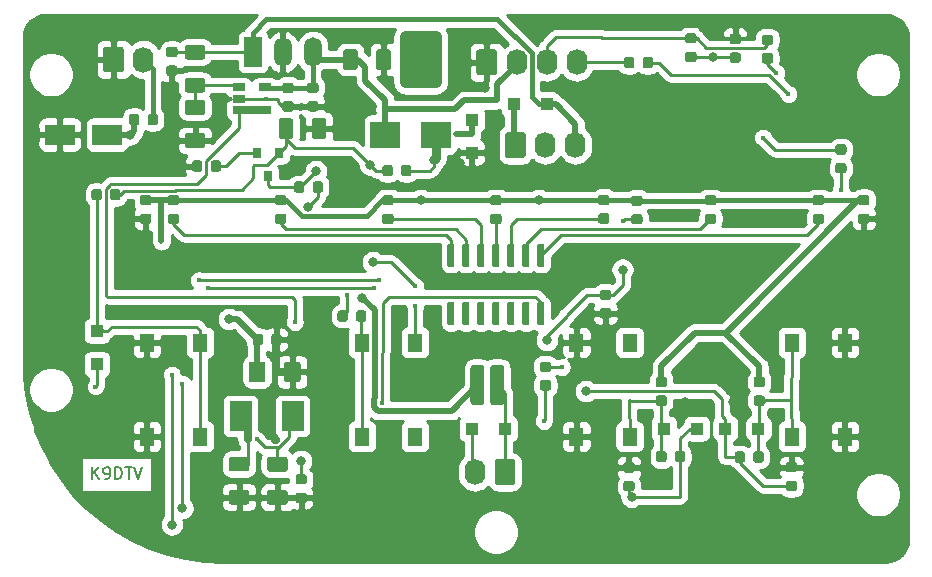
<source format=gbr>
G04 #@! TF.GenerationSoftware,KiCad,Pcbnew,(5.1.5)-3*
G04 #@! TF.CreationDate,2020-07-17T17:22:00-07:00*
G04 #@! TF.ProjectId,4-mill-vent,342d6d69-6c6c-42d7-9665-6e742e6b6963,rev?*
G04 #@! TF.SameCoordinates,Original*
G04 #@! TF.FileFunction,Copper,L1,Top*
G04 #@! TF.FilePolarity,Positive*
%FSLAX46Y46*%
G04 Gerber Fmt 4.6, Leading zero omitted, Abs format (unit mm)*
G04 Created by KiCad (PCBNEW (5.1.5)-3) date 2020-07-17 17:22:00*
%MOMM*%
%LPD*%
G04 APERTURE LIST*
%ADD10C,0.150000*%
%ADD11C,0.100000*%
%ADD12O,1.740000X2.190000*%
%ADD13R,1.100000X1.100000*%
%ADD14O,1.500000X2.500000*%
%ADD15R,1.500000X2.500000*%
%ADD16R,1.300000X1.550000*%
%ADD17R,0.800000X0.900000*%
%ADD18R,2.500000X2.300000*%
%ADD19R,2.500000X1.800000*%
%ADD20R,1.900000X2.500000*%
%ADD21R,1.060000X0.650000*%
%ADD22C,0.800000*%
%ADD23C,0.400000*%
%ADD24C,0.381000*%
%ADD25C,0.254000*%
%ADD26C,0.250000*%
%ADD27C,0.508000*%
%ADD28C,0.635000*%
%ADD29C,0.762000*%
%ADD30C,1.016000*%
G04 APERTURE END LIST*
D10*
X105648380Y-108275380D02*
X105648380Y-107275380D01*
X106219809Y-108275380D02*
X105791238Y-107703952D01*
X106219809Y-107275380D02*
X105648380Y-107846809D01*
X106696000Y-108275380D02*
X106886476Y-108275380D01*
X106981714Y-108227761D01*
X107029333Y-108180142D01*
X107124571Y-108037285D01*
X107172190Y-107846809D01*
X107172190Y-107465857D01*
X107124571Y-107370619D01*
X107076952Y-107323000D01*
X106981714Y-107275380D01*
X106791238Y-107275380D01*
X106696000Y-107323000D01*
X106648380Y-107370619D01*
X106600761Y-107465857D01*
X106600761Y-107703952D01*
X106648380Y-107799190D01*
X106696000Y-107846809D01*
X106791238Y-107894428D01*
X106981714Y-107894428D01*
X107076952Y-107846809D01*
X107124571Y-107799190D01*
X107172190Y-107703952D01*
X107600761Y-108275380D02*
X107600761Y-107275380D01*
X107838857Y-107275380D01*
X107981714Y-107323000D01*
X108076952Y-107418238D01*
X108124571Y-107513476D01*
X108172190Y-107703952D01*
X108172190Y-107846809D01*
X108124571Y-108037285D01*
X108076952Y-108132523D01*
X107981714Y-108227761D01*
X107838857Y-108275380D01*
X107600761Y-108275380D01*
X108457904Y-107275380D02*
X109029333Y-107275380D01*
X108743619Y-108275380D02*
X108743619Y-107275380D01*
X109219809Y-107275380D02*
X109553142Y-108275380D01*
X109886476Y-107275380D01*
G04 #@! TA.AperFunction,SMDPad,CuDef*
D11*
G36*
X149375691Y-93823053D02*
G01*
X149396926Y-93826203D01*
X149417750Y-93831419D01*
X149437962Y-93838651D01*
X149457368Y-93847830D01*
X149475781Y-93858866D01*
X149493024Y-93871654D01*
X149508930Y-93886070D01*
X149523346Y-93901976D01*
X149536134Y-93919219D01*
X149547170Y-93937632D01*
X149556349Y-93957038D01*
X149563581Y-93977250D01*
X149568797Y-93998074D01*
X149571947Y-94019309D01*
X149573000Y-94040750D01*
X149573000Y-94478250D01*
X149571947Y-94499691D01*
X149568797Y-94520926D01*
X149563581Y-94541750D01*
X149556349Y-94561962D01*
X149547170Y-94581368D01*
X149536134Y-94599781D01*
X149523346Y-94617024D01*
X149508930Y-94632930D01*
X149493024Y-94647346D01*
X149475781Y-94660134D01*
X149457368Y-94671170D01*
X149437962Y-94680349D01*
X149417750Y-94687581D01*
X149396926Y-94692797D01*
X149375691Y-94695947D01*
X149354250Y-94697000D01*
X148841750Y-94697000D01*
X148820309Y-94695947D01*
X148799074Y-94692797D01*
X148778250Y-94687581D01*
X148758038Y-94680349D01*
X148738632Y-94671170D01*
X148720219Y-94660134D01*
X148702976Y-94647346D01*
X148687070Y-94632930D01*
X148672654Y-94617024D01*
X148659866Y-94599781D01*
X148648830Y-94581368D01*
X148639651Y-94561962D01*
X148632419Y-94541750D01*
X148627203Y-94520926D01*
X148624053Y-94499691D01*
X148623000Y-94478250D01*
X148623000Y-94040750D01*
X148624053Y-94019309D01*
X148627203Y-93998074D01*
X148632419Y-93977250D01*
X148639651Y-93957038D01*
X148648830Y-93937632D01*
X148659866Y-93919219D01*
X148672654Y-93901976D01*
X148687070Y-93886070D01*
X148702976Y-93871654D01*
X148720219Y-93858866D01*
X148738632Y-93847830D01*
X148758038Y-93838651D01*
X148778250Y-93831419D01*
X148799074Y-93826203D01*
X148820309Y-93823053D01*
X148841750Y-93822000D01*
X149354250Y-93822000D01*
X149375691Y-93823053D01*
G37*
G04 #@! TD.AperFunction*
G04 #@! TA.AperFunction,SMDPad,CuDef*
G36*
X149375691Y-92248053D02*
G01*
X149396926Y-92251203D01*
X149417750Y-92256419D01*
X149437962Y-92263651D01*
X149457368Y-92272830D01*
X149475781Y-92283866D01*
X149493024Y-92296654D01*
X149508930Y-92311070D01*
X149523346Y-92326976D01*
X149536134Y-92344219D01*
X149547170Y-92362632D01*
X149556349Y-92382038D01*
X149563581Y-92402250D01*
X149568797Y-92423074D01*
X149571947Y-92444309D01*
X149573000Y-92465750D01*
X149573000Y-92903250D01*
X149571947Y-92924691D01*
X149568797Y-92945926D01*
X149563581Y-92966750D01*
X149556349Y-92986962D01*
X149547170Y-93006368D01*
X149536134Y-93024781D01*
X149523346Y-93042024D01*
X149508930Y-93057930D01*
X149493024Y-93072346D01*
X149475781Y-93085134D01*
X149457368Y-93096170D01*
X149437962Y-93105349D01*
X149417750Y-93112581D01*
X149396926Y-93117797D01*
X149375691Y-93120947D01*
X149354250Y-93122000D01*
X148841750Y-93122000D01*
X148820309Y-93120947D01*
X148799074Y-93117797D01*
X148778250Y-93112581D01*
X148758038Y-93105349D01*
X148738632Y-93096170D01*
X148720219Y-93085134D01*
X148702976Y-93072346D01*
X148687070Y-93057930D01*
X148672654Y-93042024D01*
X148659866Y-93024781D01*
X148648830Y-93006368D01*
X148639651Y-92986962D01*
X148632419Y-92966750D01*
X148627203Y-92945926D01*
X148624053Y-92924691D01*
X148623000Y-92903250D01*
X148623000Y-92465750D01*
X148624053Y-92444309D01*
X148627203Y-92423074D01*
X148632419Y-92402250D01*
X148639651Y-92382038D01*
X148648830Y-92362632D01*
X148659866Y-92344219D01*
X148672654Y-92326976D01*
X148687070Y-92311070D01*
X148702976Y-92296654D01*
X148720219Y-92283866D01*
X148738632Y-92272830D01*
X148758038Y-92263651D01*
X148778250Y-92256419D01*
X148799074Y-92251203D01*
X148820309Y-92248053D01*
X148841750Y-92247000D01*
X149354250Y-92247000D01*
X149375691Y-92248053D01*
G37*
G04 #@! TD.AperFunction*
D12*
X138049000Y-107696000D03*
G04 #@! TA.AperFunction,ComponentPad*
D11*
G36*
X141233505Y-106602204D02*
G01*
X141257773Y-106605804D01*
X141281572Y-106611765D01*
X141304671Y-106620030D01*
X141326850Y-106630520D01*
X141347893Y-106643132D01*
X141367599Y-106657747D01*
X141385777Y-106674223D01*
X141402253Y-106692401D01*
X141416868Y-106712107D01*
X141429480Y-106733150D01*
X141439970Y-106755329D01*
X141448235Y-106778428D01*
X141454196Y-106802227D01*
X141457796Y-106826495D01*
X141459000Y-106850999D01*
X141459000Y-108541001D01*
X141457796Y-108565505D01*
X141454196Y-108589773D01*
X141448235Y-108613572D01*
X141439970Y-108636671D01*
X141429480Y-108658850D01*
X141416868Y-108679893D01*
X141402253Y-108699599D01*
X141385777Y-108717777D01*
X141367599Y-108734253D01*
X141347893Y-108748868D01*
X141326850Y-108761480D01*
X141304671Y-108771970D01*
X141281572Y-108780235D01*
X141257773Y-108786196D01*
X141233505Y-108789796D01*
X141209001Y-108791000D01*
X139968999Y-108791000D01*
X139944495Y-108789796D01*
X139920227Y-108786196D01*
X139896428Y-108780235D01*
X139873329Y-108771970D01*
X139851150Y-108761480D01*
X139830107Y-108748868D01*
X139810401Y-108734253D01*
X139792223Y-108717777D01*
X139775747Y-108699599D01*
X139761132Y-108679893D01*
X139748520Y-108658850D01*
X139738030Y-108636671D01*
X139729765Y-108613572D01*
X139723804Y-108589773D01*
X139720204Y-108565505D01*
X139719000Y-108541001D01*
X139719000Y-106850999D01*
X139720204Y-106826495D01*
X139723804Y-106802227D01*
X139729765Y-106778428D01*
X139738030Y-106755329D01*
X139748520Y-106733150D01*
X139761132Y-106712107D01*
X139775747Y-106692401D01*
X139792223Y-106674223D01*
X139810401Y-106657747D01*
X139830107Y-106643132D01*
X139851150Y-106630520D01*
X139873329Y-106620030D01*
X139896428Y-106611765D01*
X139920227Y-106605804D01*
X139944495Y-106602204D01*
X139968999Y-106601000D01*
X141209001Y-106601000D01*
X141233505Y-106602204D01*
G37*
G04 #@! TD.AperFunction*
G04 #@! TA.AperFunction,SMDPad,CuDef*
G36*
X140301004Y-98631204D02*
G01*
X140325273Y-98634804D01*
X140349071Y-98640765D01*
X140372171Y-98649030D01*
X140394349Y-98659520D01*
X140415393Y-98672133D01*
X140435098Y-98686747D01*
X140453277Y-98703223D01*
X140469753Y-98721402D01*
X140484367Y-98741107D01*
X140496980Y-98762151D01*
X140507470Y-98784329D01*
X140515735Y-98807429D01*
X140521696Y-98831227D01*
X140525296Y-98855496D01*
X140526500Y-98880000D01*
X140526500Y-101780000D01*
X140525296Y-101804504D01*
X140521696Y-101828773D01*
X140515735Y-101852571D01*
X140507470Y-101875671D01*
X140496980Y-101897849D01*
X140484367Y-101918893D01*
X140469753Y-101938598D01*
X140453277Y-101956777D01*
X140435098Y-101973253D01*
X140415393Y-101987867D01*
X140394349Y-102000480D01*
X140372171Y-102010970D01*
X140349071Y-102019235D01*
X140325273Y-102025196D01*
X140301004Y-102028796D01*
X140276500Y-102030000D01*
X139601500Y-102030000D01*
X139576996Y-102028796D01*
X139552727Y-102025196D01*
X139528929Y-102019235D01*
X139505829Y-102010970D01*
X139483651Y-102000480D01*
X139462607Y-101987867D01*
X139442902Y-101973253D01*
X139424723Y-101956777D01*
X139408247Y-101938598D01*
X139393633Y-101918893D01*
X139381020Y-101897849D01*
X139370530Y-101875671D01*
X139362265Y-101852571D01*
X139356304Y-101828773D01*
X139352704Y-101804504D01*
X139351500Y-101780000D01*
X139351500Y-98880000D01*
X139352704Y-98855496D01*
X139356304Y-98831227D01*
X139362265Y-98807429D01*
X139370530Y-98784329D01*
X139381020Y-98762151D01*
X139393633Y-98741107D01*
X139408247Y-98721402D01*
X139424723Y-98703223D01*
X139442902Y-98686747D01*
X139462607Y-98672133D01*
X139483651Y-98659520D01*
X139505829Y-98649030D01*
X139528929Y-98640765D01*
X139552727Y-98634804D01*
X139576996Y-98631204D01*
X139601500Y-98630000D01*
X140276500Y-98630000D01*
X140301004Y-98631204D01*
G37*
G04 #@! TD.AperFunction*
G04 #@! TA.AperFunction,SMDPad,CuDef*
G36*
X138626004Y-98631204D02*
G01*
X138650273Y-98634804D01*
X138674071Y-98640765D01*
X138697171Y-98649030D01*
X138719349Y-98659520D01*
X138740393Y-98672133D01*
X138760098Y-98686747D01*
X138778277Y-98703223D01*
X138794753Y-98721402D01*
X138809367Y-98741107D01*
X138821980Y-98762151D01*
X138832470Y-98784329D01*
X138840735Y-98807429D01*
X138846696Y-98831227D01*
X138850296Y-98855496D01*
X138851500Y-98880000D01*
X138851500Y-101780000D01*
X138850296Y-101804504D01*
X138846696Y-101828773D01*
X138840735Y-101852571D01*
X138832470Y-101875671D01*
X138821980Y-101897849D01*
X138809367Y-101918893D01*
X138794753Y-101938598D01*
X138778277Y-101956777D01*
X138760098Y-101973253D01*
X138740393Y-101987867D01*
X138719349Y-102000480D01*
X138697171Y-102010970D01*
X138674071Y-102019235D01*
X138650273Y-102025196D01*
X138626004Y-102028796D01*
X138601500Y-102030000D01*
X137926500Y-102030000D01*
X137901996Y-102028796D01*
X137877727Y-102025196D01*
X137853929Y-102019235D01*
X137830829Y-102010970D01*
X137808651Y-102000480D01*
X137787607Y-101987867D01*
X137767902Y-101973253D01*
X137749723Y-101956777D01*
X137733247Y-101938598D01*
X137718633Y-101918893D01*
X137706020Y-101897849D01*
X137695530Y-101875671D01*
X137687265Y-101852571D01*
X137681304Y-101828773D01*
X137677704Y-101804504D01*
X137676500Y-101780000D01*
X137676500Y-98880000D01*
X137677704Y-98855496D01*
X137681304Y-98831227D01*
X137687265Y-98807429D01*
X137695530Y-98784329D01*
X137706020Y-98762151D01*
X137718633Y-98741107D01*
X137733247Y-98721402D01*
X137749723Y-98703223D01*
X137767902Y-98686747D01*
X137787607Y-98672133D01*
X137808651Y-98659520D01*
X137830829Y-98649030D01*
X137853929Y-98640765D01*
X137877727Y-98634804D01*
X137901996Y-98631204D01*
X137926500Y-98630000D01*
X138601500Y-98630000D01*
X138626004Y-98631204D01*
G37*
G04 #@! TD.AperFunction*
D13*
X137795000Y-80651000D03*
X137795000Y-77851000D03*
X106045000Y-98555000D03*
X106045000Y-95755000D03*
X162058000Y-104013000D03*
X159258000Y-104013000D03*
X154045000Y-104013000D03*
X156845000Y-104013000D03*
X137792000Y-104038400D03*
X140592000Y-104038400D03*
X141332800Y-76566500D03*
X144132800Y-76566500D03*
G04 #@! TA.AperFunction,SMDPad,CuDef*
D11*
G36*
X130707504Y-71897204D02*
G01*
X130731773Y-71900804D01*
X130755571Y-71906765D01*
X130778671Y-71915030D01*
X130800849Y-71925520D01*
X130821893Y-71938133D01*
X130841598Y-71952747D01*
X130859777Y-71969223D01*
X130876253Y-71987402D01*
X130890867Y-72007107D01*
X130903480Y-72028151D01*
X130913970Y-72050329D01*
X130922235Y-72073429D01*
X130928196Y-72097227D01*
X130931796Y-72121496D01*
X130933000Y-72146000D01*
X130933000Y-73396000D01*
X130931796Y-73420504D01*
X130928196Y-73444773D01*
X130922235Y-73468571D01*
X130913970Y-73491671D01*
X130903480Y-73513849D01*
X130890867Y-73534893D01*
X130876253Y-73554598D01*
X130859777Y-73572777D01*
X130841598Y-73589253D01*
X130821893Y-73603867D01*
X130800849Y-73616480D01*
X130778671Y-73626970D01*
X130755571Y-73635235D01*
X130731773Y-73641196D01*
X130707504Y-73644796D01*
X130683000Y-73646000D01*
X129933000Y-73646000D01*
X129908496Y-73644796D01*
X129884227Y-73641196D01*
X129860429Y-73635235D01*
X129837329Y-73626970D01*
X129815151Y-73616480D01*
X129794107Y-73603867D01*
X129774402Y-73589253D01*
X129756223Y-73572777D01*
X129739747Y-73554598D01*
X129725133Y-73534893D01*
X129712520Y-73513849D01*
X129702030Y-73491671D01*
X129693765Y-73468571D01*
X129687804Y-73444773D01*
X129684204Y-73420504D01*
X129683000Y-73396000D01*
X129683000Y-72146000D01*
X129684204Y-72121496D01*
X129687804Y-72097227D01*
X129693765Y-72073429D01*
X129702030Y-72050329D01*
X129712520Y-72028151D01*
X129725133Y-72007107D01*
X129739747Y-71987402D01*
X129756223Y-71969223D01*
X129774402Y-71952747D01*
X129794107Y-71938133D01*
X129815151Y-71925520D01*
X129837329Y-71915030D01*
X129860429Y-71906765D01*
X129884227Y-71900804D01*
X129908496Y-71897204D01*
X129933000Y-71896000D01*
X130683000Y-71896000D01*
X130707504Y-71897204D01*
G37*
G04 #@! TD.AperFunction*
G04 #@! TA.AperFunction,SMDPad,CuDef*
G36*
X127907504Y-71897204D02*
G01*
X127931773Y-71900804D01*
X127955571Y-71906765D01*
X127978671Y-71915030D01*
X128000849Y-71925520D01*
X128021893Y-71938133D01*
X128041598Y-71952747D01*
X128059777Y-71969223D01*
X128076253Y-71987402D01*
X128090867Y-72007107D01*
X128103480Y-72028151D01*
X128113970Y-72050329D01*
X128122235Y-72073429D01*
X128128196Y-72097227D01*
X128131796Y-72121496D01*
X128133000Y-72146000D01*
X128133000Y-73396000D01*
X128131796Y-73420504D01*
X128128196Y-73444773D01*
X128122235Y-73468571D01*
X128113970Y-73491671D01*
X128103480Y-73513849D01*
X128090867Y-73534893D01*
X128076253Y-73554598D01*
X128059777Y-73572777D01*
X128041598Y-73589253D01*
X128021893Y-73603867D01*
X128000849Y-73616480D01*
X127978671Y-73626970D01*
X127955571Y-73635235D01*
X127931773Y-73641196D01*
X127907504Y-73644796D01*
X127883000Y-73646000D01*
X127133000Y-73646000D01*
X127108496Y-73644796D01*
X127084227Y-73641196D01*
X127060429Y-73635235D01*
X127037329Y-73626970D01*
X127015151Y-73616480D01*
X126994107Y-73603867D01*
X126974402Y-73589253D01*
X126956223Y-73572777D01*
X126939747Y-73554598D01*
X126925133Y-73534893D01*
X126912520Y-73513849D01*
X126902030Y-73491671D01*
X126893765Y-73468571D01*
X126887804Y-73444773D01*
X126884204Y-73420504D01*
X126883000Y-73396000D01*
X126883000Y-72146000D01*
X126884204Y-72121496D01*
X126887804Y-72097227D01*
X126893765Y-72073429D01*
X126902030Y-72050329D01*
X126912520Y-72028151D01*
X126925133Y-72007107D01*
X126939747Y-71987402D01*
X126956223Y-71969223D01*
X126974402Y-71952747D01*
X126994107Y-71938133D01*
X127015151Y-71925520D01*
X127037329Y-71915030D01*
X127060429Y-71906765D01*
X127084227Y-71900804D01*
X127108496Y-71897204D01*
X127133000Y-71896000D01*
X127883000Y-71896000D01*
X127907504Y-71897204D01*
G37*
G04 #@! TD.AperFunction*
G04 #@! TA.AperFunction,SMDPad,CuDef*
G36*
X114768691Y-81314053D02*
G01*
X114789926Y-81317203D01*
X114810750Y-81322419D01*
X114830962Y-81329651D01*
X114850368Y-81338830D01*
X114868781Y-81349866D01*
X114886024Y-81362654D01*
X114901930Y-81377070D01*
X114916346Y-81392976D01*
X114929134Y-81410219D01*
X114940170Y-81428632D01*
X114949349Y-81448038D01*
X114956581Y-81468250D01*
X114961797Y-81489074D01*
X114964947Y-81510309D01*
X114966000Y-81531750D01*
X114966000Y-82044250D01*
X114964947Y-82065691D01*
X114961797Y-82086926D01*
X114956581Y-82107750D01*
X114949349Y-82127962D01*
X114940170Y-82147368D01*
X114929134Y-82165781D01*
X114916346Y-82183024D01*
X114901930Y-82198930D01*
X114886024Y-82213346D01*
X114868781Y-82226134D01*
X114850368Y-82237170D01*
X114830962Y-82246349D01*
X114810750Y-82253581D01*
X114789926Y-82258797D01*
X114768691Y-82261947D01*
X114747250Y-82263000D01*
X114309750Y-82263000D01*
X114288309Y-82261947D01*
X114267074Y-82258797D01*
X114246250Y-82253581D01*
X114226038Y-82246349D01*
X114206632Y-82237170D01*
X114188219Y-82226134D01*
X114170976Y-82213346D01*
X114155070Y-82198930D01*
X114140654Y-82183024D01*
X114127866Y-82165781D01*
X114116830Y-82147368D01*
X114107651Y-82127962D01*
X114100419Y-82107750D01*
X114095203Y-82086926D01*
X114092053Y-82065691D01*
X114091000Y-82044250D01*
X114091000Y-81531750D01*
X114092053Y-81510309D01*
X114095203Y-81489074D01*
X114100419Y-81468250D01*
X114107651Y-81448038D01*
X114116830Y-81428632D01*
X114127866Y-81410219D01*
X114140654Y-81392976D01*
X114155070Y-81377070D01*
X114170976Y-81362654D01*
X114188219Y-81349866D01*
X114206632Y-81338830D01*
X114226038Y-81329651D01*
X114246250Y-81322419D01*
X114267074Y-81317203D01*
X114288309Y-81314053D01*
X114309750Y-81313000D01*
X114747250Y-81313000D01*
X114768691Y-81314053D01*
G37*
G04 #@! TD.AperFunction*
G04 #@! TA.AperFunction,SMDPad,CuDef*
G36*
X116343691Y-81314053D02*
G01*
X116364926Y-81317203D01*
X116385750Y-81322419D01*
X116405962Y-81329651D01*
X116425368Y-81338830D01*
X116443781Y-81349866D01*
X116461024Y-81362654D01*
X116476930Y-81377070D01*
X116491346Y-81392976D01*
X116504134Y-81410219D01*
X116515170Y-81428632D01*
X116524349Y-81448038D01*
X116531581Y-81468250D01*
X116536797Y-81489074D01*
X116539947Y-81510309D01*
X116541000Y-81531750D01*
X116541000Y-82044250D01*
X116539947Y-82065691D01*
X116536797Y-82086926D01*
X116531581Y-82107750D01*
X116524349Y-82127962D01*
X116515170Y-82147368D01*
X116504134Y-82165781D01*
X116491346Y-82183024D01*
X116476930Y-82198930D01*
X116461024Y-82213346D01*
X116443781Y-82226134D01*
X116425368Y-82237170D01*
X116405962Y-82246349D01*
X116385750Y-82253581D01*
X116364926Y-82258797D01*
X116343691Y-82261947D01*
X116322250Y-82263000D01*
X115884750Y-82263000D01*
X115863309Y-82261947D01*
X115842074Y-82258797D01*
X115821250Y-82253581D01*
X115801038Y-82246349D01*
X115781632Y-82237170D01*
X115763219Y-82226134D01*
X115745976Y-82213346D01*
X115730070Y-82198930D01*
X115715654Y-82183024D01*
X115702866Y-82165781D01*
X115691830Y-82147368D01*
X115682651Y-82127962D01*
X115675419Y-82107750D01*
X115670203Y-82086926D01*
X115667053Y-82065691D01*
X115666000Y-82044250D01*
X115666000Y-81531750D01*
X115667053Y-81510309D01*
X115670203Y-81489074D01*
X115675419Y-81468250D01*
X115682651Y-81448038D01*
X115691830Y-81428632D01*
X115702866Y-81410219D01*
X115715654Y-81392976D01*
X115730070Y-81377070D01*
X115745976Y-81362654D01*
X115763219Y-81349866D01*
X115781632Y-81338830D01*
X115801038Y-81329651D01*
X115821250Y-81322419D01*
X115842074Y-81317203D01*
X115863309Y-81314053D01*
X115884750Y-81313000D01*
X116322250Y-81313000D01*
X116343691Y-81314053D01*
G37*
G04 #@! TD.AperFunction*
D14*
X124333000Y-72136000D03*
X121793000Y-72136000D03*
D15*
X119253000Y-72136000D03*
D16*
X114772000Y-96731000D03*
X110272000Y-96731000D03*
X110272000Y-104691000D03*
X114772000Y-104691000D03*
X128482000Y-104691000D03*
X132982000Y-104691000D03*
X132982000Y-96731000D03*
X128482000Y-96731000D03*
G04 #@! TA.AperFunction,SMDPad,CuDef*
D11*
G36*
X106259691Y-83727053D02*
G01*
X106280926Y-83730203D01*
X106301750Y-83735419D01*
X106321962Y-83742651D01*
X106341368Y-83751830D01*
X106359781Y-83762866D01*
X106377024Y-83775654D01*
X106392930Y-83790070D01*
X106407346Y-83805976D01*
X106420134Y-83823219D01*
X106431170Y-83841632D01*
X106440349Y-83861038D01*
X106447581Y-83881250D01*
X106452797Y-83902074D01*
X106455947Y-83923309D01*
X106457000Y-83944750D01*
X106457000Y-84457250D01*
X106455947Y-84478691D01*
X106452797Y-84499926D01*
X106447581Y-84520750D01*
X106440349Y-84540962D01*
X106431170Y-84560368D01*
X106420134Y-84578781D01*
X106407346Y-84596024D01*
X106392930Y-84611930D01*
X106377024Y-84626346D01*
X106359781Y-84639134D01*
X106341368Y-84650170D01*
X106321962Y-84659349D01*
X106301750Y-84666581D01*
X106280926Y-84671797D01*
X106259691Y-84674947D01*
X106238250Y-84676000D01*
X105800750Y-84676000D01*
X105779309Y-84674947D01*
X105758074Y-84671797D01*
X105737250Y-84666581D01*
X105717038Y-84659349D01*
X105697632Y-84650170D01*
X105679219Y-84639134D01*
X105661976Y-84626346D01*
X105646070Y-84611930D01*
X105631654Y-84596024D01*
X105618866Y-84578781D01*
X105607830Y-84560368D01*
X105598651Y-84540962D01*
X105591419Y-84520750D01*
X105586203Y-84499926D01*
X105583053Y-84478691D01*
X105582000Y-84457250D01*
X105582000Y-83944750D01*
X105583053Y-83923309D01*
X105586203Y-83902074D01*
X105591419Y-83881250D01*
X105598651Y-83861038D01*
X105607830Y-83841632D01*
X105618866Y-83823219D01*
X105631654Y-83805976D01*
X105646070Y-83790070D01*
X105661976Y-83775654D01*
X105679219Y-83762866D01*
X105697632Y-83751830D01*
X105717038Y-83742651D01*
X105737250Y-83735419D01*
X105758074Y-83730203D01*
X105779309Y-83727053D01*
X105800750Y-83726000D01*
X106238250Y-83726000D01*
X106259691Y-83727053D01*
G37*
G04 #@! TD.AperFunction*
G04 #@! TA.AperFunction,SMDPad,CuDef*
G36*
X107834691Y-83727053D02*
G01*
X107855926Y-83730203D01*
X107876750Y-83735419D01*
X107896962Y-83742651D01*
X107916368Y-83751830D01*
X107934781Y-83762866D01*
X107952024Y-83775654D01*
X107967930Y-83790070D01*
X107982346Y-83805976D01*
X107995134Y-83823219D01*
X108006170Y-83841632D01*
X108015349Y-83861038D01*
X108022581Y-83881250D01*
X108027797Y-83902074D01*
X108030947Y-83923309D01*
X108032000Y-83944750D01*
X108032000Y-84457250D01*
X108030947Y-84478691D01*
X108027797Y-84499926D01*
X108022581Y-84520750D01*
X108015349Y-84540962D01*
X108006170Y-84560368D01*
X107995134Y-84578781D01*
X107982346Y-84596024D01*
X107967930Y-84611930D01*
X107952024Y-84626346D01*
X107934781Y-84639134D01*
X107916368Y-84650170D01*
X107896962Y-84659349D01*
X107876750Y-84666581D01*
X107855926Y-84671797D01*
X107834691Y-84674947D01*
X107813250Y-84676000D01*
X107375750Y-84676000D01*
X107354309Y-84674947D01*
X107333074Y-84671797D01*
X107312250Y-84666581D01*
X107292038Y-84659349D01*
X107272632Y-84650170D01*
X107254219Y-84639134D01*
X107236976Y-84626346D01*
X107221070Y-84611930D01*
X107206654Y-84596024D01*
X107193866Y-84578781D01*
X107182830Y-84560368D01*
X107173651Y-84540962D01*
X107166419Y-84520750D01*
X107161203Y-84499926D01*
X107158053Y-84478691D01*
X107157000Y-84457250D01*
X107157000Y-83944750D01*
X107158053Y-83923309D01*
X107161203Y-83902074D01*
X107166419Y-83881250D01*
X107173651Y-83861038D01*
X107182830Y-83841632D01*
X107193866Y-83823219D01*
X107206654Y-83805976D01*
X107221070Y-83790070D01*
X107236976Y-83775654D01*
X107254219Y-83762866D01*
X107272632Y-83751830D01*
X107292038Y-83742651D01*
X107312250Y-83735419D01*
X107333074Y-83730203D01*
X107354309Y-83727053D01*
X107375750Y-83726000D01*
X107813250Y-83726000D01*
X107834691Y-83727053D01*
G37*
G04 #@! TD.AperFunction*
G04 #@! TA.AperFunction,SMDPad,CuDef*
G36*
X132472691Y-81695053D02*
G01*
X132493926Y-81698203D01*
X132514750Y-81703419D01*
X132534962Y-81710651D01*
X132554368Y-81719830D01*
X132572781Y-81730866D01*
X132590024Y-81743654D01*
X132605930Y-81758070D01*
X132620346Y-81773976D01*
X132633134Y-81791219D01*
X132644170Y-81809632D01*
X132653349Y-81829038D01*
X132660581Y-81849250D01*
X132665797Y-81870074D01*
X132668947Y-81891309D01*
X132670000Y-81912750D01*
X132670000Y-82425250D01*
X132668947Y-82446691D01*
X132665797Y-82467926D01*
X132660581Y-82488750D01*
X132653349Y-82508962D01*
X132644170Y-82528368D01*
X132633134Y-82546781D01*
X132620346Y-82564024D01*
X132605930Y-82579930D01*
X132590024Y-82594346D01*
X132572781Y-82607134D01*
X132554368Y-82618170D01*
X132534962Y-82627349D01*
X132514750Y-82634581D01*
X132493926Y-82639797D01*
X132472691Y-82642947D01*
X132451250Y-82644000D01*
X132013750Y-82644000D01*
X131992309Y-82642947D01*
X131971074Y-82639797D01*
X131950250Y-82634581D01*
X131930038Y-82627349D01*
X131910632Y-82618170D01*
X131892219Y-82607134D01*
X131874976Y-82594346D01*
X131859070Y-82579930D01*
X131844654Y-82564024D01*
X131831866Y-82546781D01*
X131820830Y-82528368D01*
X131811651Y-82508962D01*
X131804419Y-82488750D01*
X131799203Y-82467926D01*
X131796053Y-82446691D01*
X131795000Y-82425250D01*
X131795000Y-81912750D01*
X131796053Y-81891309D01*
X131799203Y-81870074D01*
X131804419Y-81849250D01*
X131811651Y-81829038D01*
X131820830Y-81809632D01*
X131831866Y-81791219D01*
X131844654Y-81773976D01*
X131859070Y-81758070D01*
X131874976Y-81743654D01*
X131892219Y-81730866D01*
X131910632Y-81719830D01*
X131930038Y-81710651D01*
X131950250Y-81703419D01*
X131971074Y-81698203D01*
X131992309Y-81695053D01*
X132013750Y-81694000D01*
X132451250Y-81694000D01*
X132472691Y-81695053D01*
G37*
G04 #@! TD.AperFunction*
G04 #@! TA.AperFunction,SMDPad,CuDef*
G36*
X130897691Y-81695053D02*
G01*
X130918926Y-81698203D01*
X130939750Y-81703419D01*
X130959962Y-81710651D01*
X130979368Y-81719830D01*
X130997781Y-81730866D01*
X131015024Y-81743654D01*
X131030930Y-81758070D01*
X131045346Y-81773976D01*
X131058134Y-81791219D01*
X131069170Y-81809632D01*
X131078349Y-81829038D01*
X131085581Y-81849250D01*
X131090797Y-81870074D01*
X131093947Y-81891309D01*
X131095000Y-81912750D01*
X131095000Y-82425250D01*
X131093947Y-82446691D01*
X131090797Y-82467926D01*
X131085581Y-82488750D01*
X131078349Y-82508962D01*
X131069170Y-82528368D01*
X131058134Y-82546781D01*
X131045346Y-82564024D01*
X131030930Y-82579930D01*
X131015024Y-82594346D01*
X130997781Y-82607134D01*
X130979368Y-82618170D01*
X130959962Y-82627349D01*
X130939750Y-82634581D01*
X130918926Y-82639797D01*
X130897691Y-82642947D01*
X130876250Y-82644000D01*
X130438750Y-82644000D01*
X130417309Y-82642947D01*
X130396074Y-82639797D01*
X130375250Y-82634581D01*
X130355038Y-82627349D01*
X130335632Y-82618170D01*
X130317219Y-82607134D01*
X130299976Y-82594346D01*
X130284070Y-82579930D01*
X130269654Y-82564024D01*
X130256866Y-82546781D01*
X130245830Y-82528368D01*
X130236651Y-82508962D01*
X130229419Y-82488750D01*
X130224203Y-82467926D01*
X130221053Y-82446691D01*
X130220000Y-82425250D01*
X130220000Y-81912750D01*
X130221053Y-81891309D01*
X130224203Y-81870074D01*
X130229419Y-81849250D01*
X130236651Y-81829038D01*
X130245830Y-81809632D01*
X130256866Y-81791219D01*
X130269654Y-81773976D01*
X130284070Y-81758070D01*
X130299976Y-81743654D01*
X130317219Y-81730866D01*
X130335632Y-81719830D01*
X130355038Y-81710651D01*
X130375250Y-81703419D01*
X130396074Y-81698203D01*
X130417309Y-81695053D01*
X130438750Y-81694000D01*
X130876250Y-81694000D01*
X130897691Y-81695053D01*
G37*
G04 #@! TD.AperFunction*
G04 #@! TA.AperFunction,SMDPad,CuDef*
G36*
X127087691Y-94014053D02*
G01*
X127108926Y-94017203D01*
X127129750Y-94022419D01*
X127149962Y-94029651D01*
X127169368Y-94038830D01*
X127187781Y-94049866D01*
X127205024Y-94062654D01*
X127220930Y-94077070D01*
X127235346Y-94092976D01*
X127248134Y-94110219D01*
X127259170Y-94128632D01*
X127268349Y-94148038D01*
X127275581Y-94168250D01*
X127280797Y-94189074D01*
X127283947Y-94210309D01*
X127285000Y-94231750D01*
X127285000Y-94744250D01*
X127283947Y-94765691D01*
X127280797Y-94786926D01*
X127275581Y-94807750D01*
X127268349Y-94827962D01*
X127259170Y-94847368D01*
X127248134Y-94865781D01*
X127235346Y-94883024D01*
X127220930Y-94898930D01*
X127205024Y-94913346D01*
X127187781Y-94926134D01*
X127169368Y-94937170D01*
X127149962Y-94946349D01*
X127129750Y-94953581D01*
X127108926Y-94958797D01*
X127087691Y-94961947D01*
X127066250Y-94963000D01*
X126628750Y-94963000D01*
X126607309Y-94961947D01*
X126586074Y-94958797D01*
X126565250Y-94953581D01*
X126545038Y-94946349D01*
X126525632Y-94937170D01*
X126507219Y-94926134D01*
X126489976Y-94913346D01*
X126474070Y-94898930D01*
X126459654Y-94883024D01*
X126446866Y-94865781D01*
X126435830Y-94847368D01*
X126426651Y-94827962D01*
X126419419Y-94807750D01*
X126414203Y-94786926D01*
X126411053Y-94765691D01*
X126410000Y-94744250D01*
X126410000Y-94231750D01*
X126411053Y-94210309D01*
X126414203Y-94189074D01*
X126419419Y-94168250D01*
X126426651Y-94148038D01*
X126435830Y-94128632D01*
X126446866Y-94110219D01*
X126459654Y-94092976D01*
X126474070Y-94077070D01*
X126489976Y-94062654D01*
X126507219Y-94049866D01*
X126525632Y-94038830D01*
X126545038Y-94029651D01*
X126565250Y-94022419D01*
X126586074Y-94017203D01*
X126607309Y-94014053D01*
X126628750Y-94013000D01*
X127066250Y-94013000D01*
X127087691Y-94014053D01*
G37*
G04 #@! TD.AperFunction*
G04 #@! TA.AperFunction,SMDPad,CuDef*
G36*
X128662691Y-94014053D02*
G01*
X128683926Y-94017203D01*
X128704750Y-94022419D01*
X128724962Y-94029651D01*
X128744368Y-94038830D01*
X128762781Y-94049866D01*
X128780024Y-94062654D01*
X128795930Y-94077070D01*
X128810346Y-94092976D01*
X128823134Y-94110219D01*
X128834170Y-94128632D01*
X128843349Y-94148038D01*
X128850581Y-94168250D01*
X128855797Y-94189074D01*
X128858947Y-94210309D01*
X128860000Y-94231750D01*
X128860000Y-94744250D01*
X128858947Y-94765691D01*
X128855797Y-94786926D01*
X128850581Y-94807750D01*
X128843349Y-94827962D01*
X128834170Y-94847368D01*
X128823134Y-94865781D01*
X128810346Y-94883024D01*
X128795930Y-94898930D01*
X128780024Y-94913346D01*
X128762781Y-94926134D01*
X128744368Y-94937170D01*
X128724962Y-94946349D01*
X128704750Y-94953581D01*
X128683926Y-94958797D01*
X128662691Y-94961947D01*
X128641250Y-94963000D01*
X128203750Y-94963000D01*
X128182309Y-94961947D01*
X128161074Y-94958797D01*
X128140250Y-94953581D01*
X128120038Y-94946349D01*
X128100632Y-94937170D01*
X128082219Y-94926134D01*
X128064976Y-94913346D01*
X128049070Y-94898930D01*
X128034654Y-94883024D01*
X128021866Y-94865781D01*
X128010830Y-94847368D01*
X128001651Y-94827962D01*
X127994419Y-94807750D01*
X127989203Y-94786926D01*
X127986053Y-94765691D01*
X127985000Y-94744250D01*
X127985000Y-94231750D01*
X127986053Y-94210309D01*
X127989203Y-94189074D01*
X127994419Y-94168250D01*
X128001651Y-94148038D01*
X128010830Y-94128632D01*
X128021866Y-94110219D01*
X128034654Y-94092976D01*
X128049070Y-94077070D01*
X128064976Y-94062654D01*
X128082219Y-94049866D01*
X128100632Y-94038830D01*
X128120038Y-94029651D01*
X128140250Y-94022419D01*
X128161074Y-94017203D01*
X128182309Y-94014053D01*
X128203750Y-94013000D01*
X128641250Y-94013000D01*
X128662691Y-94014053D01*
G37*
G04 #@! TD.AperFunction*
G04 #@! TA.AperFunction,SMDPad,CuDef*
G36*
X123404691Y-83092053D02*
G01*
X123425926Y-83095203D01*
X123446750Y-83100419D01*
X123466962Y-83107651D01*
X123486368Y-83116830D01*
X123504781Y-83127866D01*
X123522024Y-83140654D01*
X123537930Y-83155070D01*
X123552346Y-83170976D01*
X123565134Y-83188219D01*
X123576170Y-83206632D01*
X123585349Y-83226038D01*
X123592581Y-83246250D01*
X123597797Y-83267074D01*
X123600947Y-83288309D01*
X123602000Y-83309750D01*
X123602000Y-83822250D01*
X123600947Y-83843691D01*
X123597797Y-83864926D01*
X123592581Y-83885750D01*
X123585349Y-83905962D01*
X123576170Y-83925368D01*
X123565134Y-83943781D01*
X123552346Y-83961024D01*
X123537930Y-83976930D01*
X123522024Y-83991346D01*
X123504781Y-84004134D01*
X123486368Y-84015170D01*
X123466962Y-84024349D01*
X123446750Y-84031581D01*
X123425926Y-84036797D01*
X123404691Y-84039947D01*
X123383250Y-84041000D01*
X122945750Y-84041000D01*
X122924309Y-84039947D01*
X122903074Y-84036797D01*
X122882250Y-84031581D01*
X122862038Y-84024349D01*
X122842632Y-84015170D01*
X122824219Y-84004134D01*
X122806976Y-83991346D01*
X122791070Y-83976930D01*
X122776654Y-83961024D01*
X122763866Y-83943781D01*
X122752830Y-83925368D01*
X122743651Y-83905962D01*
X122736419Y-83885750D01*
X122731203Y-83864926D01*
X122728053Y-83843691D01*
X122727000Y-83822250D01*
X122727000Y-83309750D01*
X122728053Y-83288309D01*
X122731203Y-83267074D01*
X122736419Y-83246250D01*
X122743651Y-83226038D01*
X122752830Y-83206632D01*
X122763866Y-83188219D01*
X122776654Y-83170976D01*
X122791070Y-83155070D01*
X122806976Y-83140654D01*
X122824219Y-83127866D01*
X122842632Y-83116830D01*
X122862038Y-83107651D01*
X122882250Y-83100419D01*
X122903074Y-83095203D01*
X122924309Y-83092053D01*
X122945750Y-83091000D01*
X123383250Y-83091000D01*
X123404691Y-83092053D01*
G37*
G04 #@! TD.AperFunction*
G04 #@! TA.AperFunction,SMDPad,CuDef*
G36*
X124979691Y-83092053D02*
G01*
X125000926Y-83095203D01*
X125021750Y-83100419D01*
X125041962Y-83107651D01*
X125061368Y-83116830D01*
X125079781Y-83127866D01*
X125097024Y-83140654D01*
X125112930Y-83155070D01*
X125127346Y-83170976D01*
X125140134Y-83188219D01*
X125151170Y-83206632D01*
X125160349Y-83226038D01*
X125167581Y-83246250D01*
X125172797Y-83267074D01*
X125175947Y-83288309D01*
X125177000Y-83309750D01*
X125177000Y-83822250D01*
X125175947Y-83843691D01*
X125172797Y-83864926D01*
X125167581Y-83885750D01*
X125160349Y-83905962D01*
X125151170Y-83925368D01*
X125140134Y-83943781D01*
X125127346Y-83961024D01*
X125112930Y-83976930D01*
X125097024Y-83991346D01*
X125079781Y-84004134D01*
X125061368Y-84015170D01*
X125041962Y-84024349D01*
X125021750Y-84031581D01*
X125000926Y-84036797D01*
X124979691Y-84039947D01*
X124958250Y-84041000D01*
X124520750Y-84041000D01*
X124499309Y-84039947D01*
X124478074Y-84036797D01*
X124457250Y-84031581D01*
X124437038Y-84024349D01*
X124417632Y-84015170D01*
X124399219Y-84004134D01*
X124381976Y-83991346D01*
X124366070Y-83976930D01*
X124351654Y-83961024D01*
X124338866Y-83943781D01*
X124327830Y-83925368D01*
X124318651Y-83905962D01*
X124311419Y-83885750D01*
X124306203Y-83864926D01*
X124303053Y-83843691D01*
X124302000Y-83822250D01*
X124302000Y-83309750D01*
X124303053Y-83288309D01*
X124306203Y-83267074D01*
X124311419Y-83246250D01*
X124318651Y-83226038D01*
X124327830Y-83206632D01*
X124338866Y-83188219D01*
X124351654Y-83170976D01*
X124366070Y-83155070D01*
X124381976Y-83140654D01*
X124399219Y-83127866D01*
X124417632Y-83116830D01*
X124437038Y-83107651D01*
X124457250Y-83100419D01*
X124478074Y-83095203D01*
X124499309Y-83092053D01*
X124520750Y-83091000D01*
X124958250Y-83091000D01*
X124979691Y-83092053D01*
G37*
G04 #@! TD.AperFunction*
D17*
X120523000Y-82661000D03*
X119573000Y-80661000D03*
X121473000Y-80661000D03*
D12*
X146558000Y-80010000D03*
X144018000Y-80010000D03*
G04 #@! TA.AperFunction,ComponentPad*
D11*
G36*
X142122505Y-78916204D02*
G01*
X142146773Y-78919804D01*
X142170572Y-78925765D01*
X142193671Y-78934030D01*
X142215850Y-78944520D01*
X142236893Y-78957132D01*
X142256599Y-78971747D01*
X142274777Y-78988223D01*
X142291253Y-79006401D01*
X142305868Y-79026107D01*
X142318480Y-79047150D01*
X142328970Y-79069329D01*
X142337235Y-79092428D01*
X142343196Y-79116227D01*
X142346796Y-79140495D01*
X142348000Y-79164999D01*
X142348000Y-80855001D01*
X142346796Y-80879505D01*
X142343196Y-80903773D01*
X142337235Y-80927572D01*
X142328970Y-80950671D01*
X142318480Y-80972850D01*
X142305868Y-80993893D01*
X142291253Y-81013599D01*
X142274777Y-81031777D01*
X142256599Y-81048253D01*
X142236893Y-81062868D01*
X142215850Y-81075480D01*
X142193671Y-81085970D01*
X142170572Y-81094235D01*
X142146773Y-81100196D01*
X142122505Y-81103796D01*
X142098001Y-81105000D01*
X140857999Y-81105000D01*
X140833495Y-81103796D01*
X140809227Y-81100196D01*
X140785428Y-81094235D01*
X140762329Y-81085970D01*
X140740150Y-81075480D01*
X140719107Y-81062868D01*
X140699401Y-81048253D01*
X140681223Y-81031777D01*
X140664747Y-81013599D01*
X140650132Y-80993893D01*
X140637520Y-80972850D01*
X140627030Y-80950671D01*
X140618765Y-80927572D01*
X140612804Y-80903773D01*
X140609204Y-80879505D01*
X140608000Y-80855001D01*
X140608000Y-79164999D01*
X140609204Y-79140495D01*
X140612804Y-79116227D01*
X140618765Y-79092428D01*
X140627030Y-79069329D01*
X140637520Y-79047150D01*
X140650132Y-79026107D01*
X140664747Y-79006401D01*
X140681223Y-78988223D01*
X140699401Y-78971747D01*
X140719107Y-78957132D01*
X140740150Y-78944520D01*
X140762329Y-78934030D01*
X140785428Y-78925765D01*
X140809227Y-78919804D01*
X140833495Y-78916204D01*
X140857999Y-78915000D01*
X142098001Y-78915000D01*
X142122505Y-78916204D01*
G37*
G04 #@! TD.AperFunction*
D18*
X134747000Y-79121000D03*
X130447000Y-79121000D03*
G04 #@! TA.AperFunction,SMDPad,CuDef*
D11*
G36*
X124610691Y-76297053D02*
G01*
X124631926Y-76300203D01*
X124652750Y-76305419D01*
X124672962Y-76312651D01*
X124692368Y-76321830D01*
X124710781Y-76332866D01*
X124728024Y-76345654D01*
X124743930Y-76360070D01*
X124758346Y-76375976D01*
X124771134Y-76393219D01*
X124782170Y-76411632D01*
X124791349Y-76431038D01*
X124798581Y-76451250D01*
X124803797Y-76472074D01*
X124806947Y-76493309D01*
X124808000Y-76514750D01*
X124808000Y-76952250D01*
X124806947Y-76973691D01*
X124803797Y-76994926D01*
X124798581Y-77015750D01*
X124791349Y-77035962D01*
X124782170Y-77055368D01*
X124771134Y-77073781D01*
X124758346Y-77091024D01*
X124743930Y-77106930D01*
X124728024Y-77121346D01*
X124710781Y-77134134D01*
X124692368Y-77145170D01*
X124672962Y-77154349D01*
X124652750Y-77161581D01*
X124631926Y-77166797D01*
X124610691Y-77169947D01*
X124589250Y-77171000D01*
X124076750Y-77171000D01*
X124055309Y-77169947D01*
X124034074Y-77166797D01*
X124013250Y-77161581D01*
X123993038Y-77154349D01*
X123973632Y-77145170D01*
X123955219Y-77134134D01*
X123937976Y-77121346D01*
X123922070Y-77106930D01*
X123907654Y-77091024D01*
X123894866Y-77073781D01*
X123883830Y-77055368D01*
X123874651Y-77035962D01*
X123867419Y-77015750D01*
X123862203Y-76994926D01*
X123859053Y-76973691D01*
X123858000Y-76952250D01*
X123858000Y-76514750D01*
X123859053Y-76493309D01*
X123862203Y-76472074D01*
X123867419Y-76451250D01*
X123874651Y-76431038D01*
X123883830Y-76411632D01*
X123894866Y-76393219D01*
X123907654Y-76375976D01*
X123922070Y-76360070D01*
X123937976Y-76345654D01*
X123955219Y-76332866D01*
X123973632Y-76321830D01*
X123993038Y-76312651D01*
X124013250Y-76305419D01*
X124034074Y-76300203D01*
X124055309Y-76297053D01*
X124076750Y-76296000D01*
X124589250Y-76296000D01*
X124610691Y-76297053D01*
G37*
G04 #@! TD.AperFunction*
G04 #@! TA.AperFunction,SMDPad,CuDef*
G36*
X124610691Y-74722053D02*
G01*
X124631926Y-74725203D01*
X124652750Y-74730419D01*
X124672962Y-74737651D01*
X124692368Y-74746830D01*
X124710781Y-74757866D01*
X124728024Y-74770654D01*
X124743930Y-74785070D01*
X124758346Y-74800976D01*
X124771134Y-74818219D01*
X124782170Y-74836632D01*
X124791349Y-74856038D01*
X124798581Y-74876250D01*
X124803797Y-74897074D01*
X124806947Y-74918309D01*
X124808000Y-74939750D01*
X124808000Y-75377250D01*
X124806947Y-75398691D01*
X124803797Y-75419926D01*
X124798581Y-75440750D01*
X124791349Y-75460962D01*
X124782170Y-75480368D01*
X124771134Y-75498781D01*
X124758346Y-75516024D01*
X124743930Y-75531930D01*
X124728024Y-75546346D01*
X124710781Y-75559134D01*
X124692368Y-75570170D01*
X124672962Y-75579349D01*
X124652750Y-75586581D01*
X124631926Y-75591797D01*
X124610691Y-75594947D01*
X124589250Y-75596000D01*
X124076750Y-75596000D01*
X124055309Y-75594947D01*
X124034074Y-75591797D01*
X124013250Y-75586581D01*
X123993038Y-75579349D01*
X123973632Y-75570170D01*
X123955219Y-75559134D01*
X123937976Y-75546346D01*
X123922070Y-75531930D01*
X123907654Y-75516024D01*
X123894866Y-75498781D01*
X123883830Y-75480368D01*
X123874651Y-75460962D01*
X123867419Y-75440750D01*
X123862203Y-75419926D01*
X123859053Y-75398691D01*
X123858000Y-75377250D01*
X123858000Y-74939750D01*
X123859053Y-74918309D01*
X123862203Y-74897074D01*
X123867419Y-74876250D01*
X123874651Y-74856038D01*
X123883830Y-74836632D01*
X123894866Y-74818219D01*
X123907654Y-74800976D01*
X123922070Y-74785070D01*
X123937976Y-74770654D01*
X123955219Y-74757866D01*
X123973632Y-74746830D01*
X123993038Y-74737651D01*
X124013250Y-74730419D01*
X124034074Y-74725203D01*
X124055309Y-74722053D01*
X124076750Y-74721000D01*
X124589250Y-74721000D01*
X124610691Y-74722053D01*
G37*
G04 #@! TD.AperFunction*
G04 #@! TA.AperFunction,SMDPad,CuDef*
G36*
X125246504Y-77739204D02*
G01*
X125270773Y-77742804D01*
X125294571Y-77748765D01*
X125317671Y-77757030D01*
X125339849Y-77767520D01*
X125360893Y-77780133D01*
X125380598Y-77794747D01*
X125398777Y-77811223D01*
X125415253Y-77829402D01*
X125429867Y-77849107D01*
X125442480Y-77870151D01*
X125452970Y-77892329D01*
X125461235Y-77915429D01*
X125467196Y-77939227D01*
X125470796Y-77963496D01*
X125472000Y-77988000D01*
X125472000Y-79238000D01*
X125470796Y-79262504D01*
X125467196Y-79286773D01*
X125461235Y-79310571D01*
X125452970Y-79333671D01*
X125442480Y-79355849D01*
X125429867Y-79376893D01*
X125415253Y-79396598D01*
X125398777Y-79414777D01*
X125380598Y-79431253D01*
X125360893Y-79445867D01*
X125339849Y-79458480D01*
X125317671Y-79468970D01*
X125294571Y-79477235D01*
X125270773Y-79483196D01*
X125246504Y-79486796D01*
X125222000Y-79488000D01*
X124472000Y-79488000D01*
X124447496Y-79486796D01*
X124423227Y-79483196D01*
X124399429Y-79477235D01*
X124376329Y-79468970D01*
X124354151Y-79458480D01*
X124333107Y-79445867D01*
X124313402Y-79431253D01*
X124295223Y-79414777D01*
X124278747Y-79396598D01*
X124264133Y-79376893D01*
X124251520Y-79355849D01*
X124241030Y-79333671D01*
X124232765Y-79310571D01*
X124226804Y-79286773D01*
X124223204Y-79262504D01*
X124222000Y-79238000D01*
X124222000Y-77988000D01*
X124223204Y-77963496D01*
X124226804Y-77939227D01*
X124232765Y-77915429D01*
X124241030Y-77892329D01*
X124251520Y-77870151D01*
X124264133Y-77849107D01*
X124278747Y-77829402D01*
X124295223Y-77811223D01*
X124313402Y-77794747D01*
X124333107Y-77780133D01*
X124354151Y-77767520D01*
X124376329Y-77757030D01*
X124399429Y-77748765D01*
X124423227Y-77742804D01*
X124447496Y-77739204D01*
X124472000Y-77738000D01*
X125222000Y-77738000D01*
X125246504Y-77739204D01*
G37*
G04 #@! TD.AperFunction*
G04 #@! TA.AperFunction,SMDPad,CuDef*
G36*
X122446504Y-77739204D02*
G01*
X122470773Y-77742804D01*
X122494571Y-77748765D01*
X122517671Y-77757030D01*
X122539849Y-77767520D01*
X122560893Y-77780133D01*
X122580598Y-77794747D01*
X122598777Y-77811223D01*
X122615253Y-77829402D01*
X122629867Y-77849107D01*
X122642480Y-77870151D01*
X122652970Y-77892329D01*
X122661235Y-77915429D01*
X122667196Y-77939227D01*
X122670796Y-77963496D01*
X122672000Y-77988000D01*
X122672000Y-79238000D01*
X122670796Y-79262504D01*
X122667196Y-79286773D01*
X122661235Y-79310571D01*
X122652970Y-79333671D01*
X122642480Y-79355849D01*
X122629867Y-79376893D01*
X122615253Y-79396598D01*
X122598777Y-79414777D01*
X122580598Y-79431253D01*
X122560893Y-79445867D01*
X122539849Y-79458480D01*
X122517671Y-79468970D01*
X122494571Y-79477235D01*
X122470773Y-79483196D01*
X122446504Y-79486796D01*
X122422000Y-79488000D01*
X121672000Y-79488000D01*
X121647496Y-79486796D01*
X121623227Y-79483196D01*
X121599429Y-79477235D01*
X121576329Y-79468970D01*
X121554151Y-79458480D01*
X121533107Y-79445867D01*
X121513402Y-79431253D01*
X121495223Y-79414777D01*
X121478747Y-79396598D01*
X121464133Y-79376893D01*
X121451520Y-79355849D01*
X121441030Y-79333671D01*
X121432765Y-79310571D01*
X121426804Y-79286773D01*
X121423204Y-79262504D01*
X121422000Y-79238000D01*
X121422000Y-77988000D01*
X121423204Y-77963496D01*
X121426804Y-77939227D01*
X121432765Y-77915429D01*
X121441030Y-77892329D01*
X121451520Y-77870151D01*
X121464133Y-77849107D01*
X121478747Y-77829402D01*
X121495223Y-77811223D01*
X121513402Y-77794747D01*
X121533107Y-77780133D01*
X121554151Y-77767520D01*
X121576329Y-77757030D01*
X121599429Y-77748765D01*
X121623227Y-77742804D01*
X121647496Y-77739204D01*
X121672000Y-77738000D01*
X122422000Y-77738000D01*
X122446504Y-77739204D01*
G37*
G04 #@! TD.AperFunction*
G04 #@! TA.AperFunction,SMDPad,CuDef*
G36*
X112672691Y-71699553D02*
G01*
X112693926Y-71702703D01*
X112714750Y-71707919D01*
X112734962Y-71715151D01*
X112754368Y-71724330D01*
X112772781Y-71735366D01*
X112790024Y-71748154D01*
X112805930Y-71762570D01*
X112820346Y-71778476D01*
X112833134Y-71795719D01*
X112844170Y-71814132D01*
X112853349Y-71833538D01*
X112860581Y-71853750D01*
X112865797Y-71874574D01*
X112868947Y-71895809D01*
X112870000Y-71917250D01*
X112870000Y-72354750D01*
X112868947Y-72376191D01*
X112865797Y-72397426D01*
X112860581Y-72418250D01*
X112853349Y-72438462D01*
X112844170Y-72457868D01*
X112833134Y-72476281D01*
X112820346Y-72493524D01*
X112805930Y-72509430D01*
X112790024Y-72523846D01*
X112772781Y-72536634D01*
X112754368Y-72547670D01*
X112734962Y-72556849D01*
X112714750Y-72564081D01*
X112693926Y-72569297D01*
X112672691Y-72572447D01*
X112651250Y-72573500D01*
X112138750Y-72573500D01*
X112117309Y-72572447D01*
X112096074Y-72569297D01*
X112075250Y-72564081D01*
X112055038Y-72556849D01*
X112035632Y-72547670D01*
X112017219Y-72536634D01*
X111999976Y-72523846D01*
X111984070Y-72509430D01*
X111969654Y-72493524D01*
X111956866Y-72476281D01*
X111945830Y-72457868D01*
X111936651Y-72438462D01*
X111929419Y-72418250D01*
X111924203Y-72397426D01*
X111921053Y-72376191D01*
X111920000Y-72354750D01*
X111920000Y-71917250D01*
X111921053Y-71895809D01*
X111924203Y-71874574D01*
X111929419Y-71853750D01*
X111936651Y-71833538D01*
X111945830Y-71814132D01*
X111956866Y-71795719D01*
X111969654Y-71778476D01*
X111984070Y-71762570D01*
X111999976Y-71748154D01*
X112017219Y-71735366D01*
X112035632Y-71724330D01*
X112055038Y-71715151D01*
X112075250Y-71707919D01*
X112096074Y-71702703D01*
X112117309Y-71699553D01*
X112138750Y-71698500D01*
X112651250Y-71698500D01*
X112672691Y-71699553D01*
G37*
G04 #@! TD.AperFunction*
G04 #@! TA.AperFunction,SMDPad,CuDef*
G36*
X112672691Y-73274553D02*
G01*
X112693926Y-73277703D01*
X112714750Y-73282919D01*
X112734962Y-73290151D01*
X112754368Y-73299330D01*
X112772781Y-73310366D01*
X112790024Y-73323154D01*
X112805930Y-73337570D01*
X112820346Y-73353476D01*
X112833134Y-73370719D01*
X112844170Y-73389132D01*
X112853349Y-73408538D01*
X112860581Y-73428750D01*
X112865797Y-73449574D01*
X112868947Y-73470809D01*
X112870000Y-73492250D01*
X112870000Y-73929750D01*
X112868947Y-73951191D01*
X112865797Y-73972426D01*
X112860581Y-73993250D01*
X112853349Y-74013462D01*
X112844170Y-74032868D01*
X112833134Y-74051281D01*
X112820346Y-74068524D01*
X112805930Y-74084430D01*
X112790024Y-74098846D01*
X112772781Y-74111634D01*
X112754368Y-74122670D01*
X112734962Y-74131849D01*
X112714750Y-74139081D01*
X112693926Y-74144297D01*
X112672691Y-74147447D01*
X112651250Y-74148500D01*
X112138750Y-74148500D01*
X112117309Y-74147447D01*
X112096074Y-74144297D01*
X112075250Y-74139081D01*
X112055038Y-74131849D01*
X112035632Y-74122670D01*
X112017219Y-74111634D01*
X111999976Y-74098846D01*
X111984070Y-74084430D01*
X111969654Y-74068524D01*
X111956866Y-74051281D01*
X111945830Y-74032868D01*
X111936651Y-74013462D01*
X111929419Y-73993250D01*
X111924203Y-73972426D01*
X111921053Y-73951191D01*
X111920000Y-73929750D01*
X111920000Y-73492250D01*
X111921053Y-73470809D01*
X111924203Y-73449574D01*
X111929419Y-73428750D01*
X111936651Y-73408538D01*
X111945830Y-73389132D01*
X111956866Y-73370719D01*
X111969654Y-73353476D01*
X111984070Y-73337570D01*
X111999976Y-73323154D01*
X112017219Y-73310366D01*
X112035632Y-73299330D01*
X112055038Y-73290151D01*
X112075250Y-73282919D01*
X112096074Y-73277703D01*
X112117309Y-73274553D01*
X112138750Y-73273500D01*
X112651250Y-73273500D01*
X112672691Y-73274553D01*
G37*
G04 #@! TD.AperFunction*
D12*
X109982000Y-72771000D03*
G04 #@! TA.AperFunction,ComponentPad*
D11*
G36*
X108086505Y-71677204D02*
G01*
X108110773Y-71680804D01*
X108134572Y-71686765D01*
X108157671Y-71695030D01*
X108179850Y-71705520D01*
X108200893Y-71718132D01*
X108220599Y-71732747D01*
X108238777Y-71749223D01*
X108255253Y-71767401D01*
X108269868Y-71787107D01*
X108282480Y-71808150D01*
X108292970Y-71830329D01*
X108301235Y-71853428D01*
X108307196Y-71877227D01*
X108310796Y-71901495D01*
X108312000Y-71925999D01*
X108312000Y-73616001D01*
X108310796Y-73640505D01*
X108307196Y-73664773D01*
X108301235Y-73688572D01*
X108292970Y-73711671D01*
X108282480Y-73733850D01*
X108269868Y-73754893D01*
X108255253Y-73774599D01*
X108238777Y-73792777D01*
X108220599Y-73809253D01*
X108200893Y-73823868D01*
X108179850Y-73836480D01*
X108157671Y-73846970D01*
X108134572Y-73855235D01*
X108110773Y-73861196D01*
X108086505Y-73864796D01*
X108062001Y-73866000D01*
X106821999Y-73866000D01*
X106797495Y-73864796D01*
X106773227Y-73861196D01*
X106749428Y-73855235D01*
X106726329Y-73846970D01*
X106704150Y-73836480D01*
X106683107Y-73823868D01*
X106663401Y-73809253D01*
X106645223Y-73792777D01*
X106628747Y-73774599D01*
X106614132Y-73754893D01*
X106601520Y-73733850D01*
X106591030Y-73711671D01*
X106582765Y-73688572D01*
X106576804Y-73664773D01*
X106573204Y-73640505D01*
X106572000Y-73616001D01*
X106572000Y-71925999D01*
X106573204Y-71901495D01*
X106576804Y-71877227D01*
X106582765Y-71853428D01*
X106591030Y-71830329D01*
X106601520Y-71808150D01*
X106614132Y-71787107D01*
X106628747Y-71767401D01*
X106645223Y-71749223D01*
X106663401Y-71732747D01*
X106683107Y-71718132D01*
X106704150Y-71705520D01*
X106726329Y-71695030D01*
X106749428Y-71686765D01*
X106773227Y-71680804D01*
X106797495Y-71677204D01*
X106821999Y-71676000D01*
X108062001Y-71676000D01*
X108086505Y-71677204D01*
G37*
G04 #@! TD.AperFunction*
G04 #@! TA.AperFunction,SMDPad,CuDef*
G36*
X162299691Y-105952053D02*
G01*
X162320926Y-105955203D01*
X162341750Y-105960419D01*
X162361962Y-105967651D01*
X162381368Y-105976830D01*
X162399781Y-105987866D01*
X162417024Y-106000654D01*
X162432930Y-106015070D01*
X162447346Y-106030976D01*
X162460134Y-106048219D01*
X162471170Y-106066632D01*
X162480349Y-106086038D01*
X162487581Y-106106250D01*
X162492797Y-106127074D01*
X162495947Y-106148309D01*
X162497000Y-106169750D01*
X162497000Y-106682250D01*
X162495947Y-106703691D01*
X162492797Y-106724926D01*
X162487581Y-106745750D01*
X162480349Y-106765962D01*
X162471170Y-106785368D01*
X162460134Y-106803781D01*
X162447346Y-106821024D01*
X162432930Y-106836930D01*
X162417024Y-106851346D01*
X162399781Y-106864134D01*
X162381368Y-106875170D01*
X162361962Y-106884349D01*
X162341750Y-106891581D01*
X162320926Y-106896797D01*
X162299691Y-106899947D01*
X162278250Y-106901000D01*
X161840750Y-106901000D01*
X161819309Y-106899947D01*
X161798074Y-106896797D01*
X161777250Y-106891581D01*
X161757038Y-106884349D01*
X161737632Y-106875170D01*
X161719219Y-106864134D01*
X161701976Y-106851346D01*
X161686070Y-106836930D01*
X161671654Y-106821024D01*
X161658866Y-106803781D01*
X161647830Y-106785368D01*
X161638651Y-106765962D01*
X161631419Y-106745750D01*
X161626203Y-106724926D01*
X161623053Y-106703691D01*
X161622000Y-106682250D01*
X161622000Y-106169750D01*
X161623053Y-106148309D01*
X161626203Y-106127074D01*
X161631419Y-106106250D01*
X161638651Y-106086038D01*
X161647830Y-106066632D01*
X161658866Y-106048219D01*
X161671654Y-106030976D01*
X161686070Y-106015070D01*
X161701976Y-106000654D01*
X161719219Y-105987866D01*
X161737632Y-105976830D01*
X161757038Y-105967651D01*
X161777250Y-105960419D01*
X161798074Y-105955203D01*
X161819309Y-105952053D01*
X161840750Y-105951000D01*
X162278250Y-105951000D01*
X162299691Y-105952053D01*
G37*
G04 #@! TD.AperFunction*
G04 #@! TA.AperFunction,SMDPad,CuDef*
G36*
X160724691Y-105952053D02*
G01*
X160745926Y-105955203D01*
X160766750Y-105960419D01*
X160786962Y-105967651D01*
X160806368Y-105976830D01*
X160824781Y-105987866D01*
X160842024Y-106000654D01*
X160857930Y-106015070D01*
X160872346Y-106030976D01*
X160885134Y-106048219D01*
X160896170Y-106066632D01*
X160905349Y-106086038D01*
X160912581Y-106106250D01*
X160917797Y-106127074D01*
X160920947Y-106148309D01*
X160922000Y-106169750D01*
X160922000Y-106682250D01*
X160920947Y-106703691D01*
X160917797Y-106724926D01*
X160912581Y-106745750D01*
X160905349Y-106765962D01*
X160896170Y-106785368D01*
X160885134Y-106803781D01*
X160872346Y-106821024D01*
X160857930Y-106836930D01*
X160842024Y-106851346D01*
X160824781Y-106864134D01*
X160806368Y-106875170D01*
X160786962Y-106884349D01*
X160766750Y-106891581D01*
X160745926Y-106896797D01*
X160724691Y-106899947D01*
X160703250Y-106901000D01*
X160265750Y-106901000D01*
X160244309Y-106899947D01*
X160223074Y-106896797D01*
X160202250Y-106891581D01*
X160182038Y-106884349D01*
X160162632Y-106875170D01*
X160144219Y-106864134D01*
X160126976Y-106851346D01*
X160111070Y-106836930D01*
X160096654Y-106821024D01*
X160083866Y-106803781D01*
X160072830Y-106785368D01*
X160063651Y-106765962D01*
X160056419Y-106745750D01*
X160051203Y-106724926D01*
X160048053Y-106703691D01*
X160047000Y-106682250D01*
X160047000Y-106169750D01*
X160048053Y-106148309D01*
X160051203Y-106127074D01*
X160056419Y-106106250D01*
X160063651Y-106086038D01*
X160072830Y-106066632D01*
X160083866Y-106048219D01*
X160096654Y-106030976D01*
X160111070Y-106015070D01*
X160126976Y-106000654D01*
X160144219Y-105987866D01*
X160162632Y-105976830D01*
X160182038Y-105967651D01*
X160202250Y-105960419D01*
X160223074Y-105955203D01*
X160244309Y-105952053D01*
X160265750Y-105951000D01*
X160703250Y-105951000D01*
X160724691Y-105952053D01*
G37*
G04 #@! TD.AperFunction*
G04 #@! TA.AperFunction,SMDPad,CuDef*
G36*
X155650291Y-105913953D02*
G01*
X155671526Y-105917103D01*
X155692350Y-105922319D01*
X155712562Y-105929551D01*
X155731968Y-105938730D01*
X155750381Y-105949766D01*
X155767624Y-105962554D01*
X155783530Y-105976970D01*
X155797946Y-105992876D01*
X155810734Y-106010119D01*
X155821770Y-106028532D01*
X155830949Y-106047938D01*
X155838181Y-106068150D01*
X155843397Y-106088974D01*
X155846547Y-106110209D01*
X155847600Y-106131650D01*
X155847600Y-106644150D01*
X155846547Y-106665591D01*
X155843397Y-106686826D01*
X155838181Y-106707650D01*
X155830949Y-106727862D01*
X155821770Y-106747268D01*
X155810734Y-106765681D01*
X155797946Y-106782924D01*
X155783530Y-106798830D01*
X155767624Y-106813246D01*
X155750381Y-106826034D01*
X155731968Y-106837070D01*
X155712562Y-106846249D01*
X155692350Y-106853481D01*
X155671526Y-106858697D01*
X155650291Y-106861847D01*
X155628850Y-106862900D01*
X155191350Y-106862900D01*
X155169909Y-106861847D01*
X155148674Y-106858697D01*
X155127850Y-106853481D01*
X155107638Y-106846249D01*
X155088232Y-106837070D01*
X155069819Y-106826034D01*
X155052576Y-106813246D01*
X155036670Y-106798830D01*
X155022254Y-106782924D01*
X155009466Y-106765681D01*
X154998430Y-106747268D01*
X154989251Y-106727862D01*
X154982019Y-106707650D01*
X154976803Y-106686826D01*
X154973653Y-106665591D01*
X154972600Y-106644150D01*
X154972600Y-106131650D01*
X154973653Y-106110209D01*
X154976803Y-106088974D01*
X154982019Y-106068150D01*
X154989251Y-106047938D01*
X154998430Y-106028532D01*
X155009466Y-106010119D01*
X155022254Y-105992876D01*
X155036670Y-105976970D01*
X155052576Y-105962554D01*
X155069819Y-105949766D01*
X155088232Y-105938730D01*
X155107638Y-105929551D01*
X155127850Y-105922319D01*
X155148674Y-105917103D01*
X155169909Y-105913953D01*
X155191350Y-105912900D01*
X155628850Y-105912900D01*
X155650291Y-105913953D01*
G37*
G04 #@! TD.AperFunction*
G04 #@! TA.AperFunction,SMDPad,CuDef*
G36*
X154075291Y-105913953D02*
G01*
X154096526Y-105917103D01*
X154117350Y-105922319D01*
X154137562Y-105929551D01*
X154156968Y-105938730D01*
X154175381Y-105949766D01*
X154192624Y-105962554D01*
X154208530Y-105976970D01*
X154222946Y-105992876D01*
X154235734Y-106010119D01*
X154246770Y-106028532D01*
X154255949Y-106047938D01*
X154263181Y-106068150D01*
X154268397Y-106088974D01*
X154271547Y-106110209D01*
X154272600Y-106131650D01*
X154272600Y-106644150D01*
X154271547Y-106665591D01*
X154268397Y-106686826D01*
X154263181Y-106707650D01*
X154255949Y-106727862D01*
X154246770Y-106747268D01*
X154235734Y-106765681D01*
X154222946Y-106782924D01*
X154208530Y-106798830D01*
X154192624Y-106813246D01*
X154175381Y-106826034D01*
X154156968Y-106837070D01*
X154137562Y-106846249D01*
X154117350Y-106853481D01*
X154096526Y-106858697D01*
X154075291Y-106861847D01*
X154053850Y-106862900D01*
X153616350Y-106862900D01*
X153594909Y-106861847D01*
X153573674Y-106858697D01*
X153552850Y-106853481D01*
X153532638Y-106846249D01*
X153513232Y-106837070D01*
X153494819Y-106826034D01*
X153477576Y-106813246D01*
X153461670Y-106798830D01*
X153447254Y-106782924D01*
X153434466Y-106765681D01*
X153423430Y-106747268D01*
X153414251Y-106727862D01*
X153407019Y-106707650D01*
X153401803Y-106686826D01*
X153398653Y-106665591D01*
X153397600Y-106644150D01*
X153397600Y-106131650D01*
X153398653Y-106110209D01*
X153401803Y-106088974D01*
X153407019Y-106068150D01*
X153414251Y-106047938D01*
X153423430Y-106028532D01*
X153434466Y-106010119D01*
X153447254Y-105992876D01*
X153461670Y-105976970D01*
X153477576Y-105962554D01*
X153494819Y-105949766D01*
X153513232Y-105938730D01*
X153532638Y-105929551D01*
X153552850Y-105922319D01*
X153573674Y-105917103D01*
X153594909Y-105913953D01*
X153616350Y-105912900D01*
X154053850Y-105912900D01*
X154075291Y-105913953D01*
G37*
G04 #@! TD.AperFunction*
G04 #@! TA.AperFunction,SMDPad,CuDef*
G36*
X151369591Y-106878553D02*
G01*
X151390826Y-106881703D01*
X151411650Y-106886919D01*
X151431862Y-106894151D01*
X151451268Y-106903330D01*
X151469681Y-106914366D01*
X151486924Y-106927154D01*
X151502830Y-106941570D01*
X151517246Y-106957476D01*
X151530034Y-106974719D01*
X151541070Y-106993132D01*
X151550249Y-107012538D01*
X151557481Y-107032750D01*
X151562697Y-107053574D01*
X151565847Y-107074809D01*
X151566900Y-107096250D01*
X151566900Y-107533750D01*
X151565847Y-107555191D01*
X151562697Y-107576426D01*
X151557481Y-107597250D01*
X151550249Y-107617462D01*
X151541070Y-107636868D01*
X151530034Y-107655281D01*
X151517246Y-107672524D01*
X151502830Y-107688430D01*
X151486924Y-107702846D01*
X151469681Y-107715634D01*
X151451268Y-107726670D01*
X151431862Y-107735849D01*
X151411650Y-107743081D01*
X151390826Y-107748297D01*
X151369591Y-107751447D01*
X151348150Y-107752500D01*
X150835650Y-107752500D01*
X150814209Y-107751447D01*
X150792974Y-107748297D01*
X150772150Y-107743081D01*
X150751938Y-107735849D01*
X150732532Y-107726670D01*
X150714119Y-107715634D01*
X150696876Y-107702846D01*
X150680970Y-107688430D01*
X150666554Y-107672524D01*
X150653766Y-107655281D01*
X150642730Y-107636868D01*
X150633551Y-107617462D01*
X150626319Y-107597250D01*
X150621103Y-107576426D01*
X150617953Y-107555191D01*
X150616900Y-107533750D01*
X150616900Y-107096250D01*
X150617953Y-107074809D01*
X150621103Y-107053574D01*
X150626319Y-107032750D01*
X150633551Y-107012538D01*
X150642730Y-106993132D01*
X150653766Y-106974719D01*
X150666554Y-106957476D01*
X150680970Y-106941570D01*
X150696876Y-106927154D01*
X150714119Y-106914366D01*
X150732532Y-106903330D01*
X150751938Y-106894151D01*
X150772150Y-106886919D01*
X150792974Y-106881703D01*
X150814209Y-106878553D01*
X150835650Y-106877500D01*
X151348150Y-106877500D01*
X151369591Y-106878553D01*
G37*
G04 #@! TD.AperFunction*
G04 #@! TA.AperFunction,SMDPad,CuDef*
G36*
X151369591Y-108453553D02*
G01*
X151390826Y-108456703D01*
X151411650Y-108461919D01*
X151431862Y-108469151D01*
X151451268Y-108478330D01*
X151469681Y-108489366D01*
X151486924Y-108502154D01*
X151502830Y-108516570D01*
X151517246Y-108532476D01*
X151530034Y-108549719D01*
X151541070Y-108568132D01*
X151550249Y-108587538D01*
X151557481Y-108607750D01*
X151562697Y-108628574D01*
X151565847Y-108649809D01*
X151566900Y-108671250D01*
X151566900Y-109108750D01*
X151565847Y-109130191D01*
X151562697Y-109151426D01*
X151557481Y-109172250D01*
X151550249Y-109192462D01*
X151541070Y-109211868D01*
X151530034Y-109230281D01*
X151517246Y-109247524D01*
X151502830Y-109263430D01*
X151486924Y-109277846D01*
X151469681Y-109290634D01*
X151451268Y-109301670D01*
X151431862Y-109310849D01*
X151411650Y-109318081D01*
X151390826Y-109323297D01*
X151369591Y-109326447D01*
X151348150Y-109327500D01*
X150835650Y-109327500D01*
X150814209Y-109326447D01*
X150792974Y-109323297D01*
X150772150Y-109318081D01*
X150751938Y-109310849D01*
X150732532Y-109301670D01*
X150714119Y-109290634D01*
X150696876Y-109277846D01*
X150680970Y-109263430D01*
X150666554Y-109247524D01*
X150653766Y-109230281D01*
X150642730Y-109211868D01*
X150633551Y-109192462D01*
X150626319Y-109172250D01*
X150621103Y-109151426D01*
X150617953Y-109130191D01*
X150616900Y-109108750D01*
X150616900Y-108671250D01*
X150617953Y-108649809D01*
X150621103Y-108628574D01*
X150626319Y-108607750D01*
X150633551Y-108587538D01*
X150642730Y-108568132D01*
X150653766Y-108549719D01*
X150666554Y-108532476D01*
X150680970Y-108516570D01*
X150696876Y-108502154D01*
X150714119Y-108489366D01*
X150732532Y-108478330D01*
X150751938Y-108469151D01*
X150772150Y-108461919D01*
X150792974Y-108456703D01*
X150814209Y-108453553D01*
X150835650Y-108452500D01*
X151348150Y-108452500D01*
X151369591Y-108453553D01*
G37*
G04 #@! TD.AperFunction*
G04 #@! TA.AperFunction,SMDPad,CuDef*
G36*
X165123691Y-106853053D02*
G01*
X165144926Y-106856203D01*
X165165750Y-106861419D01*
X165185962Y-106868651D01*
X165205368Y-106877830D01*
X165223781Y-106888866D01*
X165241024Y-106901654D01*
X165256930Y-106916070D01*
X165271346Y-106931976D01*
X165284134Y-106949219D01*
X165295170Y-106967632D01*
X165304349Y-106987038D01*
X165311581Y-107007250D01*
X165316797Y-107028074D01*
X165319947Y-107049309D01*
X165321000Y-107070750D01*
X165321000Y-107508250D01*
X165319947Y-107529691D01*
X165316797Y-107550926D01*
X165311581Y-107571750D01*
X165304349Y-107591962D01*
X165295170Y-107611368D01*
X165284134Y-107629781D01*
X165271346Y-107647024D01*
X165256930Y-107662930D01*
X165241024Y-107677346D01*
X165223781Y-107690134D01*
X165205368Y-107701170D01*
X165185962Y-107710349D01*
X165165750Y-107717581D01*
X165144926Y-107722797D01*
X165123691Y-107725947D01*
X165102250Y-107727000D01*
X164589750Y-107727000D01*
X164568309Y-107725947D01*
X164547074Y-107722797D01*
X164526250Y-107717581D01*
X164506038Y-107710349D01*
X164486632Y-107701170D01*
X164468219Y-107690134D01*
X164450976Y-107677346D01*
X164435070Y-107662930D01*
X164420654Y-107647024D01*
X164407866Y-107629781D01*
X164396830Y-107611368D01*
X164387651Y-107591962D01*
X164380419Y-107571750D01*
X164375203Y-107550926D01*
X164372053Y-107529691D01*
X164371000Y-107508250D01*
X164371000Y-107070750D01*
X164372053Y-107049309D01*
X164375203Y-107028074D01*
X164380419Y-107007250D01*
X164387651Y-106987038D01*
X164396830Y-106967632D01*
X164407866Y-106949219D01*
X164420654Y-106931976D01*
X164435070Y-106916070D01*
X164450976Y-106901654D01*
X164468219Y-106888866D01*
X164486632Y-106877830D01*
X164506038Y-106868651D01*
X164526250Y-106861419D01*
X164547074Y-106856203D01*
X164568309Y-106853053D01*
X164589750Y-106852000D01*
X165102250Y-106852000D01*
X165123691Y-106853053D01*
G37*
G04 #@! TD.AperFunction*
G04 #@! TA.AperFunction,SMDPad,CuDef*
G36*
X165123691Y-108428053D02*
G01*
X165144926Y-108431203D01*
X165165750Y-108436419D01*
X165185962Y-108443651D01*
X165205368Y-108452830D01*
X165223781Y-108463866D01*
X165241024Y-108476654D01*
X165256930Y-108491070D01*
X165271346Y-108506976D01*
X165284134Y-108524219D01*
X165295170Y-108542632D01*
X165304349Y-108562038D01*
X165311581Y-108582250D01*
X165316797Y-108603074D01*
X165319947Y-108624309D01*
X165321000Y-108645750D01*
X165321000Y-109083250D01*
X165319947Y-109104691D01*
X165316797Y-109125926D01*
X165311581Y-109146750D01*
X165304349Y-109166962D01*
X165295170Y-109186368D01*
X165284134Y-109204781D01*
X165271346Y-109222024D01*
X165256930Y-109237930D01*
X165241024Y-109252346D01*
X165223781Y-109265134D01*
X165205368Y-109276170D01*
X165185962Y-109285349D01*
X165165750Y-109292581D01*
X165144926Y-109297797D01*
X165123691Y-109300947D01*
X165102250Y-109302000D01*
X164589750Y-109302000D01*
X164568309Y-109300947D01*
X164547074Y-109297797D01*
X164526250Y-109292581D01*
X164506038Y-109285349D01*
X164486632Y-109276170D01*
X164468219Y-109265134D01*
X164450976Y-109252346D01*
X164435070Y-109237930D01*
X164420654Y-109222024D01*
X164407866Y-109204781D01*
X164396830Y-109186368D01*
X164387651Y-109166962D01*
X164380419Y-109146750D01*
X164375203Y-109125926D01*
X164372053Y-109104691D01*
X164371000Y-109083250D01*
X164371000Y-108645750D01*
X164372053Y-108624309D01*
X164375203Y-108603074D01*
X164380419Y-108582250D01*
X164387651Y-108562038D01*
X164396830Y-108542632D01*
X164407866Y-108524219D01*
X164420654Y-108506976D01*
X164435070Y-108491070D01*
X164450976Y-108476654D01*
X164468219Y-108463866D01*
X164486632Y-108452830D01*
X164506038Y-108443651D01*
X164526250Y-108436419D01*
X164547074Y-108431203D01*
X164568309Y-108428053D01*
X164589750Y-108427000D01*
X165102250Y-108427000D01*
X165123691Y-108428053D01*
G37*
G04 #@! TD.AperFunction*
G04 #@! TA.AperFunction,SMDPad,CuDef*
G36*
X111009691Y-77377053D02*
G01*
X111030926Y-77380203D01*
X111051750Y-77385419D01*
X111071962Y-77392651D01*
X111091368Y-77401830D01*
X111109781Y-77412866D01*
X111127024Y-77425654D01*
X111142930Y-77440070D01*
X111157346Y-77455976D01*
X111170134Y-77473219D01*
X111181170Y-77491632D01*
X111190349Y-77511038D01*
X111197581Y-77531250D01*
X111202797Y-77552074D01*
X111205947Y-77573309D01*
X111207000Y-77594750D01*
X111207000Y-78107250D01*
X111205947Y-78128691D01*
X111202797Y-78149926D01*
X111197581Y-78170750D01*
X111190349Y-78190962D01*
X111181170Y-78210368D01*
X111170134Y-78228781D01*
X111157346Y-78246024D01*
X111142930Y-78261930D01*
X111127024Y-78276346D01*
X111109781Y-78289134D01*
X111091368Y-78300170D01*
X111071962Y-78309349D01*
X111051750Y-78316581D01*
X111030926Y-78321797D01*
X111009691Y-78324947D01*
X110988250Y-78326000D01*
X110550750Y-78326000D01*
X110529309Y-78324947D01*
X110508074Y-78321797D01*
X110487250Y-78316581D01*
X110467038Y-78309349D01*
X110447632Y-78300170D01*
X110429219Y-78289134D01*
X110411976Y-78276346D01*
X110396070Y-78261930D01*
X110381654Y-78246024D01*
X110368866Y-78228781D01*
X110357830Y-78210368D01*
X110348651Y-78190962D01*
X110341419Y-78170750D01*
X110336203Y-78149926D01*
X110333053Y-78128691D01*
X110332000Y-78107250D01*
X110332000Y-77594750D01*
X110333053Y-77573309D01*
X110336203Y-77552074D01*
X110341419Y-77531250D01*
X110348651Y-77511038D01*
X110357830Y-77491632D01*
X110368866Y-77473219D01*
X110381654Y-77455976D01*
X110396070Y-77440070D01*
X110411976Y-77425654D01*
X110429219Y-77412866D01*
X110447632Y-77401830D01*
X110467038Y-77392651D01*
X110487250Y-77385419D01*
X110508074Y-77380203D01*
X110529309Y-77377053D01*
X110550750Y-77376000D01*
X110988250Y-77376000D01*
X111009691Y-77377053D01*
G37*
G04 #@! TD.AperFunction*
G04 #@! TA.AperFunction,SMDPad,CuDef*
G36*
X109434691Y-77377053D02*
G01*
X109455926Y-77380203D01*
X109476750Y-77385419D01*
X109496962Y-77392651D01*
X109516368Y-77401830D01*
X109534781Y-77412866D01*
X109552024Y-77425654D01*
X109567930Y-77440070D01*
X109582346Y-77455976D01*
X109595134Y-77473219D01*
X109606170Y-77491632D01*
X109615349Y-77511038D01*
X109622581Y-77531250D01*
X109627797Y-77552074D01*
X109630947Y-77573309D01*
X109632000Y-77594750D01*
X109632000Y-78107250D01*
X109630947Y-78128691D01*
X109627797Y-78149926D01*
X109622581Y-78170750D01*
X109615349Y-78190962D01*
X109606170Y-78210368D01*
X109595134Y-78228781D01*
X109582346Y-78246024D01*
X109567930Y-78261930D01*
X109552024Y-78276346D01*
X109534781Y-78289134D01*
X109516368Y-78300170D01*
X109496962Y-78309349D01*
X109476750Y-78316581D01*
X109455926Y-78321797D01*
X109434691Y-78324947D01*
X109413250Y-78326000D01*
X108975750Y-78326000D01*
X108954309Y-78324947D01*
X108933074Y-78321797D01*
X108912250Y-78316581D01*
X108892038Y-78309349D01*
X108872632Y-78300170D01*
X108854219Y-78289134D01*
X108836976Y-78276346D01*
X108821070Y-78261930D01*
X108806654Y-78246024D01*
X108793866Y-78228781D01*
X108782830Y-78210368D01*
X108773651Y-78190962D01*
X108766419Y-78170750D01*
X108761203Y-78149926D01*
X108758053Y-78128691D01*
X108757000Y-78107250D01*
X108757000Y-77594750D01*
X108758053Y-77573309D01*
X108761203Y-77552074D01*
X108766419Y-77531250D01*
X108773651Y-77511038D01*
X108782830Y-77491632D01*
X108793866Y-77473219D01*
X108806654Y-77455976D01*
X108821070Y-77440070D01*
X108836976Y-77425654D01*
X108854219Y-77412866D01*
X108872632Y-77401830D01*
X108892038Y-77392651D01*
X108912250Y-77385419D01*
X108933074Y-77380203D01*
X108954309Y-77377053D01*
X108975750Y-77376000D01*
X109413250Y-77376000D01*
X109434691Y-77377053D01*
G37*
G04 #@! TD.AperFunction*
D19*
X106902000Y-79121000D03*
X102902000Y-79121000D03*
G04 #@! TA.AperFunction,SMDPad,CuDef*
D11*
G36*
X110450191Y-85822053D02*
G01*
X110471426Y-85825203D01*
X110492250Y-85830419D01*
X110512462Y-85837651D01*
X110531868Y-85846830D01*
X110550281Y-85857866D01*
X110567524Y-85870654D01*
X110583430Y-85885070D01*
X110597846Y-85900976D01*
X110610634Y-85918219D01*
X110621670Y-85936632D01*
X110630849Y-85956038D01*
X110638081Y-85976250D01*
X110643297Y-85997074D01*
X110646447Y-86018309D01*
X110647500Y-86039750D01*
X110647500Y-86477250D01*
X110646447Y-86498691D01*
X110643297Y-86519926D01*
X110638081Y-86540750D01*
X110630849Y-86560962D01*
X110621670Y-86580368D01*
X110610634Y-86598781D01*
X110597846Y-86616024D01*
X110583430Y-86631930D01*
X110567524Y-86646346D01*
X110550281Y-86659134D01*
X110531868Y-86670170D01*
X110512462Y-86679349D01*
X110492250Y-86686581D01*
X110471426Y-86691797D01*
X110450191Y-86694947D01*
X110428750Y-86696000D01*
X109916250Y-86696000D01*
X109894809Y-86694947D01*
X109873574Y-86691797D01*
X109852750Y-86686581D01*
X109832538Y-86679349D01*
X109813132Y-86670170D01*
X109794719Y-86659134D01*
X109777476Y-86646346D01*
X109761570Y-86631930D01*
X109747154Y-86616024D01*
X109734366Y-86598781D01*
X109723330Y-86580368D01*
X109714151Y-86560962D01*
X109706919Y-86540750D01*
X109701703Y-86519926D01*
X109698553Y-86498691D01*
X109697500Y-86477250D01*
X109697500Y-86039750D01*
X109698553Y-86018309D01*
X109701703Y-85997074D01*
X109706919Y-85976250D01*
X109714151Y-85956038D01*
X109723330Y-85936632D01*
X109734366Y-85918219D01*
X109747154Y-85900976D01*
X109761570Y-85885070D01*
X109777476Y-85870654D01*
X109794719Y-85857866D01*
X109813132Y-85846830D01*
X109832538Y-85837651D01*
X109852750Y-85830419D01*
X109873574Y-85825203D01*
X109894809Y-85822053D01*
X109916250Y-85821000D01*
X110428750Y-85821000D01*
X110450191Y-85822053D01*
G37*
G04 #@! TD.AperFunction*
G04 #@! TA.AperFunction,SMDPad,CuDef*
G36*
X110450191Y-84247053D02*
G01*
X110471426Y-84250203D01*
X110492250Y-84255419D01*
X110512462Y-84262651D01*
X110531868Y-84271830D01*
X110550281Y-84282866D01*
X110567524Y-84295654D01*
X110583430Y-84310070D01*
X110597846Y-84325976D01*
X110610634Y-84343219D01*
X110621670Y-84361632D01*
X110630849Y-84381038D01*
X110638081Y-84401250D01*
X110643297Y-84422074D01*
X110646447Y-84443309D01*
X110647500Y-84464750D01*
X110647500Y-84902250D01*
X110646447Y-84923691D01*
X110643297Y-84944926D01*
X110638081Y-84965750D01*
X110630849Y-84985962D01*
X110621670Y-85005368D01*
X110610634Y-85023781D01*
X110597846Y-85041024D01*
X110583430Y-85056930D01*
X110567524Y-85071346D01*
X110550281Y-85084134D01*
X110531868Y-85095170D01*
X110512462Y-85104349D01*
X110492250Y-85111581D01*
X110471426Y-85116797D01*
X110450191Y-85119947D01*
X110428750Y-85121000D01*
X109916250Y-85121000D01*
X109894809Y-85119947D01*
X109873574Y-85116797D01*
X109852750Y-85111581D01*
X109832538Y-85104349D01*
X109813132Y-85095170D01*
X109794719Y-85084134D01*
X109777476Y-85071346D01*
X109761570Y-85056930D01*
X109747154Y-85041024D01*
X109734366Y-85023781D01*
X109723330Y-85005368D01*
X109714151Y-84985962D01*
X109706919Y-84965750D01*
X109701703Y-84944926D01*
X109698553Y-84923691D01*
X109697500Y-84902250D01*
X109697500Y-84464750D01*
X109698553Y-84443309D01*
X109701703Y-84422074D01*
X109706919Y-84401250D01*
X109714151Y-84381038D01*
X109723330Y-84361632D01*
X109734366Y-84343219D01*
X109747154Y-84325976D01*
X109761570Y-84310070D01*
X109777476Y-84295654D01*
X109794719Y-84282866D01*
X109813132Y-84271830D01*
X109832538Y-84262651D01*
X109852750Y-84255419D01*
X109873574Y-84250203D01*
X109894809Y-84247053D01*
X109916250Y-84246000D01*
X110428750Y-84246000D01*
X110450191Y-84247053D01*
G37*
G04 #@! TD.AperFunction*
G04 #@! TA.AperFunction,SMDPad,CuDef*
G36*
X171249691Y-85812053D02*
G01*
X171270926Y-85815203D01*
X171291750Y-85820419D01*
X171311962Y-85827651D01*
X171331368Y-85836830D01*
X171349781Y-85847866D01*
X171367024Y-85860654D01*
X171382930Y-85875070D01*
X171397346Y-85890976D01*
X171410134Y-85908219D01*
X171421170Y-85926632D01*
X171430349Y-85946038D01*
X171437581Y-85966250D01*
X171442797Y-85987074D01*
X171445947Y-86008309D01*
X171447000Y-86029750D01*
X171447000Y-86467250D01*
X171445947Y-86488691D01*
X171442797Y-86509926D01*
X171437581Y-86530750D01*
X171430349Y-86550962D01*
X171421170Y-86570368D01*
X171410134Y-86588781D01*
X171397346Y-86606024D01*
X171382930Y-86621930D01*
X171367024Y-86636346D01*
X171349781Y-86649134D01*
X171331368Y-86660170D01*
X171311962Y-86669349D01*
X171291750Y-86676581D01*
X171270926Y-86681797D01*
X171249691Y-86684947D01*
X171228250Y-86686000D01*
X170715750Y-86686000D01*
X170694309Y-86684947D01*
X170673074Y-86681797D01*
X170652250Y-86676581D01*
X170632038Y-86669349D01*
X170612632Y-86660170D01*
X170594219Y-86649134D01*
X170576976Y-86636346D01*
X170561070Y-86621930D01*
X170546654Y-86606024D01*
X170533866Y-86588781D01*
X170522830Y-86570368D01*
X170513651Y-86550962D01*
X170506419Y-86530750D01*
X170501203Y-86509926D01*
X170498053Y-86488691D01*
X170497000Y-86467250D01*
X170497000Y-86029750D01*
X170498053Y-86008309D01*
X170501203Y-85987074D01*
X170506419Y-85966250D01*
X170513651Y-85946038D01*
X170522830Y-85926632D01*
X170533866Y-85908219D01*
X170546654Y-85890976D01*
X170561070Y-85875070D01*
X170576976Y-85860654D01*
X170594219Y-85847866D01*
X170612632Y-85836830D01*
X170632038Y-85827651D01*
X170652250Y-85820419D01*
X170673074Y-85815203D01*
X170694309Y-85812053D01*
X170715750Y-85811000D01*
X171228250Y-85811000D01*
X171249691Y-85812053D01*
G37*
G04 #@! TD.AperFunction*
G04 #@! TA.AperFunction,SMDPad,CuDef*
G36*
X171249691Y-84237053D02*
G01*
X171270926Y-84240203D01*
X171291750Y-84245419D01*
X171311962Y-84252651D01*
X171331368Y-84261830D01*
X171349781Y-84272866D01*
X171367024Y-84285654D01*
X171382930Y-84300070D01*
X171397346Y-84315976D01*
X171410134Y-84333219D01*
X171421170Y-84351632D01*
X171430349Y-84371038D01*
X171437581Y-84391250D01*
X171442797Y-84412074D01*
X171445947Y-84433309D01*
X171447000Y-84454750D01*
X171447000Y-84892250D01*
X171445947Y-84913691D01*
X171442797Y-84934926D01*
X171437581Y-84955750D01*
X171430349Y-84975962D01*
X171421170Y-84995368D01*
X171410134Y-85013781D01*
X171397346Y-85031024D01*
X171382930Y-85046930D01*
X171367024Y-85061346D01*
X171349781Y-85074134D01*
X171331368Y-85085170D01*
X171311962Y-85094349D01*
X171291750Y-85101581D01*
X171270926Y-85106797D01*
X171249691Y-85109947D01*
X171228250Y-85111000D01*
X170715750Y-85111000D01*
X170694309Y-85109947D01*
X170673074Y-85106797D01*
X170652250Y-85101581D01*
X170632038Y-85094349D01*
X170612632Y-85085170D01*
X170594219Y-85074134D01*
X170576976Y-85061346D01*
X170561070Y-85046930D01*
X170546654Y-85031024D01*
X170533866Y-85013781D01*
X170522830Y-84995368D01*
X170513651Y-84975962D01*
X170506419Y-84955750D01*
X170501203Y-84934926D01*
X170498053Y-84913691D01*
X170497000Y-84892250D01*
X170497000Y-84454750D01*
X170498053Y-84433309D01*
X170501203Y-84412074D01*
X170506419Y-84391250D01*
X170513651Y-84371038D01*
X170522830Y-84351632D01*
X170533866Y-84333219D01*
X170546654Y-84315976D01*
X170561070Y-84300070D01*
X170576976Y-84285654D01*
X170594219Y-84272866D01*
X170612632Y-84261830D01*
X170632038Y-84252651D01*
X170652250Y-84245419D01*
X170673074Y-84240203D01*
X170694309Y-84237053D01*
X170715750Y-84236000D01*
X171228250Y-84236000D01*
X171249691Y-84237053D01*
G37*
G04 #@! TD.AperFunction*
G04 #@! TA.AperFunction,SMDPad,CuDef*
G36*
X123616991Y-109448853D02*
G01*
X123638226Y-109452003D01*
X123659050Y-109457219D01*
X123679262Y-109464451D01*
X123698668Y-109473630D01*
X123717081Y-109484666D01*
X123734324Y-109497454D01*
X123750230Y-109511870D01*
X123764646Y-109527776D01*
X123777434Y-109545019D01*
X123788470Y-109563432D01*
X123797649Y-109582838D01*
X123804881Y-109603050D01*
X123810097Y-109623874D01*
X123813247Y-109645109D01*
X123814300Y-109666550D01*
X123814300Y-110104050D01*
X123813247Y-110125491D01*
X123810097Y-110146726D01*
X123804881Y-110167550D01*
X123797649Y-110187762D01*
X123788470Y-110207168D01*
X123777434Y-110225581D01*
X123764646Y-110242824D01*
X123750230Y-110258730D01*
X123734324Y-110273146D01*
X123717081Y-110285934D01*
X123698668Y-110296970D01*
X123679262Y-110306149D01*
X123659050Y-110313381D01*
X123638226Y-110318597D01*
X123616991Y-110321747D01*
X123595550Y-110322800D01*
X123083050Y-110322800D01*
X123061609Y-110321747D01*
X123040374Y-110318597D01*
X123019550Y-110313381D01*
X122999338Y-110306149D01*
X122979932Y-110296970D01*
X122961519Y-110285934D01*
X122944276Y-110273146D01*
X122928370Y-110258730D01*
X122913954Y-110242824D01*
X122901166Y-110225581D01*
X122890130Y-110207168D01*
X122880951Y-110187762D01*
X122873719Y-110167550D01*
X122868503Y-110146726D01*
X122865353Y-110125491D01*
X122864300Y-110104050D01*
X122864300Y-109666550D01*
X122865353Y-109645109D01*
X122868503Y-109623874D01*
X122873719Y-109603050D01*
X122880951Y-109582838D01*
X122890130Y-109563432D01*
X122901166Y-109545019D01*
X122913954Y-109527776D01*
X122928370Y-109511870D01*
X122944276Y-109497454D01*
X122961519Y-109484666D01*
X122979932Y-109473630D01*
X122999338Y-109464451D01*
X123019550Y-109457219D01*
X123040374Y-109452003D01*
X123061609Y-109448853D01*
X123083050Y-109447800D01*
X123595550Y-109447800D01*
X123616991Y-109448853D01*
G37*
G04 #@! TD.AperFunction*
G04 #@! TA.AperFunction,SMDPad,CuDef*
G36*
X123616991Y-107873853D02*
G01*
X123638226Y-107877003D01*
X123659050Y-107882219D01*
X123679262Y-107889451D01*
X123698668Y-107898630D01*
X123717081Y-107909666D01*
X123734324Y-107922454D01*
X123750230Y-107936870D01*
X123764646Y-107952776D01*
X123777434Y-107970019D01*
X123788470Y-107988432D01*
X123797649Y-108007838D01*
X123804881Y-108028050D01*
X123810097Y-108048874D01*
X123813247Y-108070109D01*
X123814300Y-108091550D01*
X123814300Y-108529050D01*
X123813247Y-108550491D01*
X123810097Y-108571726D01*
X123804881Y-108592550D01*
X123797649Y-108612762D01*
X123788470Y-108632168D01*
X123777434Y-108650581D01*
X123764646Y-108667824D01*
X123750230Y-108683730D01*
X123734324Y-108698146D01*
X123717081Y-108710934D01*
X123698668Y-108721970D01*
X123679262Y-108731149D01*
X123659050Y-108738381D01*
X123638226Y-108743597D01*
X123616991Y-108746747D01*
X123595550Y-108747800D01*
X123083050Y-108747800D01*
X123061609Y-108746747D01*
X123040374Y-108743597D01*
X123019550Y-108738381D01*
X122999338Y-108731149D01*
X122979932Y-108721970D01*
X122961519Y-108710934D01*
X122944276Y-108698146D01*
X122928370Y-108683730D01*
X122913954Y-108667824D01*
X122901166Y-108650581D01*
X122890130Y-108632168D01*
X122880951Y-108612762D01*
X122873719Y-108592550D01*
X122868503Y-108571726D01*
X122865353Y-108550491D01*
X122864300Y-108529050D01*
X122864300Y-108091550D01*
X122865353Y-108070109D01*
X122868503Y-108048874D01*
X122873719Y-108028050D01*
X122880951Y-108007838D01*
X122890130Y-107988432D01*
X122901166Y-107970019D01*
X122913954Y-107952776D01*
X122928370Y-107936870D01*
X122944276Y-107922454D01*
X122961519Y-107909666D01*
X122979932Y-107898630D01*
X122999338Y-107889451D01*
X123019550Y-107882219D01*
X123040374Y-107877003D01*
X123061609Y-107873853D01*
X123083050Y-107872800D01*
X123595550Y-107872800D01*
X123616991Y-107873853D01*
G37*
G04 #@! TD.AperFunction*
G04 #@! TA.AperFunction,SMDPad,CuDef*
G36*
X160359691Y-70597053D02*
G01*
X160380926Y-70600203D01*
X160401750Y-70605419D01*
X160421962Y-70612651D01*
X160441368Y-70621830D01*
X160459781Y-70632866D01*
X160477024Y-70645654D01*
X160492930Y-70660070D01*
X160507346Y-70675976D01*
X160520134Y-70693219D01*
X160531170Y-70711632D01*
X160540349Y-70731038D01*
X160547581Y-70751250D01*
X160552797Y-70772074D01*
X160555947Y-70793309D01*
X160557000Y-70814750D01*
X160557000Y-71252250D01*
X160555947Y-71273691D01*
X160552797Y-71294926D01*
X160547581Y-71315750D01*
X160540349Y-71335962D01*
X160531170Y-71355368D01*
X160520134Y-71373781D01*
X160507346Y-71391024D01*
X160492930Y-71406930D01*
X160477024Y-71421346D01*
X160459781Y-71434134D01*
X160441368Y-71445170D01*
X160421962Y-71454349D01*
X160401750Y-71461581D01*
X160380926Y-71466797D01*
X160359691Y-71469947D01*
X160338250Y-71471000D01*
X159825750Y-71471000D01*
X159804309Y-71469947D01*
X159783074Y-71466797D01*
X159762250Y-71461581D01*
X159742038Y-71454349D01*
X159722632Y-71445170D01*
X159704219Y-71434134D01*
X159686976Y-71421346D01*
X159671070Y-71406930D01*
X159656654Y-71391024D01*
X159643866Y-71373781D01*
X159632830Y-71355368D01*
X159623651Y-71335962D01*
X159616419Y-71315750D01*
X159611203Y-71294926D01*
X159608053Y-71273691D01*
X159607000Y-71252250D01*
X159607000Y-70814750D01*
X159608053Y-70793309D01*
X159611203Y-70772074D01*
X159616419Y-70751250D01*
X159623651Y-70731038D01*
X159632830Y-70711632D01*
X159643866Y-70693219D01*
X159656654Y-70675976D01*
X159671070Y-70660070D01*
X159686976Y-70645654D01*
X159704219Y-70632866D01*
X159722632Y-70621830D01*
X159742038Y-70612651D01*
X159762250Y-70605419D01*
X159783074Y-70600203D01*
X159804309Y-70597053D01*
X159825750Y-70596000D01*
X160338250Y-70596000D01*
X160359691Y-70597053D01*
G37*
G04 #@! TD.AperFunction*
G04 #@! TA.AperFunction,SMDPad,CuDef*
G36*
X160359691Y-72172053D02*
G01*
X160380926Y-72175203D01*
X160401750Y-72180419D01*
X160421962Y-72187651D01*
X160441368Y-72196830D01*
X160459781Y-72207866D01*
X160477024Y-72220654D01*
X160492930Y-72235070D01*
X160507346Y-72250976D01*
X160520134Y-72268219D01*
X160531170Y-72286632D01*
X160540349Y-72306038D01*
X160547581Y-72326250D01*
X160552797Y-72347074D01*
X160555947Y-72368309D01*
X160557000Y-72389750D01*
X160557000Y-72827250D01*
X160555947Y-72848691D01*
X160552797Y-72869926D01*
X160547581Y-72890750D01*
X160540349Y-72910962D01*
X160531170Y-72930368D01*
X160520134Y-72948781D01*
X160507346Y-72966024D01*
X160492930Y-72981930D01*
X160477024Y-72996346D01*
X160459781Y-73009134D01*
X160441368Y-73020170D01*
X160421962Y-73029349D01*
X160401750Y-73036581D01*
X160380926Y-73041797D01*
X160359691Y-73044947D01*
X160338250Y-73046000D01*
X159825750Y-73046000D01*
X159804309Y-73044947D01*
X159783074Y-73041797D01*
X159762250Y-73036581D01*
X159742038Y-73029349D01*
X159722632Y-73020170D01*
X159704219Y-73009134D01*
X159686976Y-72996346D01*
X159671070Y-72981930D01*
X159656654Y-72966024D01*
X159643866Y-72948781D01*
X159632830Y-72930368D01*
X159623651Y-72910962D01*
X159616419Y-72890750D01*
X159611203Y-72869926D01*
X159608053Y-72848691D01*
X159607000Y-72827250D01*
X159607000Y-72389750D01*
X159608053Y-72368309D01*
X159611203Y-72347074D01*
X159616419Y-72326250D01*
X159623651Y-72306038D01*
X159632830Y-72286632D01*
X159643866Y-72268219D01*
X159656654Y-72250976D01*
X159671070Y-72235070D01*
X159686976Y-72220654D01*
X159704219Y-72207866D01*
X159722632Y-72196830D01*
X159742038Y-72187651D01*
X159762250Y-72180419D01*
X159783074Y-72175203D01*
X159804309Y-72172053D01*
X159825750Y-72171000D01*
X160338250Y-72171000D01*
X160359691Y-72172053D01*
G37*
G04 #@! TD.AperFunction*
G04 #@! TA.AperFunction,SMDPad,CuDef*
G36*
X120089804Y-98347704D02*
G01*
X120114073Y-98351304D01*
X120137871Y-98357265D01*
X120160971Y-98365530D01*
X120183149Y-98376020D01*
X120204193Y-98388633D01*
X120223898Y-98403247D01*
X120242077Y-98419723D01*
X120258553Y-98437902D01*
X120273167Y-98457607D01*
X120285780Y-98478651D01*
X120296270Y-98500829D01*
X120304535Y-98523929D01*
X120310496Y-98547727D01*
X120314096Y-98571996D01*
X120315300Y-98596500D01*
X120315300Y-99846500D01*
X120314096Y-99871004D01*
X120310496Y-99895273D01*
X120304535Y-99919071D01*
X120296270Y-99942171D01*
X120285780Y-99964349D01*
X120273167Y-99985393D01*
X120258553Y-100005098D01*
X120242077Y-100023277D01*
X120223898Y-100039753D01*
X120204193Y-100054367D01*
X120183149Y-100066980D01*
X120160971Y-100077470D01*
X120137871Y-100085735D01*
X120114073Y-100091696D01*
X120089804Y-100095296D01*
X120065300Y-100096500D01*
X119140300Y-100096500D01*
X119115796Y-100095296D01*
X119091527Y-100091696D01*
X119067729Y-100085735D01*
X119044629Y-100077470D01*
X119022451Y-100066980D01*
X119001407Y-100054367D01*
X118981702Y-100039753D01*
X118963523Y-100023277D01*
X118947047Y-100005098D01*
X118932433Y-99985393D01*
X118919820Y-99964349D01*
X118909330Y-99942171D01*
X118901065Y-99919071D01*
X118895104Y-99895273D01*
X118891504Y-99871004D01*
X118890300Y-99846500D01*
X118890300Y-98596500D01*
X118891504Y-98571996D01*
X118895104Y-98547727D01*
X118901065Y-98523929D01*
X118909330Y-98500829D01*
X118919820Y-98478651D01*
X118932433Y-98457607D01*
X118947047Y-98437902D01*
X118963523Y-98419723D01*
X118981702Y-98403247D01*
X119001407Y-98388633D01*
X119022451Y-98376020D01*
X119044629Y-98365530D01*
X119067729Y-98357265D01*
X119091527Y-98351304D01*
X119115796Y-98347704D01*
X119140300Y-98346500D01*
X120065300Y-98346500D01*
X120089804Y-98347704D01*
G37*
G04 #@! TD.AperFunction*
G04 #@! TA.AperFunction,SMDPad,CuDef*
G36*
X123064804Y-98347704D02*
G01*
X123089073Y-98351304D01*
X123112871Y-98357265D01*
X123135971Y-98365530D01*
X123158149Y-98376020D01*
X123179193Y-98388633D01*
X123198898Y-98403247D01*
X123217077Y-98419723D01*
X123233553Y-98437902D01*
X123248167Y-98457607D01*
X123260780Y-98478651D01*
X123271270Y-98500829D01*
X123279535Y-98523929D01*
X123285496Y-98547727D01*
X123289096Y-98571996D01*
X123290300Y-98596500D01*
X123290300Y-99846500D01*
X123289096Y-99871004D01*
X123285496Y-99895273D01*
X123279535Y-99919071D01*
X123271270Y-99942171D01*
X123260780Y-99964349D01*
X123248167Y-99985393D01*
X123233553Y-100005098D01*
X123217077Y-100023277D01*
X123198898Y-100039753D01*
X123179193Y-100054367D01*
X123158149Y-100066980D01*
X123135971Y-100077470D01*
X123112871Y-100085735D01*
X123089073Y-100091696D01*
X123064804Y-100095296D01*
X123040300Y-100096500D01*
X122115300Y-100096500D01*
X122090796Y-100095296D01*
X122066527Y-100091696D01*
X122042729Y-100085735D01*
X122019629Y-100077470D01*
X121997451Y-100066980D01*
X121976407Y-100054367D01*
X121956702Y-100039753D01*
X121938523Y-100023277D01*
X121922047Y-100005098D01*
X121907433Y-99985393D01*
X121894820Y-99964349D01*
X121884330Y-99942171D01*
X121876065Y-99919071D01*
X121870104Y-99895273D01*
X121866504Y-99871004D01*
X121865300Y-99846500D01*
X121865300Y-98596500D01*
X121866504Y-98571996D01*
X121870104Y-98547727D01*
X121876065Y-98523929D01*
X121884330Y-98500829D01*
X121894820Y-98478651D01*
X121907433Y-98457607D01*
X121922047Y-98437902D01*
X121938523Y-98419723D01*
X121956702Y-98403247D01*
X121976407Y-98388633D01*
X121997451Y-98376020D01*
X122019629Y-98365530D01*
X122042729Y-98357265D01*
X122066527Y-98351304D01*
X122090796Y-98347704D01*
X122115300Y-98346500D01*
X123040300Y-98346500D01*
X123064804Y-98347704D01*
G37*
G04 #@! TD.AperFunction*
G04 #@! TA.AperFunction,SMDPad,CuDef*
G36*
X118728804Y-109196504D02*
G01*
X118753073Y-109200104D01*
X118776871Y-109206065D01*
X118799971Y-109214330D01*
X118822149Y-109224820D01*
X118843193Y-109237433D01*
X118862898Y-109252047D01*
X118881077Y-109268523D01*
X118897553Y-109286702D01*
X118912167Y-109306407D01*
X118924780Y-109327451D01*
X118935270Y-109349629D01*
X118943535Y-109372729D01*
X118949496Y-109396527D01*
X118953096Y-109420796D01*
X118954300Y-109445300D01*
X118954300Y-110195300D01*
X118953096Y-110219804D01*
X118949496Y-110244073D01*
X118943535Y-110267871D01*
X118935270Y-110290971D01*
X118924780Y-110313149D01*
X118912167Y-110334193D01*
X118897553Y-110353898D01*
X118881077Y-110372077D01*
X118862898Y-110388553D01*
X118843193Y-110403167D01*
X118822149Y-110415780D01*
X118799971Y-110426270D01*
X118776871Y-110434535D01*
X118753073Y-110440496D01*
X118728804Y-110444096D01*
X118704300Y-110445300D01*
X117454300Y-110445300D01*
X117429796Y-110444096D01*
X117405527Y-110440496D01*
X117381729Y-110434535D01*
X117358629Y-110426270D01*
X117336451Y-110415780D01*
X117315407Y-110403167D01*
X117295702Y-110388553D01*
X117277523Y-110372077D01*
X117261047Y-110353898D01*
X117246433Y-110334193D01*
X117233820Y-110313149D01*
X117223330Y-110290971D01*
X117215065Y-110267871D01*
X117209104Y-110244073D01*
X117205504Y-110219804D01*
X117204300Y-110195300D01*
X117204300Y-109445300D01*
X117205504Y-109420796D01*
X117209104Y-109396527D01*
X117215065Y-109372729D01*
X117223330Y-109349629D01*
X117233820Y-109327451D01*
X117246433Y-109306407D01*
X117261047Y-109286702D01*
X117277523Y-109268523D01*
X117295702Y-109252047D01*
X117315407Y-109237433D01*
X117336451Y-109224820D01*
X117358629Y-109214330D01*
X117381729Y-109206065D01*
X117405527Y-109200104D01*
X117429796Y-109196504D01*
X117454300Y-109195300D01*
X118704300Y-109195300D01*
X118728804Y-109196504D01*
G37*
G04 #@! TD.AperFunction*
G04 #@! TA.AperFunction,SMDPad,CuDef*
G36*
X118728804Y-106396504D02*
G01*
X118753073Y-106400104D01*
X118776871Y-106406065D01*
X118799971Y-106414330D01*
X118822149Y-106424820D01*
X118843193Y-106437433D01*
X118862898Y-106452047D01*
X118881077Y-106468523D01*
X118897553Y-106486702D01*
X118912167Y-106506407D01*
X118924780Y-106527451D01*
X118935270Y-106549629D01*
X118943535Y-106572729D01*
X118949496Y-106596527D01*
X118953096Y-106620796D01*
X118954300Y-106645300D01*
X118954300Y-107395300D01*
X118953096Y-107419804D01*
X118949496Y-107444073D01*
X118943535Y-107467871D01*
X118935270Y-107490971D01*
X118924780Y-107513149D01*
X118912167Y-107534193D01*
X118897553Y-107553898D01*
X118881077Y-107572077D01*
X118862898Y-107588553D01*
X118843193Y-107603167D01*
X118822149Y-107615780D01*
X118799971Y-107626270D01*
X118776871Y-107634535D01*
X118753073Y-107640496D01*
X118728804Y-107644096D01*
X118704300Y-107645300D01*
X117454300Y-107645300D01*
X117429796Y-107644096D01*
X117405527Y-107640496D01*
X117381729Y-107634535D01*
X117358629Y-107626270D01*
X117336451Y-107615780D01*
X117315407Y-107603167D01*
X117295702Y-107588553D01*
X117277523Y-107572077D01*
X117261047Y-107553898D01*
X117246433Y-107534193D01*
X117233820Y-107513149D01*
X117223330Y-107490971D01*
X117215065Y-107467871D01*
X117209104Y-107444073D01*
X117205504Y-107419804D01*
X117204300Y-107395300D01*
X117204300Y-106645300D01*
X117205504Y-106620796D01*
X117209104Y-106596527D01*
X117215065Y-106572729D01*
X117223330Y-106549629D01*
X117233820Y-106527451D01*
X117246433Y-106506407D01*
X117261047Y-106486702D01*
X117277523Y-106468523D01*
X117295702Y-106452047D01*
X117315407Y-106437433D01*
X117336451Y-106424820D01*
X117358629Y-106414330D01*
X117381729Y-106406065D01*
X117405527Y-106400104D01*
X117429796Y-106396504D01*
X117454300Y-106395300D01*
X118704300Y-106395300D01*
X118728804Y-106396504D01*
G37*
G04 #@! TD.AperFunction*
G04 #@! TA.AperFunction,SMDPad,CuDef*
G36*
X121968804Y-109206504D02*
G01*
X121993073Y-109210104D01*
X122016871Y-109216065D01*
X122039971Y-109224330D01*
X122062149Y-109234820D01*
X122083193Y-109247433D01*
X122102898Y-109262047D01*
X122121077Y-109278523D01*
X122137553Y-109296702D01*
X122152167Y-109316407D01*
X122164780Y-109337451D01*
X122175270Y-109359629D01*
X122183535Y-109382729D01*
X122189496Y-109406527D01*
X122193096Y-109430796D01*
X122194300Y-109455300D01*
X122194300Y-110205300D01*
X122193096Y-110229804D01*
X122189496Y-110254073D01*
X122183535Y-110277871D01*
X122175270Y-110300971D01*
X122164780Y-110323149D01*
X122152167Y-110344193D01*
X122137553Y-110363898D01*
X122121077Y-110382077D01*
X122102898Y-110398553D01*
X122083193Y-110413167D01*
X122062149Y-110425780D01*
X122039971Y-110436270D01*
X122016871Y-110444535D01*
X121993073Y-110450496D01*
X121968804Y-110454096D01*
X121944300Y-110455300D01*
X120694300Y-110455300D01*
X120669796Y-110454096D01*
X120645527Y-110450496D01*
X120621729Y-110444535D01*
X120598629Y-110436270D01*
X120576451Y-110425780D01*
X120555407Y-110413167D01*
X120535702Y-110398553D01*
X120517523Y-110382077D01*
X120501047Y-110363898D01*
X120486433Y-110344193D01*
X120473820Y-110323149D01*
X120463330Y-110300971D01*
X120455065Y-110277871D01*
X120449104Y-110254073D01*
X120445504Y-110229804D01*
X120444300Y-110205300D01*
X120444300Y-109455300D01*
X120445504Y-109430796D01*
X120449104Y-109406527D01*
X120455065Y-109382729D01*
X120463330Y-109359629D01*
X120473820Y-109337451D01*
X120486433Y-109316407D01*
X120501047Y-109296702D01*
X120517523Y-109278523D01*
X120535702Y-109262047D01*
X120555407Y-109247433D01*
X120576451Y-109234820D01*
X120598629Y-109224330D01*
X120621729Y-109216065D01*
X120645527Y-109210104D01*
X120669796Y-109206504D01*
X120694300Y-109205300D01*
X121944300Y-109205300D01*
X121968804Y-109206504D01*
G37*
G04 #@! TD.AperFunction*
G04 #@! TA.AperFunction,SMDPad,CuDef*
G36*
X121968804Y-106406504D02*
G01*
X121993073Y-106410104D01*
X122016871Y-106416065D01*
X122039971Y-106424330D01*
X122062149Y-106434820D01*
X122083193Y-106447433D01*
X122102898Y-106462047D01*
X122121077Y-106478523D01*
X122137553Y-106496702D01*
X122152167Y-106516407D01*
X122164780Y-106537451D01*
X122175270Y-106559629D01*
X122183535Y-106582729D01*
X122189496Y-106606527D01*
X122193096Y-106630796D01*
X122194300Y-106655300D01*
X122194300Y-107405300D01*
X122193096Y-107429804D01*
X122189496Y-107454073D01*
X122183535Y-107477871D01*
X122175270Y-107500971D01*
X122164780Y-107523149D01*
X122152167Y-107544193D01*
X122137553Y-107563898D01*
X122121077Y-107582077D01*
X122102898Y-107598553D01*
X122083193Y-107613167D01*
X122062149Y-107625780D01*
X122039971Y-107636270D01*
X122016871Y-107644535D01*
X121993073Y-107650496D01*
X121968804Y-107654096D01*
X121944300Y-107655300D01*
X120694300Y-107655300D01*
X120669796Y-107654096D01*
X120645527Y-107650496D01*
X120621729Y-107644535D01*
X120598629Y-107636270D01*
X120576451Y-107625780D01*
X120555407Y-107613167D01*
X120535702Y-107598553D01*
X120517523Y-107582077D01*
X120501047Y-107563898D01*
X120486433Y-107544193D01*
X120473820Y-107523149D01*
X120463330Y-107500971D01*
X120455065Y-107477871D01*
X120449104Y-107454073D01*
X120445504Y-107429804D01*
X120444300Y-107405300D01*
X120444300Y-106655300D01*
X120445504Y-106630796D01*
X120449104Y-106606527D01*
X120455065Y-106582729D01*
X120463330Y-106559629D01*
X120473820Y-106537451D01*
X120486433Y-106516407D01*
X120501047Y-106496702D01*
X120517523Y-106478523D01*
X120535702Y-106462047D01*
X120555407Y-106447433D01*
X120576451Y-106434820D01*
X120598629Y-106424330D01*
X120621729Y-106416065D01*
X120645527Y-106410104D01*
X120669796Y-106406504D01*
X120694300Y-106405300D01*
X121944300Y-106405300D01*
X121968804Y-106406504D01*
G37*
G04 #@! TD.AperFunction*
G04 #@! TA.AperFunction,SMDPad,CuDef*
G36*
X115003704Y-78995304D02*
G01*
X115027973Y-78998904D01*
X115051771Y-79004865D01*
X115074871Y-79013130D01*
X115097049Y-79023620D01*
X115118093Y-79036233D01*
X115137798Y-79050847D01*
X115155977Y-79067323D01*
X115172453Y-79085502D01*
X115187067Y-79105207D01*
X115199680Y-79126251D01*
X115210170Y-79148429D01*
X115218435Y-79171529D01*
X115224396Y-79195327D01*
X115227996Y-79219596D01*
X115229200Y-79244100D01*
X115229200Y-79994100D01*
X115227996Y-80018604D01*
X115224396Y-80042873D01*
X115218435Y-80066671D01*
X115210170Y-80089771D01*
X115199680Y-80111949D01*
X115187067Y-80132993D01*
X115172453Y-80152698D01*
X115155977Y-80170877D01*
X115137798Y-80187353D01*
X115118093Y-80201967D01*
X115097049Y-80214580D01*
X115074871Y-80225070D01*
X115051771Y-80233335D01*
X115027973Y-80239296D01*
X115003704Y-80242896D01*
X114979200Y-80244100D01*
X113729200Y-80244100D01*
X113704696Y-80242896D01*
X113680427Y-80239296D01*
X113656629Y-80233335D01*
X113633529Y-80225070D01*
X113611351Y-80214580D01*
X113590307Y-80201967D01*
X113570602Y-80187353D01*
X113552423Y-80170877D01*
X113535947Y-80152698D01*
X113521333Y-80132993D01*
X113508720Y-80111949D01*
X113498230Y-80089771D01*
X113489965Y-80066671D01*
X113484004Y-80042873D01*
X113480404Y-80018604D01*
X113479200Y-79994100D01*
X113479200Y-79244100D01*
X113480404Y-79219596D01*
X113484004Y-79195327D01*
X113489965Y-79171529D01*
X113498230Y-79148429D01*
X113508720Y-79126251D01*
X113521333Y-79105207D01*
X113535947Y-79085502D01*
X113552423Y-79067323D01*
X113570602Y-79050847D01*
X113590307Y-79036233D01*
X113611351Y-79023620D01*
X113633529Y-79013130D01*
X113656629Y-79004865D01*
X113680427Y-78998904D01*
X113704696Y-78995304D01*
X113729200Y-78994100D01*
X114979200Y-78994100D01*
X115003704Y-78995304D01*
G37*
G04 #@! TD.AperFunction*
G04 #@! TA.AperFunction,SMDPad,CuDef*
G36*
X115003704Y-76195304D02*
G01*
X115027973Y-76198904D01*
X115051771Y-76204865D01*
X115074871Y-76213130D01*
X115097049Y-76223620D01*
X115118093Y-76236233D01*
X115137798Y-76250847D01*
X115155977Y-76267323D01*
X115172453Y-76285502D01*
X115187067Y-76305207D01*
X115199680Y-76326251D01*
X115210170Y-76348429D01*
X115218435Y-76371529D01*
X115224396Y-76395327D01*
X115227996Y-76419596D01*
X115229200Y-76444100D01*
X115229200Y-77194100D01*
X115227996Y-77218604D01*
X115224396Y-77242873D01*
X115218435Y-77266671D01*
X115210170Y-77289771D01*
X115199680Y-77311949D01*
X115187067Y-77332993D01*
X115172453Y-77352698D01*
X115155977Y-77370877D01*
X115137798Y-77387353D01*
X115118093Y-77401967D01*
X115097049Y-77414580D01*
X115074871Y-77425070D01*
X115051771Y-77433335D01*
X115027973Y-77439296D01*
X115003704Y-77442896D01*
X114979200Y-77444100D01*
X113729200Y-77444100D01*
X113704696Y-77442896D01*
X113680427Y-77439296D01*
X113656629Y-77433335D01*
X113633529Y-77425070D01*
X113611351Y-77414580D01*
X113590307Y-77401967D01*
X113570602Y-77387353D01*
X113552423Y-77370877D01*
X113535947Y-77352698D01*
X113521333Y-77332993D01*
X113508720Y-77311949D01*
X113498230Y-77289771D01*
X113489965Y-77266671D01*
X113484004Y-77242873D01*
X113480404Y-77218604D01*
X113479200Y-77194100D01*
X113479200Y-76444100D01*
X113480404Y-76419596D01*
X113484004Y-76395327D01*
X113489965Y-76371529D01*
X113498230Y-76348429D01*
X113508720Y-76326251D01*
X113521333Y-76305207D01*
X113535947Y-76285502D01*
X113552423Y-76267323D01*
X113570602Y-76250847D01*
X113590307Y-76236233D01*
X113611351Y-76223620D01*
X113633529Y-76213130D01*
X113656629Y-76204865D01*
X113680427Y-76198904D01*
X113704696Y-76195304D01*
X113729200Y-76194100D01*
X114979200Y-76194100D01*
X115003704Y-76195304D01*
G37*
G04 #@! TD.AperFunction*
G04 #@! TA.AperFunction,SMDPad,CuDef*
G36*
X115003704Y-74321704D02*
G01*
X115027973Y-74325304D01*
X115051771Y-74331265D01*
X115074871Y-74339530D01*
X115097049Y-74350020D01*
X115118093Y-74362633D01*
X115137798Y-74377247D01*
X115155977Y-74393723D01*
X115172453Y-74411902D01*
X115187067Y-74431607D01*
X115199680Y-74452651D01*
X115210170Y-74474829D01*
X115218435Y-74497929D01*
X115224396Y-74521727D01*
X115227996Y-74545996D01*
X115229200Y-74570500D01*
X115229200Y-75320500D01*
X115227996Y-75345004D01*
X115224396Y-75369273D01*
X115218435Y-75393071D01*
X115210170Y-75416171D01*
X115199680Y-75438349D01*
X115187067Y-75459393D01*
X115172453Y-75479098D01*
X115155977Y-75497277D01*
X115137798Y-75513753D01*
X115118093Y-75528367D01*
X115097049Y-75540980D01*
X115074871Y-75551470D01*
X115051771Y-75559735D01*
X115027973Y-75565696D01*
X115003704Y-75569296D01*
X114979200Y-75570500D01*
X113729200Y-75570500D01*
X113704696Y-75569296D01*
X113680427Y-75565696D01*
X113656629Y-75559735D01*
X113633529Y-75551470D01*
X113611351Y-75540980D01*
X113590307Y-75528367D01*
X113570602Y-75513753D01*
X113552423Y-75497277D01*
X113535947Y-75479098D01*
X113521333Y-75459393D01*
X113508720Y-75438349D01*
X113498230Y-75416171D01*
X113489965Y-75393071D01*
X113484004Y-75369273D01*
X113480404Y-75345004D01*
X113479200Y-75320500D01*
X113479200Y-74570500D01*
X113480404Y-74545996D01*
X113484004Y-74521727D01*
X113489965Y-74497929D01*
X113498230Y-74474829D01*
X113508720Y-74452651D01*
X113521333Y-74431607D01*
X113535947Y-74411902D01*
X113552423Y-74393723D01*
X113570602Y-74377247D01*
X113590307Y-74362633D01*
X113611351Y-74350020D01*
X113633529Y-74339530D01*
X113656629Y-74331265D01*
X113680427Y-74325304D01*
X113704696Y-74321704D01*
X113729200Y-74320500D01*
X114979200Y-74320500D01*
X115003704Y-74321704D01*
G37*
G04 #@! TD.AperFunction*
G04 #@! TA.AperFunction,SMDPad,CuDef*
G36*
X115003704Y-71521704D02*
G01*
X115027973Y-71525304D01*
X115051771Y-71531265D01*
X115074871Y-71539530D01*
X115097049Y-71550020D01*
X115118093Y-71562633D01*
X115137798Y-71577247D01*
X115155977Y-71593723D01*
X115172453Y-71611902D01*
X115187067Y-71631607D01*
X115199680Y-71652651D01*
X115210170Y-71674829D01*
X115218435Y-71697929D01*
X115224396Y-71721727D01*
X115227996Y-71745996D01*
X115229200Y-71770500D01*
X115229200Y-72520500D01*
X115227996Y-72545004D01*
X115224396Y-72569273D01*
X115218435Y-72593071D01*
X115210170Y-72616171D01*
X115199680Y-72638349D01*
X115187067Y-72659393D01*
X115172453Y-72679098D01*
X115155977Y-72697277D01*
X115137798Y-72713753D01*
X115118093Y-72728367D01*
X115097049Y-72740980D01*
X115074871Y-72751470D01*
X115051771Y-72759735D01*
X115027973Y-72765696D01*
X115003704Y-72769296D01*
X114979200Y-72770500D01*
X113729200Y-72770500D01*
X113704696Y-72769296D01*
X113680427Y-72765696D01*
X113656629Y-72759735D01*
X113633529Y-72751470D01*
X113611351Y-72740980D01*
X113590307Y-72728367D01*
X113570602Y-72713753D01*
X113552423Y-72697277D01*
X113535947Y-72679098D01*
X113521333Y-72659393D01*
X113508720Y-72638349D01*
X113498230Y-72616171D01*
X113489965Y-72593071D01*
X113484004Y-72569273D01*
X113480404Y-72545004D01*
X113479200Y-72520500D01*
X113479200Y-71770500D01*
X113480404Y-71745996D01*
X113484004Y-71721727D01*
X113489965Y-71697929D01*
X113498230Y-71674829D01*
X113508720Y-71652651D01*
X113521333Y-71631607D01*
X113535947Y-71611902D01*
X113552423Y-71593723D01*
X113570602Y-71577247D01*
X113590307Y-71562633D01*
X113611351Y-71550020D01*
X113633529Y-71539530D01*
X113656629Y-71531265D01*
X113680427Y-71525304D01*
X113704696Y-71521704D01*
X113729200Y-71520500D01*
X114979200Y-71520500D01*
X115003704Y-71521704D01*
G37*
G04 #@! TD.AperFunction*
D20*
X118214300Y-102955300D03*
X122614300Y-102955300D03*
D21*
X120267500Y-75132500D03*
X120267500Y-77032500D03*
X118067500Y-77032500D03*
X118067500Y-76082500D03*
X118067500Y-75132500D03*
D16*
X151144800Y-96731000D03*
X146644800Y-96731000D03*
X146644800Y-104691000D03*
X151144800Y-104691000D03*
X164882000Y-104691000D03*
X169382000Y-104691000D03*
X169382000Y-96731000D03*
X164882000Y-96731000D03*
G04 #@! TA.AperFunction,SMDPad,CuDef*
D11*
G36*
X162393191Y-99639353D02*
G01*
X162414426Y-99642503D01*
X162435250Y-99647719D01*
X162455462Y-99654951D01*
X162474868Y-99664130D01*
X162493281Y-99675166D01*
X162510524Y-99687954D01*
X162526430Y-99702370D01*
X162540846Y-99718276D01*
X162553634Y-99735519D01*
X162564670Y-99753932D01*
X162573849Y-99773338D01*
X162581081Y-99793550D01*
X162586297Y-99814374D01*
X162589447Y-99835609D01*
X162590500Y-99857050D01*
X162590500Y-100294550D01*
X162589447Y-100315991D01*
X162586297Y-100337226D01*
X162581081Y-100358050D01*
X162573849Y-100378262D01*
X162564670Y-100397668D01*
X162553634Y-100416081D01*
X162540846Y-100433324D01*
X162526430Y-100449230D01*
X162510524Y-100463646D01*
X162493281Y-100476434D01*
X162474868Y-100487470D01*
X162455462Y-100496649D01*
X162435250Y-100503881D01*
X162414426Y-100509097D01*
X162393191Y-100512247D01*
X162371750Y-100513300D01*
X161859250Y-100513300D01*
X161837809Y-100512247D01*
X161816574Y-100509097D01*
X161795750Y-100503881D01*
X161775538Y-100496649D01*
X161756132Y-100487470D01*
X161737719Y-100476434D01*
X161720476Y-100463646D01*
X161704570Y-100449230D01*
X161690154Y-100433324D01*
X161677366Y-100416081D01*
X161666330Y-100397668D01*
X161657151Y-100378262D01*
X161649919Y-100358050D01*
X161644703Y-100337226D01*
X161641553Y-100315991D01*
X161640500Y-100294550D01*
X161640500Y-99857050D01*
X161641553Y-99835609D01*
X161644703Y-99814374D01*
X161649919Y-99793550D01*
X161657151Y-99773338D01*
X161666330Y-99753932D01*
X161677366Y-99735519D01*
X161690154Y-99718276D01*
X161704570Y-99702370D01*
X161720476Y-99687954D01*
X161737719Y-99675166D01*
X161756132Y-99664130D01*
X161775538Y-99654951D01*
X161795750Y-99647719D01*
X161816574Y-99642503D01*
X161837809Y-99639353D01*
X161859250Y-99638300D01*
X162371750Y-99638300D01*
X162393191Y-99639353D01*
G37*
G04 #@! TD.AperFunction*
G04 #@! TA.AperFunction,SMDPad,CuDef*
G36*
X162393191Y-101214353D02*
G01*
X162414426Y-101217503D01*
X162435250Y-101222719D01*
X162455462Y-101229951D01*
X162474868Y-101239130D01*
X162493281Y-101250166D01*
X162510524Y-101262954D01*
X162526430Y-101277370D01*
X162540846Y-101293276D01*
X162553634Y-101310519D01*
X162564670Y-101328932D01*
X162573849Y-101348338D01*
X162581081Y-101368550D01*
X162586297Y-101389374D01*
X162589447Y-101410609D01*
X162590500Y-101432050D01*
X162590500Y-101869550D01*
X162589447Y-101890991D01*
X162586297Y-101912226D01*
X162581081Y-101933050D01*
X162573849Y-101953262D01*
X162564670Y-101972668D01*
X162553634Y-101991081D01*
X162540846Y-102008324D01*
X162526430Y-102024230D01*
X162510524Y-102038646D01*
X162493281Y-102051434D01*
X162474868Y-102062470D01*
X162455462Y-102071649D01*
X162435250Y-102078881D01*
X162414426Y-102084097D01*
X162393191Y-102087247D01*
X162371750Y-102088300D01*
X161859250Y-102088300D01*
X161837809Y-102087247D01*
X161816574Y-102084097D01*
X161795750Y-102078881D01*
X161775538Y-102071649D01*
X161756132Y-102062470D01*
X161737719Y-102051434D01*
X161720476Y-102038646D01*
X161704570Y-102024230D01*
X161690154Y-102008324D01*
X161677366Y-101991081D01*
X161666330Y-101972668D01*
X161657151Y-101953262D01*
X161649919Y-101933050D01*
X161644703Y-101912226D01*
X161641553Y-101890991D01*
X161640500Y-101869550D01*
X161640500Y-101432050D01*
X161641553Y-101410609D01*
X161644703Y-101389374D01*
X161649919Y-101368550D01*
X161657151Y-101348338D01*
X161666330Y-101328932D01*
X161677366Y-101310519D01*
X161690154Y-101293276D01*
X161704570Y-101277370D01*
X161720476Y-101262954D01*
X161737719Y-101250166D01*
X161756132Y-101239130D01*
X161775538Y-101229951D01*
X161795750Y-101222719D01*
X161816574Y-101217503D01*
X161837809Y-101214353D01*
X161859250Y-101213300D01*
X162371750Y-101213300D01*
X162393191Y-101214353D01*
G37*
G04 #@! TD.AperFunction*
G04 #@! TA.AperFunction,SMDPad,CuDef*
G36*
X154109691Y-99639553D02*
G01*
X154130926Y-99642703D01*
X154151750Y-99647919D01*
X154171962Y-99655151D01*
X154191368Y-99664330D01*
X154209781Y-99675366D01*
X154227024Y-99688154D01*
X154242930Y-99702570D01*
X154257346Y-99718476D01*
X154270134Y-99735719D01*
X154281170Y-99754132D01*
X154290349Y-99773538D01*
X154297581Y-99793750D01*
X154302797Y-99814574D01*
X154305947Y-99835809D01*
X154307000Y-99857250D01*
X154307000Y-100294750D01*
X154305947Y-100316191D01*
X154302797Y-100337426D01*
X154297581Y-100358250D01*
X154290349Y-100378462D01*
X154281170Y-100397868D01*
X154270134Y-100416281D01*
X154257346Y-100433524D01*
X154242930Y-100449430D01*
X154227024Y-100463846D01*
X154209781Y-100476634D01*
X154191368Y-100487670D01*
X154171962Y-100496849D01*
X154151750Y-100504081D01*
X154130926Y-100509297D01*
X154109691Y-100512447D01*
X154088250Y-100513500D01*
X153575750Y-100513500D01*
X153554309Y-100512447D01*
X153533074Y-100509297D01*
X153512250Y-100504081D01*
X153492038Y-100496849D01*
X153472632Y-100487670D01*
X153454219Y-100476634D01*
X153436976Y-100463846D01*
X153421070Y-100449430D01*
X153406654Y-100433524D01*
X153393866Y-100416281D01*
X153382830Y-100397868D01*
X153373651Y-100378462D01*
X153366419Y-100358250D01*
X153361203Y-100337426D01*
X153358053Y-100316191D01*
X153357000Y-100294750D01*
X153357000Y-99857250D01*
X153358053Y-99835809D01*
X153361203Y-99814574D01*
X153366419Y-99793750D01*
X153373651Y-99773538D01*
X153382830Y-99754132D01*
X153393866Y-99735719D01*
X153406654Y-99718476D01*
X153421070Y-99702570D01*
X153436976Y-99688154D01*
X153454219Y-99675366D01*
X153472632Y-99664330D01*
X153492038Y-99655151D01*
X153512250Y-99647919D01*
X153533074Y-99642703D01*
X153554309Y-99639553D01*
X153575750Y-99638500D01*
X154088250Y-99638500D01*
X154109691Y-99639553D01*
G37*
G04 #@! TD.AperFunction*
G04 #@! TA.AperFunction,SMDPad,CuDef*
G36*
X154109691Y-101214553D02*
G01*
X154130926Y-101217703D01*
X154151750Y-101222919D01*
X154171962Y-101230151D01*
X154191368Y-101239330D01*
X154209781Y-101250366D01*
X154227024Y-101263154D01*
X154242930Y-101277570D01*
X154257346Y-101293476D01*
X154270134Y-101310719D01*
X154281170Y-101329132D01*
X154290349Y-101348538D01*
X154297581Y-101368750D01*
X154302797Y-101389574D01*
X154305947Y-101410809D01*
X154307000Y-101432250D01*
X154307000Y-101869750D01*
X154305947Y-101891191D01*
X154302797Y-101912426D01*
X154297581Y-101933250D01*
X154290349Y-101953462D01*
X154281170Y-101972868D01*
X154270134Y-101991281D01*
X154257346Y-102008524D01*
X154242930Y-102024430D01*
X154227024Y-102038846D01*
X154209781Y-102051634D01*
X154191368Y-102062670D01*
X154171962Y-102071849D01*
X154151750Y-102079081D01*
X154130926Y-102084297D01*
X154109691Y-102087447D01*
X154088250Y-102088500D01*
X153575750Y-102088500D01*
X153554309Y-102087447D01*
X153533074Y-102084297D01*
X153512250Y-102079081D01*
X153492038Y-102071849D01*
X153472632Y-102062670D01*
X153454219Y-102051634D01*
X153436976Y-102038846D01*
X153421070Y-102024430D01*
X153406654Y-102008524D01*
X153393866Y-101991281D01*
X153382830Y-101972868D01*
X153373651Y-101953462D01*
X153366419Y-101933250D01*
X153361203Y-101912426D01*
X153358053Y-101891191D01*
X153357000Y-101869750D01*
X153357000Y-101432250D01*
X153358053Y-101410809D01*
X153361203Y-101389574D01*
X153366419Y-101368750D01*
X153373651Y-101348538D01*
X153382830Y-101329132D01*
X153393866Y-101310719D01*
X153406654Y-101293476D01*
X153421070Y-101277570D01*
X153436976Y-101263154D01*
X153454219Y-101250366D01*
X153472632Y-101239330D01*
X153492038Y-101230151D01*
X153512250Y-101222919D01*
X153533074Y-101217703D01*
X153554309Y-101214553D01*
X153575750Y-101213500D01*
X154088250Y-101213500D01*
X154109691Y-101214553D01*
G37*
G04 #@! TD.AperFunction*
G04 #@! TA.AperFunction,SMDPad,CuDef*
G36*
X167409691Y-84247053D02*
G01*
X167430926Y-84250203D01*
X167451750Y-84255419D01*
X167471962Y-84262651D01*
X167491368Y-84271830D01*
X167509781Y-84282866D01*
X167527024Y-84295654D01*
X167542930Y-84310070D01*
X167557346Y-84325976D01*
X167570134Y-84343219D01*
X167581170Y-84361632D01*
X167590349Y-84381038D01*
X167597581Y-84401250D01*
X167602797Y-84422074D01*
X167605947Y-84443309D01*
X167607000Y-84464750D01*
X167607000Y-84902250D01*
X167605947Y-84923691D01*
X167602797Y-84944926D01*
X167597581Y-84965750D01*
X167590349Y-84985962D01*
X167581170Y-85005368D01*
X167570134Y-85023781D01*
X167557346Y-85041024D01*
X167542930Y-85056930D01*
X167527024Y-85071346D01*
X167509781Y-85084134D01*
X167491368Y-85095170D01*
X167471962Y-85104349D01*
X167451750Y-85111581D01*
X167430926Y-85116797D01*
X167409691Y-85119947D01*
X167388250Y-85121000D01*
X166875750Y-85121000D01*
X166854309Y-85119947D01*
X166833074Y-85116797D01*
X166812250Y-85111581D01*
X166792038Y-85104349D01*
X166772632Y-85095170D01*
X166754219Y-85084134D01*
X166736976Y-85071346D01*
X166721070Y-85056930D01*
X166706654Y-85041024D01*
X166693866Y-85023781D01*
X166682830Y-85005368D01*
X166673651Y-84985962D01*
X166666419Y-84965750D01*
X166661203Y-84944926D01*
X166658053Y-84923691D01*
X166657000Y-84902250D01*
X166657000Y-84464750D01*
X166658053Y-84443309D01*
X166661203Y-84422074D01*
X166666419Y-84401250D01*
X166673651Y-84381038D01*
X166682830Y-84361632D01*
X166693866Y-84343219D01*
X166706654Y-84325976D01*
X166721070Y-84310070D01*
X166736976Y-84295654D01*
X166754219Y-84282866D01*
X166772632Y-84271830D01*
X166792038Y-84262651D01*
X166812250Y-84255419D01*
X166833074Y-84250203D01*
X166854309Y-84247053D01*
X166875750Y-84246000D01*
X167388250Y-84246000D01*
X167409691Y-84247053D01*
G37*
G04 #@! TD.AperFunction*
G04 #@! TA.AperFunction,SMDPad,CuDef*
G36*
X167409691Y-85822053D02*
G01*
X167430926Y-85825203D01*
X167451750Y-85830419D01*
X167471962Y-85837651D01*
X167491368Y-85846830D01*
X167509781Y-85857866D01*
X167527024Y-85870654D01*
X167542930Y-85885070D01*
X167557346Y-85900976D01*
X167570134Y-85918219D01*
X167581170Y-85936632D01*
X167590349Y-85956038D01*
X167597581Y-85976250D01*
X167602797Y-85997074D01*
X167605947Y-86018309D01*
X167607000Y-86039750D01*
X167607000Y-86477250D01*
X167605947Y-86498691D01*
X167602797Y-86519926D01*
X167597581Y-86540750D01*
X167590349Y-86560962D01*
X167581170Y-86580368D01*
X167570134Y-86598781D01*
X167557346Y-86616024D01*
X167542930Y-86631930D01*
X167527024Y-86646346D01*
X167509781Y-86659134D01*
X167491368Y-86670170D01*
X167471962Y-86679349D01*
X167451750Y-86686581D01*
X167430926Y-86691797D01*
X167409691Y-86694947D01*
X167388250Y-86696000D01*
X166875750Y-86696000D01*
X166854309Y-86694947D01*
X166833074Y-86691797D01*
X166812250Y-86686581D01*
X166792038Y-86679349D01*
X166772632Y-86670170D01*
X166754219Y-86659134D01*
X166736976Y-86646346D01*
X166721070Y-86631930D01*
X166706654Y-86616024D01*
X166693866Y-86598781D01*
X166682830Y-86580368D01*
X166673651Y-86560962D01*
X166666419Y-86540750D01*
X166661203Y-86519926D01*
X166658053Y-86498691D01*
X166657000Y-86477250D01*
X166657000Y-86039750D01*
X166658053Y-86018309D01*
X166661203Y-85997074D01*
X166666419Y-85976250D01*
X166673651Y-85956038D01*
X166682830Y-85936632D01*
X166693866Y-85918219D01*
X166706654Y-85900976D01*
X166721070Y-85885070D01*
X166736976Y-85870654D01*
X166754219Y-85857866D01*
X166772632Y-85846830D01*
X166792038Y-85837651D01*
X166812250Y-85830419D01*
X166833074Y-85825203D01*
X166854309Y-85822053D01*
X166875750Y-85821000D01*
X167388250Y-85821000D01*
X167409691Y-85822053D01*
G37*
G04 #@! TD.AperFunction*
G04 #@! TA.AperFunction,SMDPad,CuDef*
G36*
X158278391Y-84247053D02*
G01*
X158299626Y-84250203D01*
X158320450Y-84255419D01*
X158340662Y-84262651D01*
X158360068Y-84271830D01*
X158378481Y-84282866D01*
X158395724Y-84295654D01*
X158411630Y-84310070D01*
X158426046Y-84325976D01*
X158438834Y-84343219D01*
X158449870Y-84361632D01*
X158459049Y-84381038D01*
X158466281Y-84401250D01*
X158471497Y-84422074D01*
X158474647Y-84443309D01*
X158475700Y-84464750D01*
X158475700Y-84902250D01*
X158474647Y-84923691D01*
X158471497Y-84944926D01*
X158466281Y-84965750D01*
X158459049Y-84985962D01*
X158449870Y-85005368D01*
X158438834Y-85023781D01*
X158426046Y-85041024D01*
X158411630Y-85056930D01*
X158395724Y-85071346D01*
X158378481Y-85084134D01*
X158360068Y-85095170D01*
X158340662Y-85104349D01*
X158320450Y-85111581D01*
X158299626Y-85116797D01*
X158278391Y-85119947D01*
X158256950Y-85121000D01*
X157744450Y-85121000D01*
X157723009Y-85119947D01*
X157701774Y-85116797D01*
X157680950Y-85111581D01*
X157660738Y-85104349D01*
X157641332Y-85095170D01*
X157622919Y-85084134D01*
X157605676Y-85071346D01*
X157589770Y-85056930D01*
X157575354Y-85041024D01*
X157562566Y-85023781D01*
X157551530Y-85005368D01*
X157542351Y-84985962D01*
X157535119Y-84965750D01*
X157529903Y-84944926D01*
X157526753Y-84923691D01*
X157525700Y-84902250D01*
X157525700Y-84464750D01*
X157526753Y-84443309D01*
X157529903Y-84422074D01*
X157535119Y-84401250D01*
X157542351Y-84381038D01*
X157551530Y-84361632D01*
X157562566Y-84343219D01*
X157575354Y-84325976D01*
X157589770Y-84310070D01*
X157605676Y-84295654D01*
X157622919Y-84282866D01*
X157641332Y-84271830D01*
X157660738Y-84262651D01*
X157680950Y-84255419D01*
X157701774Y-84250203D01*
X157723009Y-84247053D01*
X157744450Y-84246000D01*
X158256950Y-84246000D01*
X158278391Y-84247053D01*
G37*
G04 #@! TD.AperFunction*
G04 #@! TA.AperFunction,SMDPad,CuDef*
G36*
X158278391Y-85822053D02*
G01*
X158299626Y-85825203D01*
X158320450Y-85830419D01*
X158340662Y-85837651D01*
X158360068Y-85846830D01*
X158378481Y-85857866D01*
X158395724Y-85870654D01*
X158411630Y-85885070D01*
X158426046Y-85900976D01*
X158438834Y-85918219D01*
X158449870Y-85936632D01*
X158459049Y-85956038D01*
X158466281Y-85976250D01*
X158471497Y-85997074D01*
X158474647Y-86018309D01*
X158475700Y-86039750D01*
X158475700Y-86477250D01*
X158474647Y-86498691D01*
X158471497Y-86519926D01*
X158466281Y-86540750D01*
X158459049Y-86560962D01*
X158449870Y-86580368D01*
X158438834Y-86598781D01*
X158426046Y-86616024D01*
X158411630Y-86631930D01*
X158395724Y-86646346D01*
X158378481Y-86659134D01*
X158360068Y-86670170D01*
X158340662Y-86679349D01*
X158320450Y-86686581D01*
X158299626Y-86691797D01*
X158278391Y-86694947D01*
X158256950Y-86696000D01*
X157744450Y-86696000D01*
X157723009Y-86694947D01*
X157701774Y-86691797D01*
X157680950Y-86686581D01*
X157660738Y-86679349D01*
X157641332Y-86670170D01*
X157622919Y-86659134D01*
X157605676Y-86646346D01*
X157589770Y-86631930D01*
X157575354Y-86616024D01*
X157562566Y-86598781D01*
X157551530Y-86580368D01*
X157542351Y-86560962D01*
X157535119Y-86540750D01*
X157529903Y-86519926D01*
X157526753Y-86498691D01*
X157525700Y-86477250D01*
X157525700Y-86039750D01*
X157526753Y-86018309D01*
X157529903Y-85997074D01*
X157535119Y-85976250D01*
X157542351Y-85956038D01*
X157551530Y-85936632D01*
X157562566Y-85918219D01*
X157575354Y-85900976D01*
X157589770Y-85885070D01*
X157605676Y-85870654D01*
X157622919Y-85857866D01*
X157641332Y-85846830D01*
X157660738Y-85837651D01*
X157680950Y-85830419D01*
X157701774Y-85825203D01*
X157723009Y-85822053D01*
X157744450Y-85821000D01*
X158256950Y-85821000D01*
X158278391Y-85822053D01*
G37*
G04 #@! TD.AperFunction*
G04 #@! TA.AperFunction,SMDPad,CuDef*
G36*
X149235991Y-84221653D02*
G01*
X149257226Y-84224803D01*
X149278050Y-84230019D01*
X149298262Y-84237251D01*
X149317668Y-84246430D01*
X149336081Y-84257466D01*
X149353324Y-84270254D01*
X149369230Y-84284670D01*
X149383646Y-84300576D01*
X149396434Y-84317819D01*
X149407470Y-84336232D01*
X149416649Y-84355638D01*
X149423881Y-84375850D01*
X149429097Y-84396674D01*
X149432247Y-84417909D01*
X149433300Y-84439350D01*
X149433300Y-84876850D01*
X149432247Y-84898291D01*
X149429097Y-84919526D01*
X149423881Y-84940350D01*
X149416649Y-84960562D01*
X149407470Y-84979968D01*
X149396434Y-84998381D01*
X149383646Y-85015624D01*
X149369230Y-85031530D01*
X149353324Y-85045946D01*
X149336081Y-85058734D01*
X149317668Y-85069770D01*
X149298262Y-85078949D01*
X149278050Y-85086181D01*
X149257226Y-85091397D01*
X149235991Y-85094547D01*
X149214550Y-85095600D01*
X148702050Y-85095600D01*
X148680609Y-85094547D01*
X148659374Y-85091397D01*
X148638550Y-85086181D01*
X148618338Y-85078949D01*
X148598932Y-85069770D01*
X148580519Y-85058734D01*
X148563276Y-85045946D01*
X148547370Y-85031530D01*
X148532954Y-85015624D01*
X148520166Y-84998381D01*
X148509130Y-84979968D01*
X148499951Y-84960562D01*
X148492719Y-84940350D01*
X148487503Y-84919526D01*
X148484353Y-84898291D01*
X148483300Y-84876850D01*
X148483300Y-84439350D01*
X148484353Y-84417909D01*
X148487503Y-84396674D01*
X148492719Y-84375850D01*
X148499951Y-84355638D01*
X148509130Y-84336232D01*
X148520166Y-84317819D01*
X148532954Y-84300576D01*
X148547370Y-84284670D01*
X148563276Y-84270254D01*
X148580519Y-84257466D01*
X148598932Y-84246430D01*
X148618338Y-84237251D01*
X148638550Y-84230019D01*
X148659374Y-84224803D01*
X148680609Y-84221653D01*
X148702050Y-84220600D01*
X149214550Y-84220600D01*
X149235991Y-84221653D01*
G37*
G04 #@! TD.AperFunction*
G04 #@! TA.AperFunction,SMDPad,CuDef*
G36*
X149235991Y-85796653D02*
G01*
X149257226Y-85799803D01*
X149278050Y-85805019D01*
X149298262Y-85812251D01*
X149317668Y-85821430D01*
X149336081Y-85832466D01*
X149353324Y-85845254D01*
X149369230Y-85859670D01*
X149383646Y-85875576D01*
X149396434Y-85892819D01*
X149407470Y-85911232D01*
X149416649Y-85930638D01*
X149423881Y-85950850D01*
X149429097Y-85971674D01*
X149432247Y-85992909D01*
X149433300Y-86014350D01*
X149433300Y-86451850D01*
X149432247Y-86473291D01*
X149429097Y-86494526D01*
X149423881Y-86515350D01*
X149416649Y-86535562D01*
X149407470Y-86554968D01*
X149396434Y-86573381D01*
X149383646Y-86590624D01*
X149369230Y-86606530D01*
X149353324Y-86620946D01*
X149336081Y-86633734D01*
X149317668Y-86644770D01*
X149298262Y-86653949D01*
X149278050Y-86661181D01*
X149257226Y-86666397D01*
X149235991Y-86669547D01*
X149214550Y-86670600D01*
X148702050Y-86670600D01*
X148680609Y-86669547D01*
X148659374Y-86666397D01*
X148638550Y-86661181D01*
X148618338Y-86653949D01*
X148598932Y-86644770D01*
X148580519Y-86633734D01*
X148563276Y-86620946D01*
X148547370Y-86606530D01*
X148532954Y-86590624D01*
X148520166Y-86573381D01*
X148509130Y-86554968D01*
X148499951Y-86535562D01*
X148492719Y-86515350D01*
X148487503Y-86494526D01*
X148484353Y-86473291D01*
X148483300Y-86451850D01*
X148483300Y-86014350D01*
X148484353Y-85992909D01*
X148487503Y-85971674D01*
X148492719Y-85950850D01*
X148499951Y-85930638D01*
X148509130Y-85911232D01*
X148520166Y-85892819D01*
X148532954Y-85875576D01*
X148547370Y-85859670D01*
X148563276Y-85845254D01*
X148580519Y-85832466D01*
X148598932Y-85821430D01*
X148618338Y-85812251D01*
X148638550Y-85805019D01*
X148659374Y-85799803D01*
X148680609Y-85796653D01*
X148702050Y-85795600D01*
X149214550Y-85795600D01*
X149235991Y-85796653D01*
G37*
G04 #@! TD.AperFunction*
G04 #@! TA.AperFunction,SMDPad,CuDef*
G36*
X140104691Y-84247053D02*
G01*
X140125926Y-84250203D01*
X140146750Y-84255419D01*
X140166962Y-84262651D01*
X140186368Y-84271830D01*
X140204781Y-84282866D01*
X140222024Y-84295654D01*
X140237930Y-84310070D01*
X140252346Y-84325976D01*
X140265134Y-84343219D01*
X140276170Y-84361632D01*
X140285349Y-84381038D01*
X140292581Y-84401250D01*
X140297797Y-84422074D01*
X140300947Y-84443309D01*
X140302000Y-84464750D01*
X140302000Y-84902250D01*
X140300947Y-84923691D01*
X140297797Y-84944926D01*
X140292581Y-84965750D01*
X140285349Y-84985962D01*
X140276170Y-85005368D01*
X140265134Y-85023781D01*
X140252346Y-85041024D01*
X140237930Y-85056930D01*
X140222024Y-85071346D01*
X140204781Y-85084134D01*
X140186368Y-85095170D01*
X140166962Y-85104349D01*
X140146750Y-85111581D01*
X140125926Y-85116797D01*
X140104691Y-85119947D01*
X140083250Y-85121000D01*
X139570750Y-85121000D01*
X139549309Y-85119947D01*
X139528074Y-85116797D01*
X139507250Y-85111581D01*
X139487038Y-85104349D01*
X139467632Y-85095170D01*
X139449219Y-85084134D01*
X139431976Y-85071346D01*
X139416070Y-85056930D01*
X139401654Y-85041024D01*
X139388866Y-85023781D01*
X139377830Y-85005368D01*
X139368651Y-84985962D01*
X139361419Y-84965750D01*
X139356203Y-84944926D01*
X139353053Y-84923691D01*
X139352000Y-84902250D01*
X139352000Y-84464750D01*
X139353053Y-84443309D01*
X139356203Y-84422074D01*
X139361419Y-84401250D01*
X139368651Y-84381038D01*
X139377830Y-84361632D01*
X139388866Y-84343219D01*
X139401654Y-84325976D01*
X139416070Y-84310070D01*
X139431976Y-84295654D01*
X139449219Y-84282866D01*
X139467632Y-84271830D01*
X139487038Y-84262651D01*
X139507250Y-84255419D01*
X139528074Y-84250203D01*
X139549309Y-84247053D01*
X139570750Y-84246000D01*
X140083250Y-84246000D01*
X140104691Y-84247053D01*
G37*
G04 #@! TD.AperFunction*
G04 #@! TA.AperFunction,SMDPad,CuDef*
G36*
X140104691Y-85822053D02*
G01*
X140125926Y-85825203D01*
X140146750Y-85830419D01*
X140166962Y-85837651D01*
X140186368Y-85846830D01*
X140204781Y-85857866D01*
X140222024Y-85870654D01*
X140237930Y-85885070D01*
X140252346Y-85900976D01*
X140265134Y-85918219D01*
X140276170Y-85936632D01*
X140285349Y-85956038D01*
X140292581Y-85976250D01*
X140297797Y-85997074D01*
X140300947Y-86018309D01*
X140302000Y-86039750D01*
X140302000Y-86477250D01*
X140300947Y-86498691D01*
X140297797Y-86519926D01*
X140292581Y-86540750D01*
X140285349Y-86560962D01*
X140276170Y-86580368D01*
X140265134Y-86598781D01*
X140252346Y-86616024D01*
X140237930Y-86631930D01*
X140222024Y-86646346D01*
X140204781Y-86659134D01*
X140186368Y-86670170D01*
X140166962Y-86679349D01*
X140146750Y-86686581D01*
X140125926Y-86691797D01*
X140104691Y-86694947D01*
X140083250Y-86696000D01*
X139570750Y-86696000D01*
X139549309Y-86694947D01*
X139528074Y-86691797D01*
X139507250Y-86686581D01*
X139487038Y-86679349D01*
X139467632Y-86670170D01*
X139449219Y-86659134D01*
X139431976Y-86646346D01*
X139416070Y-86631930D01*
X139401654Y-86616024D01*
X139388866Y-86598781D01*
X139377830Y-86580368D01*
X139368651Y-86560962D01*
X139361419Y-86540750D01*
X139356203Y-86519926D01*
X139353053Y-86498691D01*
X139352000Y-86477250D01*
X139352000Y-86039750D01*
X139353053Y-86018309D01*
X139356203Y-85997074D01*
X139361419Y-85976250D01*
X139368651Y-85956038D01*
X139377830Y-85936632D01*
X139388866Y-85918219D01*
X139401654Y-85900976D01*
X139416070Y-85885070D01*
X139431976Y-85870654D01*
X139449219Y-85857866D01*
X139467632Y-85846830D01*
X139487038Y-85837651D01*
X139507250Y-85830419D01*
X139528074Y-85825203D01*
X139549309Y-85822053D01*
X139570750Y-85821000D01*
X140083250Y-85821000D01*
X140104691Y-85822053D01*
G37*
G04 #@! TD.AperFunction*
G04 #@! TA.AperFunction,SMDPad,CuDef*
G36*
X130960691Y-84247053D02*
G01*
X130981926Y-84250203D01*
X131002750Y-84255419D01*
X131022962Y-84262651D01*
X131042368Y-84271830D01*
X131060781Y-84282866D01*
X131078024Y-84295654D01*
X131093930Y-84310070D01*
X131108346Y-84325976D01*
X131121134Y-84343219D01*
X131132170Y-84361632D01*
X131141349Y-84381038D01*
X131148581Y-84401250D01*
X131153797Y-84422074D01*
X131156947Y-84443309D01*
X131158000Y-84464750D01*
X131158000Y-84902250D01*
X131156947Y-84923691D01*
X131153797Y-84944926D01*
X131148581Y-84965750D01*
X131141349Y-84985962D01*
X131132170Y-85005368D01*
X131121134Y-85023781D01*
X131108346Y-85041024D01*
X131093930Y-85056930D01*
X131078024Y-85071346D01*
X131060781Y-85084134D01*
X131042368Y-85095170D01*
X131022962Y-85104349D01*
X131002750Y-85111581D01*
X130981926Y-85116797D01*
X130960691Y-85119947D01*
X130939250Y-85121000D01*
X130426750Y-85121000D01*
X130405309Y-85119947D01*
X130384074Y-85116797D01*
X130363250Y-85111581D01*
X130343038Y-85104349D01*
X130323632Y-85095170D01*
X130305219Y-85084134D01*
X130287976Y-85071346D01*
X130272070Y-85056930D01*
X130257654Y-85041024D01*
X130244866Y-85023781D01*
X130233830Y-85005368D01*
X130224651Y-84985962D01*
X130217419Y-84965750D01*
X130212203Y-84944926D01*
X130209053Y-84923691D01*
X130208000Y-84902250D01*
X130208000Y-84464750D01*
X130209053Y-84443309D01*
X130212203Y-84422074D01*
X130217419Y-84401250D01*
X130224651Y-84381038D01*
X130233830Y-84361632D01*
X130244866Y-84343219D01*
X130257654Y-84325976D01*
X130272070Y-84310070D01*
X130287976Y-84295654D01*
X130305219Y-84282866D01*
X130323632Y-84271830D01*
X130343038Y-84262651D01*
X130363250Y-84255419D01*
X130384074Y-84250203D01*
X130405309Y-84247053D01*
X130426750Y-84246000D01*
X130939250Y-84246000D01*
X130960691Y-84247053D01*
G37*
G04 #@! TD.AperFunction*
G04 #@! TA.AperFunction,SMDPad,CuDef*
G36*
X130960691Y-85822053D02*
G01*
X130981926Y-85825203D01*
X131002750Y-85830419D01*
X131022962Y-85837651D01*
X131042368Y-85846830D01*
X131060781Y-85857866D01*
X131078024Y-85870654D01*
X131093930Y-85885070D01*
X131108346Y-85900976D01*
X131121134Y-85918219D01*
X131132170Y-85936632D01*
X131141349Y-85956038D01*
X131148581Y-85976250D01*
X131153797Y-85997074D01*
X131156947Y-86018309D01*
X131158000Y-86039750D01*
X131158000Y-86477250D01*
X131156947Y-86498691D01*
X131153797Y-86519926D01*
X131148581Y-86540750D01*
X131141349Y-86560962D01*
X131132170Y-86580368D01*
X131121134Y-86598781D01*
X131108346Y-86616024D01*
X131093930Y-86631930D01*
X131078024Y-86646346D01*
X131060781Y-86659134D01*
X131042368Y-86670170D01*
X131022962Y-86679349D01*
X131002750Y-86686581D01*
X130981926Y-86691797D01*
X130960691Y-86694947D01*
X130939250Y-86696000D01*
X130426750Y-86696000D01*
X130405309Y-86694947D01*
X130384074Y-86691797D01*
X130363250Y-86686581D01*
X130343038Y-86679349D01*
X130323632Y-86670170D01*
X130305219Y-86659134D01*
X130287976Y-86646346D01*
X130272070Y-86631930D01*
X130257654Y-86616024D01*
X130244866Y-86598781D01*
X130233830Y-86580368D01*
X130224651Y-86560962D01*
X130217419Y-86540750D01*
X130212203Y-86519926D01*
X130209053Y-86498691D01*
X130208000Y-86477250D01*
X130208000Y-86039750D01*
X130209053Y-86018309D01*
X130212203Y-85997074D01*
X130217419Y-85976250D01*
X130224651Y-85956038D01*
X130233830Y-85936632D01*
X130244866Y-85918219D01*
X130257654Y-85900976D01*
X130272070Y-85885070D01*
X130287976Y-85870654D01*
X130305219Y-85857866D01*
X130323632Y-85846830D01*
X130343038Y-85837651D01*
X130363250Y-85830419D01*
X130384074Y-85825203D01*
X130405309Y-85822053D01*
X130426750Y-85821000D01*
X130939250Y-85821000D01*
X130960691Y-85822053D01*
G37*
G04 #@! TD.AperFunction*
G04 #@! TA.AperFunction,SMDPad,CuDef*
G36*
X121880191Y-84247053D02*
G01*
X121901426Y-84250203D01*
X121922250Y-84255419D01*
X121942462Y-84262651D01*
X121961868Y-84271830D01*
X121980281Y-84282866D01*
X121997524Y-84295654D01*
X122013430Y-84310070D01*
X122027846Y-84325976D01*
X122040634Y-84343219D01*
X122051670Y-84361632D01*
X122060849Y-84381038D01*
X122068081Y-84401250D01*
X122073297Y-84422074D01*
X122076447Y-84443309D01*
X122077500Y-84464750D01*
X122077500Y-84902250D01*
X122076447Y-84923691D01*
X122073297Y-84944926D01*
X122068081Y-84965750D01*
X122060849Y-84985962D01*
X122051670Y-85005368D01*
X122040634Y-85023781D01*
X122027846Y-85041024D01*
X122013430Y-85056930D01*
X121997524Y-85071346D01*
X121980281Y-85084134D01*
X121961868Y-85095170D01*
X121942462Y-85104349D01*
X121922250Y-85111581D01*
X121901426Y-85116797D01*
X121880191Y-85119947D01*
X121858750Y-85121000D01*
X121346250Y-85121000D01*
X121324809Y-85119947D01*
X121303574Y-85116797D01*
X121282750Y-85111581D01*
X121262538Y-85104349D01*
X121243132Y-85095170D01*
X121224719Y-85084134D01*
X121207476Y-85071346D01*
X121191570Y-85056930D01*
X121177154Y-85041024D01*
X121164366Y-85023781D01*
X121153330Y-85005368D01*
X121144151Y-84985962D01*
X121136919Y-84965750D01*
X121131703Y-84944926D01*
X121128553Y-84923691D01*
X121127500Y-84902250D01*
X121127500Y-84464750D01*
X121128553Y-84443309D01*
X121131703Y-84422074D01*
X121136919Y-84401250D01*
X121144151Y-84381038D01*
X121153330Y-84361632D01*
X121164366Y-84343219D01*
X121177154Y-84325976D01*
X121191570Y-84310070D01*
X121207476Y-84295654D01*
X121224719Y-84282866D01*
X121243132Y-84271830D01*
X121262538Y-84262651D01*
X121282750Y-84255419D01*
X121303574Y-84250203D01*
X121324809Y-84247053D01*
X121346250Y-84246000D01*
X121858750Y-84246000D01*
X121880191Y-84247053D01*
G37*
G04 #@! TD.AperFunction*
G04 #@! TA.AperFunction,SMDPad,CuDef*
G36*
X121880191Y-85822053D02*
G01*
X121901426Y-85825203D01*
X121922250Y-85830419D01*
X121942462Y-85837651D01*
X121961868Y-85846830D01*
X121980281Y-85857866D01*
X121997524Y-85870654D01*
X122013430Y-85885070D01*
X122027846Y-85900976D01*
X122040634Y-85918219D01*
X122051670Y-85936632D01*
X122060849Y-85956038D01*
X122068081Y-85976250D01*
X122073297Y-85997074D01*
X122076447Y-86018309D01*
X122077500Y-86039750D01*
X122077500Y-86477250D01*
X122076447Y-86498691D01*
X122073297Y-86519926D01*
X122068081Y-86540750D01*
X122060849Y-86560962D01*
X122051670Y-86580368D01*
X122040634Y-86598781D01*
X122027846Y-86616024D01*
X122013430Y-86631930D01*
X121997524Y-86646346D01*
X121980281Y-86659134D01*
X121961868Y-86670170D01*
X121942462Y-86679349D01*
X121922250Y-86686581D01*
X121901426Y-86691797D01*
X121880191Y-86694947D01*
X121858750Y-86696000D01*
X121346250Y-86696000D01*
X121324809Y-86694947D01*
X121303574Y-86691797D01*
X121282750Y-86686581D01*
X121262538Y-86679349D01*
X121243132Y-86670170D01*
X121224719Y-86659134D01*
X121207476Y-86646346D01*
X121191570Y-86631930D01*
X121177154Y-86616024D01*
X121164366Y-86598781D01*
X121153330Y-86580368D01*
X121144151Y-86560962D01*
X121136919Y-86540750D01*
X121131703Y-86519926D01*
X121128553Y-86498691D01*
X121127500Y-86477250D01*
X121127500Y-86039750D01*
X121128553Y-86018309D01*
X121131703Y-85997074D01*
X121136919Y-85976250D01*
X121144151Y-85956038D01*
X121153330Y-85936632D01*
X121164366Y-85918219D01*
X121177154Y-85900976D01*
X121191570Y-85885070D01*
X121207476Y-85870654D01*
X121224719Y-85857866D01*
X121243132Y-85846830D01*
X121262538Y-85837651D01*
X121282750Y-85830419D01*
X121303574Y-85825203D01*
X121324809Y-85822053D01*
X121346250Y-85821000D01*
X121858750Y-85821000D01*
X121880191Y-85822053D01*
G37*
G04 #@! TD.AperFunction*
G04 #@! TA.AperFunction,SMDPad,CuDef*
G36*
X112799691Y-84247053D02*
G01*
X112820926Y-84250203D01*
X112841750Y-84255419D01*
X112861962Y-84262651D01*
X112881368Y-84271830D01*
X112899781Y-84282866D01*
X112917024Y-84295654D01*
X112932930Y-84310070D01*
X112947346Y-84325976D01*
X112960134Y-84343219D01*
X112971170Y-84361632D01*
X112980349Y-84381038D01*
X112987581Y-84401250D01*
X112992797Y-84422074D01*
X112995947Y-84443309D01*
X112997000Y-84464750D01*
X112997000Y-84902250D01*
X112995947Y-84923691D01*
X112992797Y-84944926D01*
X112987581Y-84965750D01*
X112980349Y-84985962D01*
X112971170Y-85005368D01*
X112960134Y-85023781D01*
X112947346Y-85041024D01*
X112932930Y-85056930D01*
X112917024Y-85071346D01*
X112899781Y-85084134D01*
X112881368Y-85095170D01*
X112861962Y-85104349D01*
X112841750Y-85111581D01*
X112820926Y-85116797D01*
X112799691Y-85119947D01*
X112778250Y-85121000D01*
X112265750Y-85121000D01*
X112244309Y-85119947D01*
X112223074Y-85116797D01*
X112202250Y-85111581D01*
X112182038Y-85104349D01*
X112162632Y-85095170D01*
X112144219Y-85084134D01*
X112126976Y-85071346D01*
X112111070Y-85056930D01*
X112096654Y-85041024D01*
X112083866Y-85023781D01*
X112072830Y-85005368D01*
X112063651Y-84985962D01*
X112056419Y-84965750D01*
X112051203Y-84944926D01*
X112048053Y-84923691D01*
X112047000Y-84902250D01*
X112047000Y-84464750D01*
X112048053Y-84443309D01*
X112051203Y-84422074D01*
X112056419Y-84401250D01*
X112063651Y-84381038D01*
X112072830Y-84361632D01*
X112083866Y-84343219D01*
X112096654Y-84325976D01*
X112111070Y-84310070D01*
X112126976Y-84295654D01*
X112144219Y-84282866D01*
X112162632Y-84271830D01*
X112182038Y-84262651D01*
X112202250Y-84255419D01*
X112223074Y-84250203D01*
X112244309Y-84247053D01*
X112265750Y-84246000D01*
X112778250Y-84246000D01*
X112799691Y-84247053D01*
G37*
G04 #@! TD.AperFunction*
G04 #@! TA.AperFunction,SMDPad,CuDef*
G36*
X112799691Y-85822053D02*
G01*
X112820926Y-85825203D01*
X112841750Y-85830419D01*
X112861962Y-85837651D01*
X112881368Y-85846830D01*
X112899781Y-85857866D01*
X112917024Y-85870654D01*
X112932930Y-85885070D01*
X112947346Y-85900976D01*
X112960134Y-85918219D01*
X112971170Y-85936632D01*
X112980349Y-85956038D01*
X112987581Y-85976250D01*
X112992797Y-85997074D01*
X112995947Y-86018309D01*
X112997000Y-86039750D01*
X112997000Y-86477250D01*
X112995947Y-86498691D01*
X112992797Y-86519926D01*
X112987581Y-86540750D01*
X112980349Y-86560962D01*
X112971170Y-86580368D01*
X112960134Y-86598781D01*
X112947346Y-86616024D01*
X112932930Y-86631930D01*
X112917024Y-86646346D01*
X112899781Y-86659134D01*
X112881368Y-86670170D01*
X112861962Y-86679349D01*
X112841750Y-86686581D01*
X112820926Y-86691797D01*
X112799691Y-86694947D01*
X112778250Y-86696000D01*
X112265750Y-86696000D01*
X112244309Y-86694947D01*
X112223074Y-86691797D01*
X112202250Y-86686581D01*
X112182038Y-86679349D01*
X112162632Y-86670170D01*
X112144219Y-86659134D01*
X112126976Y-86646346D01*
X112111070Y-86631930D01*
X112096654Y-86616024D01*
X112083866Y-86598781D01*
X112072830Y-86580368D01*
X112063651Y-86560962D01*
X112056419Y-86540750D01*
X112051203Y-86519926D01*
X112048053Y-86498691D01*
X112047000Y-86477250D01*
X112047000Y-86039750D01*
X112048053Y-86018309D01*
X112051203Y-85997074D01*
X112056419Y-85976250D01*
X112063651Y-85956038D01*
X112072830Y-85936632D01*
X112083866Y-85918219D01*
X112096654Y-85900976D01*
X112111070Y-85885070D01*
X112126976Y-85870654D01*
X112144219Y-85857866D01*
X112162632Y-85846830D01*
X112182038Y-85837651D01*
X112202250Y-85830419D01*
X112223074Y-85825203D01*
X112244309Y-85822053D01*
X112265750Y-85821000D01*
X112778250Y-85821000D01*
X112799691Y-85822053D01*
G37*
G04 #@! TD.AperFunction*
G04 #@! TA.AperFunction,SMDPad,CuDef*
G36*
X156614691Y-72106053D02*
G01*
X156635926Y-72109203D01*
X156656750Y-72114419D01*
X156676962Y-72121651D01*
X156696368Y-72130830D01*
X156714781Y-72141866D01*
X156732024Y-72154654D01*
X156747930Y-72169070D01*
X156762346Y-72184976D01*
X156775134Y-72202219D01*
X156786170Y-72220632D01*
X156795349Y-72240038D01*
X156802581Y-72260250D01*
X156807797Y-72281074D01*
X156810947Y-72302309D01*
X156812000Y-72323750D01*
X156812000Y-72761250D01*
X156810947Y-72782691D01*
X156807797Y-72803926D01*
X156802581Y-72824750D01*
X156795349Y-72844962D01*
X156786170Y-72864368D01*
X156775134Y-72882781D01*
X156762346Y-72900024D01*
X156747930Y-72915930D01*
X156732024Y-72930346D01*
X156714781Y-72943134D01*
X156696368Y-72954170D01*
X156676962Y-72963349D01*
X156656750Y-72970581D01*
X156635926Y-72975797D01*
X156614691Y-72978947D01*
X156593250Y-72980000D01*
X156080750Y-72980000D01*
X156059309Y-72978947D01*
X156038074Y-72975797D01*
X156017250Y-72970581D01*
X155997038Y-72963349D01*
X155977632Y-72954170D01*
X155959219Y-72943134D01*
X155941976Y-72930346D01*
X155926070Y-72915930D01*
X155911654Y-72900024D01*
X155898866Y-72882781D01*
X155887830Y-72864368D01*
X155878651Y-72844962D01*
X155871419Y-72824750D01*
X155866203Y-72803926D01*
X155863053Y-72782691D01*
X155862000Y-72761250D01*
X155862000Y-72323750D01*
X155863053Y-72302309D01*
X155866203Y-72281074D01*
X155871419Y-72260250D01*
X155878651Y-72240038D01*
X155887830Y-72220632D01*
X155898866Y-72202219D01*
X155911654Y-72184976D01*
X155926070Y-72169070D01*
X155941976Y-72154654D01*
X155959219Y-72141866D01*
X155977632Y-72130830D01*
X155997038Y-72121651D01*
X156017250Y-72114419D01*
X156038074Y-72109203D01*
X156059309Y-72106053D01*
X156080750Y-72105000D01*
X156593250Y-72105000D01*
X156614691Y-72106053D01*
G37*
G04 #@! TD.AperFunction*
G04 #@! TA.AperFunction,SMDPad,CuDef*
G36*
X156614691Y-70531053D02*
G01*
X156635926Y-70534203D01*
X156656750Y-70539419D01*
X156676962Y-70546651D01*
X156696368Y-70555830D01*
X156714781Y-70566866D01*
X156732024Y-70579654D01*
X156747930Y-70594070D01*
X156762346Y-70609976D01*
X156775134Y-70627219D01*
X156786170Y-70645632D01*
X156795349Y-70665038D01*
X156802581Y-70685250D01*
X156807797Y-70706074D01*
X156810947Y-70727309D01*
X156812000Y-70748750D01*
X156812000Y-71186250D01*
X156810947Y-71207691D01*
X156807797Y-71228926D01*
X156802581Y-71249750D01*
X156795349Y-71269962D01*
X156786170Y-71289368D01*
X156775134Y-71307781D01*
X156762346Y-71325024D01*
X156747930Y-71340930D01*
X156732024Y-71355346D01*
X156714781Y-71368134D01*
X156696368Y-71379170D01*
X156676962Y-71388349D01*
X156656750Y-71395581D01*
X156635926Y-71400797D01*
X156614691Y-71403947D01*
X156593250Y-71405000D01*
X156080750Y-71405000D01*
X156059309Y-71403947D01*
X156038074Y-71400797D01*
X156017250Y-71395581D01*
X155997038Y-71388349D01*
X155977632Y-71379170D01*
X155959219Y-71368134D01*
X155941976Y-71355346D01*
X155926070Y-71340930D01*
X155911654Y-71325024D01*
X155898866Y-71307781D01*
X155887830Y-71289368D01*
X155878651Y-71269962D01*
X155871419Y-71249750D01*
X155866203Y-71228926D01*
X155863053Y-71207691D01*
X155862000Y-71186250D01*
X155862000Y-70748750D01*
X155863053Y-70727309D01*
X155866203Y-70706074D01*
X155871419Y-70685250D01*
X155878651Y-70665038D01*
X155887830Y-70645632D01*
X155898866Y-70627219D01*
X155911654Y-70609976D01*
X155926070Y-70594070D01*
X155941976Y-70579654D01*
X155959219Y-70566866D01*
X155977632Y-70555830D01*
X155997038Y-70546651D01*
X156017250Y-70539419D01*
X156038074Y-70534203D01*
X156059309Y-70531053D01*
X156080750Y-70530000D01*
X156593250Y-70530000D01*
X156614691Y-70531053D01*
G37*
G04 #@! TD.AperFunction*
G04 #@! TA.AperFunction,SMDPad,CuDef*
G36*
X152042691Y-84285153D02*
G01*
X152063926Y-84288303D01*
X152084750Y-84293519D01*
X152104962Y-84300751D01*
X152124368Y-84309930D01*
X152142781Y-84320966D01*
X152160024Y-84333754D01*
X152175930Y-84348170D01*
X152190346Y-84364076D01*
X152203134Y-84381319D01*
X152214170Y-84399732D01*
X152223349Y-84419138D01*
X152230581Y-84439350D01*
X152235797Y-84460174D01*
X152238947Y-84481409D01*
X152240000Y-84502850D01*
X152240000Y-84940350D01*
X152238947Y-84961791D01*
X152235797Y-84983026D01*
X152230581Y-85003850D01*
X152223349Y-85024062D01*
X152214170Y-85043468D01*
X152203134Y-85061881D01*
X152190346Y-85079124D01*
X152175930Y-85095030D01*
X152160024Y-85109446D01*
X152142781Y-85122234D01*
X152124368Y-85133270D01*
X152104962Y-85142449D01*
X152084750Y-85149681D01*
X152063926Y-85154897D01*
X152042691Y-85158047D01*
X152021250Y-85159100D01*
X151508750Y-85159100D01*
X151487309Y-85158047D01*
X151466074Y-85154897D01*
X151445250Y-85149681D01*
X151425038Y-85142449D01*
X151405632Y-85133270D01*
X151387219Y-85122234D01*
X151369976Y-85109446D01*
X151354070Y-85095030D01*
X151339654Y-85079124D01*
X151326866Y-85061881D01*
X151315830Y-85043468D01*
X151306651Y-85024062D01*
X151299419Y-85003850D01*
X151294203Y-84983026D01*
X151291053Y-84961791D01*
X151290000Y-84940350D01*
X151290000Y-84502850D01*
X151291053Y-84481409D01*
X151294203Y-84460174D01*
X151299419Y-84439350D01*
X151306651Y-84419138D01*
X151315830Y-84399732D01*
X151326866Y-84381319D01*
X151339654Y-84364076D01*
X151354070Y-84348170D01*
X151369976Y-84333754D01*
X151387219Y-84320966D01*
X151405632Y-84309930D01*
X151425038Y-84300751D01*
X151445250Y-84293519D01*
X151466074Y-84288303D01*
X151487309Y-84285153D01*
X151508750Y-84284100D01*
X152021250Y-84284100D01*
X152042691Y-84285153D01*
G37*
G04 #@! TD.AperFunction*
G04 #@! TA.AperFunction,SMDPad,CuDef*
G36*
X152042691Y-85860153D02*
G01*
X152063926Y-85863303D01*
X152084750Y-85868519D01*
X152104962Y-85875751D01*
X152124368Y-85884930D01*
X152142781Y-85895966D01*
X152160024Y-85908754D01*
X152175930Y-85923170D01*
X152190346Y-85939076D01*
X152203134Y-85956319D01*
X152214170Y-85974732D01*
X152223349Y-85994138D01*
X152230581Y-86014350D01*
X152235797Y-86035174D01*
X152238947Y-86056409D01*
X152240000Y-86077850D01*
X152240000Y-86515350D01*
X152238947Y-86536791D01*
X152235797Y-86558026D01*
X152230581Y-86578850D01*
X152223349Y-86599062D01*
X152214170Y-86618468D01*
X152203134Y-86636881D01*
X152190346Y-86654124D01*
X152175930Y-86670030D01*
X152160024Y-86684446D01*
X152142781Y-86697234D01*
X152124368Y-86708270D01*
X152104962Y-86717449D01*
X152084750Y-86724681D01*
X152063926Y-86729897D01*
X152042691Y-86733047D01*
X152021250Y-86734100D01*
X151508750Y-86734100D01*
X151487309Y-86733047D01*
X151466074Y-86729897D01*
X151445250Y-86724681D01*
X151425038Y-86717449D01*
X151405632Y-86708270D01*
X151387219Y-86697234D01*
X151369976Y-86684446D01*
X151354070Y-86670030D01*
X151339654Y-86654124D01*
X151326866Y-86636881D01*
X151315830Y-86618468D01*
X151306651Y-86599062D01*
X151299419Y-86578850D01*
X151294203Y-86558026D01*
X151291053Y-86536791D01*
X151290000Y-86515350D01*
X151290000Y-86077850D01*
X151291053Y-86056409D01*
X151294203Y-86035174D01*
X151299419Y-86014350D01*
X151306651Y-85994138D01*
X151315830Y-85974732D01*
X151326866Y-85956319D01*
X151339654Y-85939076D01*
X151354070Y-85923170D01*
X151369976Y-85908754D01*
X151387219Y-85895966D01*
X151405632Y-85884930D01*
X151425038Y-85875751D01*
X151445250Y-85868519D01*
X151466074Y-85863303D01*
X151487309Y-85860153D01*
X151508750Y-85859100D01*
X152021250Y-85859100D01*
X152042691Y-85860153D01*
G37*
G04 #@! TD.AperFunction*
G04 #@! TA.AperFunction,SMDPad,CuDef*
G36*
X144295691Y-99919053D02*
G01*
X144316926Y-99922203D01*
X144337750Y-99927419D01*
X144357962Y-99934651D01*
X144377368Y-99943830D01*
X144395781Y-99954866D01*
X144413024Y-99967654D01*
X144428930Y-99982070D01*
X144443346Y-99997976D01*
X144456134Y-100015219D01*
X144467170Y-100033632D01*
X144476349Y-100053038D01*
X144483581Y-100073250D01*
X144488797Y-100094074D01*
X144491947Y-100115309D01*
X144493000Y-100136750D01*
X144493000Y-100574250D01*
X144491947Y-100595691D01*
X144488797Y-100616926D01*
X144483581Y-100637750D01*
X144476349Y-100657962D01*
X144467170Y-100677368D01*
X144456134Y-100695781D01*
X144443346Y-100713024D01*
X144428930Y-100728930D01*
X144413024Y-100743346D01*
X144395781Y-100756134D01*
X144377368Y-100767170D01*
X144357962Y-100776349D01*
X144337750Y-100783581D01*
X144316926Y-100788797D01*
X144295691Y-100791947D01*
X144274250Y-100793000D01*
X143761750Y-100793000D01*
X143740309Y-100791947D01*
X143719074Y-100788797D01*
X143698250Y-100783581D01*
X143678038Y-100776349D01*
X143658632Y-100767170D01*
X143640219Y-100756134D01*
X143622976Y-100743346D01*
X143607070Y-100728930D01*
X143592654Y-100713024D01*
X143579866Y-100695781D01*
X143568830Y-100677368D01*
X143559651Y-100657962D01*
X143552419Y-100637750D01*
X143547203Y-100616926D01*
X143544053Y-100595691D01*
X143543000Y-100574250D01*
X143543000Y-100136750D01*
X143544053Y-100115309D01*
X143547203Y-100094074D01*
X143552419Y-100073250D01*
X143559651Y-100053038D01*
X143568830Y-100033632D01*
X143579866Y-100015219D01*
X143592654Y-99997976D01*
X143607070Y-99982070D01*
X143622976Y-99967654D01*
X143640219Y-99954866D01*
X143658632Y-99943830D01*
X143678038Y-99934651D01*
X143698250Y-99927419D01*
X143719074Y-99922203D01*
X143740309Y-99919053D01*
X143761750Y-99918000D01*
X144274250Y-99918000D01*
X144295691Y-99919053D01*
G37*
G04 #@! TD.AperFunction*
G04 #@! TA.AperFunction,SMDPad,CuDef*
G36*
X144295691Y-98344053D02*
G01*
X144316926Y-98347203D01*
X144337750Y-98352419D01*
X144357962Y-98359651D01*
X144377368Y-98368830D01*
X144395781Y-98379866D01*
X144413024Y-98392654D01*
X144428930Y-98407070D01*
X144443346Y-98422976D01*
X144456134Y-98440219D01*
X144467170Y-98458632D01*
X144476349Y-98478038D01*
X144483581Y-98498250D01*
X144488797Y-98519074D01*
X144491947Y-98540309D01*
X144493000Y-98561750D01*
X144493000Y-98999250D01*
X144491947Y-99020691D01*
X144488797Y-99041926D01*
X144483581Y-99062750D01*
X144476349Y-99082962D01*
X144467170Y-99102368D01*
X144456134Y-99120781D01*
X144443346Y-99138024D01*
X144428930Y-99153930D01*
X144413024Y-99168346D01*
X144395781Y-99181134D01*
X144377368Y-99192170D01*
X144357962Y-99201349D01*
X144337750Y-99208581D01*
X144316926Y-99213797D01*
X144295691Y-99216947D01*
X144274250Y-99218000D01*
X143761750Y-99218000D01*
X143740309Y-99216947D01*
X143719074Y-99213797D01*
X143698250Y-99208581D01*
X143678038Y-99201349D01*
X143658632Y-99192170D01*
X143640219Y-99181134D01*
X143622976Y-99168346D01*
X143607070Y-99153930D01*
X143592654Y-99138024D01*
X143579866Y-99120781D01*
X143568830Y-99102368D01*
X143559651Y-99082962D01*
X143552419Y-99062750D01*
X143547203Y-99041926D01*
X143544053Y-99020691D01*
X143543000Y-98999250D01*
X143543000Y-98561750D01*
X143544053Y-98540309D01*
X143547203Y-98519074D01*
X143552419Y-98498250D01*
X143559651Y-98478038D01*
X143568830Y-98458632D01*
X143579866Y-98440219D01*
X143592654Y-98422976D01*
X143607070Y-98407070D01*
X143622976Y-98392654D01*
X143640219Y-98379866D01*
X143658632Y-98368830D01*
X143678038Y-98359651D01*
X143698250Y-98352419D01*
X143719074Y-98347203D01*
X143740309Y-98344053D01*
X143761750Y-98343000D01*
X144274250Y-98343000D01*
X144295691Y-98344053D01*
G37*
G04 #@! TD.AperFunction*
G04 #@! TA.AperFunction,SMDPad,CuDef*
G36*
X169314691Y-81529553D02*
G01*
X169335926Y-81532703D01*
X169356750Y-81537919D01*
X169376962Y-81545151D01*
X169396368Y-81554330D01*
X169414781Y-81565366D01*
X169432024Y-81578154D01*
X169447930Y-81592570D01*
X169462346Y-81608476D01*
X169475134Y-81625719D01*
X169486170Y-81644132D01*
X169495349Y-81663538D01*
X169502581Y-81683750D01*
X169507797Y-81704574D01*
X169510947Y-81725809D01*
X169512000Y-81747250D01*
X169512000Y-82184750D01*
X169510947Y-82206191D01*
X169507797Y-82227426D01*
X169502581Y-82248250D01*
X169495349Y-82268462D01*
X169486170Y-82287868D01*
X169475134Y-82306281D01*
X169462346Y-82323524D01*
X169447930Y-82339430D01*
X169432024Y-82353846D01*
X169414781Y-82366634D01*
X169396368Y-82377670D01*
X169376962Y-82386849D01*
X169356750Y-82394081D01*
X169335926Y-82399297D01*
X169314691Y-82402447D01*
X169293250Y-82403500D01*
X168780750Y-82403500D01*
X168759309Y-82402447D01*
X168738074Y-82399297D01*
X168717250Y-82394081D01*
X168697038Y-82386849D01*
X168677632Y-82377670D01*
X168659219Y-82366634D01*
X168641976Y-82353846D01*
X168626070Y-82339430D01*
X168611654Y-82323524D01*
X168598866Y-82306281D01*
X168587830Y-82287868D01*
X168578651Y-82268462D01*
X168571419Y-82248250D01*
X168566203Y-82227426D01*
X168563053Y-82206191D01*
X168562000Y-82184750D01*
X168562000Y-81747250D01*
X168563053Y-81725809D01*
X168566203Y-81704574D01*
X168571419Y-81683750D01*
X168578651Y-81663538D01*
X168587830Y-81644132D01*
X168598866Y-81625719D01*
X168611654Y-81608476D01*
X168626070Y-81592570D01*
X168641976Y-81578154D01*
X168659219Y-81565366D01*
X168677632Y-81554330D01*
X168697038Y-81545151D01*
X168717250Y-81537919D01*
X168738074Y-81532703D01*
X168759309Y-81529553D01*
X168780750Y-81528500D01*
X169293250Y-81528500D01*
X169314691Y-81529553D01*
G37*
G04 #@! TD.AperFunction*
G04 #@! TA.AperFunction,SMDPad,CuDef*
G36*
X169314691Y-79954553D02*
G01*
X169335926Y-79957703D01*
X169356750Y-79962919D01*
X169376962Y-79970151D01*
X169396368Y-79979330D01*
X169414781Y-79990366D01*
X169432024Y-80003154D01*
X169447930Y-80017570D01*
X169462346Y-80033476D01*
X169475134Y-80050719D01*
X169486170Y-80069132D01*
X169495349Y-80088538D01*
X169502581Y-80108750D01*
X169507797Y-80129574D01*
X169510947Y-80150809D01*
X169512000Y-80172250D01*
X169512000Y-80609750D01*
X169510947Y-80631191D01*
X169507797Y-80652426D01*
X169502581Y-80673250D01*
X169495349Y-80693462D01*
X169486170Y-80712868D01*
X169475134Y-80731281D01*
X169462346Y-80748524D01*
X169447930Y-80764430D01*
X169432024Y-80778846D01*
X169414781Y-80791634D01*
X169396368Y-80802670D01*
X169376962Y-80811849D01*
X169356750Y-80819081D01*
X169335926Y-80824297D01*
X169314691Y-80827447D01*
X169293250Y-80828500D01*
X168780750Y-80828500D01*
X168759309Y-80827447D01*
X168738074Y-80824297D01*
X168717250Y-80819081D01*
X168697038Y-80811849D01*
X168677632Y-80802670D01*
X168659219Y-80791634D01*
X168641976Y-80778846D01*
X168626070Y-80764430D01*
X168611654Y-80748524D01*
X168598866Y-80731281D01*
X168587830Y-80712868D01*
X168578651Y-80693462D01*
X168571419Y-80673250D01*
X168566203Y-80652426D01*
X168563053Y-80631191D01*
X168562000Y-80609750D01*
X168562000Y-80172250D01*
X168563053Y-80150809D01*
X168566203Y-80129574D01*
X168571419Y-80108750D01*
X168578651Y-80088538D01*
X168587830Y-80069132D01*
X168598866Y-80050719D01*
X168611654Y-80033476D01*
X168626070Y-80017570D01*
X168641976Y-80003154D01*
X168659219Y-79990366D01*
X168677632Y-79979330D01*
X168697038Y-79970151D01*
X168717250Y-79962919D01*
X168738074Y-79957703D01*
X168759309Y-79954553D01*
X168780750Y-79953500D01*
X169293250Y-79953500D01*
X169314691Y-79954553D01*
G37*
G04 #@! TD.AperFunction*
G04 #@! TA.AperFunction,SMDPad,CuDef*
G36*
X163091691Y-72233053D02*
G01*
X163112926Y-72236203D01*
X163133750Y-72241419D01*
X163153962Y-72248651D01*
X163173368Y-72257830D01*
X163191781Y-72268866D01*
X163209024Y-72281654D01*
X163224930Y-72296070D01*
X163239346Y-72311976D01*
X163252134Y-72329219D01*
X163263170Y-72347632D01*
X163272349Y-72367038D01*
X163279581Y-72387250D01*
X163284797Y-72408074D01*
X163287947Y-72429309D01*
X163289000Y-72450750D01*
X163289000Y-72888250D01*
X163287947Y-72909691D01*
X163284797Y-72930926D01*
X163279581Y-72951750D01*
X163272349Y-72971962D01*
X163263170Y-72991368D01*
X163252134Y-73009781D01*
X163239346Y-73027024D01*
X163224930Y-73042930D01*
X163209024Y-73057346D01*
X163191781Y-73070134D01*
X163173368Y-73081170D01*
X163153962Y-73090349D01*
X163133750Y-73097581D01*
X163112926Y-73102797D01*
X163091691Y-73105947D01*
X163070250Y-73107000D01*
X162557750Y-73107000D01*
X162536309Y-73105947D01*
X162515074Y-73102797D01*
X162494250Y-73097581D01*
X162474038Y-73090349D01*
X162454632Y-73081170D01*
X162436219Y-73070134D01*
X162418976Y-73057346D01*
X162403070Y-73042930D01*
X162388654Y-73027024D01*
X162375866Y-73009781D01*
X162364830Y-72991368D01*
X162355651Y-72971962D01*
X162348419Y-72951750D01*
X162343203Y-72930926D01*
X162340053Y-72909691D01*
X162339000Y-72888250D01*
X162339000Y-72450750D01*
X162340053Y-72429309D01*
X162343203Y-72408074D01*
X162348419Y-72387250D01*
X162355651Y-72367038D01*
X162364830Y-72347632D01*
X162375866Y-72329219D01*
X162388654Y-72311976D01*
X162403070Y-72296070D01*
X162418976Y-72281654D01*
X162436219Y-72268866D01*
X162454632Y-72257830D01*
X162474038Y-72248651D01*
X162494250Y-72241419D01*
X162515074Y-72236203D01*
X162536309Y-72233053D01*
X162557750Y-72232000D01*
X163070250Y-72232000D01*
X163091691Y-72233053D01*
G37*
G04 #@! TD.AperFunction*
G04 #@! TA.AperFunction,SMDPad,CuDef*
G36*
X163091691Y-70658053D02*
G01*
X163112926Y-70661203D01*
X163133750Y-70666419D01*
X163153962Y-70673651D01*
X163173368Y-70682830D01*
X163191781Y-70693866D01*
X163209024Y-70706654D01*
X163224930Y-70721070D01*
X163239346Y-70736976D01*
X163252134Y-70754219D01*
X163263170Y-70772632D01*
X163272349Y-70792038D01*
X163279581Y-70812250D01*
X163284797Y-70833074D01*
X163287947Y-70854309D01*
X163289000Y-70875750D01*
X163289000Y-71313250D01*
X163287947Y-71334691D01*
X163284797Y-71355926D01*
X163279581Y-71376750D01*
X163272349Y-71396962D01*
X163263170Y-71416368D01*
X163252134Y-71434781D01*
X163239346Y-71452024D01*
X163224930Y-71467930D01*
X163209024Y-71482346D01*
X163191781Y-71495134D01*
X163173368Y-71506170D01*
X163153962Y-71515349D01*
X163133750Y-71522581D01*
X163112926Y-71527797D01*
X163091691Y-71530947D01*
X163070250Y-71532000D01*
X162557750Y-71532000D01*
X162536309Y-71530947D01*
X162515074Y-71527797D01*
X162494250Y-71522581D01*
X162474038Y-71515349D01*
X162454632Y-71506170D01*
X162436219Y-71495134D01*
X162418976Y-71482346D01*
X162403070Y-71467930D01*
X162388654Y-71452024D01*
X162375866Y-71434781D01*
X162364830Y-71416368D01*
X162355651Y-71396962D01*
X162348419Y-71376750D01*
X162343203Y-71355926D01*
X162340053Y-71334691D01*
X162339000Y-71313250D01*
X162339000Y-70875750D01*
X162340053Y-70854309D01*
X162343203Y-70833074D01*
X162348419Y-70812250D01*
X162355651Y-70792038D01*
X162364830Y-70772632D01*
X162375866Y-70754219D01*
X162388654Y-70736976D01*
X162403070Y-70721070D01*
X162418976Y-70706654D01*
X162436219Y-70693866D01*
X162454632Y-70682830D01*
X162474038Y-70673651D01*
X162494250Y-70666419D01*
X162515074Y-70661203D01*
X162536309Y-70658053D01*
X162557750Y-70657000D01*
X163070250Y-70657000D01*
X163091691Y-70658053D01*
G37*
G04 #@! TD.AperFunction*
G04 #@! TA.AperFunction,SMDPad,CuDef*
G36*
X151344691Y-72551053D02*
G01*
X151365926Y-72554203D01*
X151386750Y-72559419D01*
X151406962Y-72566651D01*
X151426368Y-72575830D01*
X151444781Y-72586866D01*
X151462024Y-72599654D01*
X151477930Y-72614070D01*
X151492346Y-72629976D01*
X151505134Y-72647219D01*
X151516170Y-72665632D01*
X151525349Y-72685038D01*
X151532581Y-72705250D01*
X151537797Y-72726074D01*
X151540947Y-72747309D01*
X151542000Y-72768750D01*
X151542000Y-73281250D01*
X151540947Y-73302691D01*
X151537797Y-73323926D01*
X151532581Y-73344750D01*
X151525349Y-73364962D01*
X151516170Y-73384368D01*
X151505134Y-73402781D01*
X151492346Y-73420024D01*
X151477930Y-73435930D01*
X151462024Y-73450346D01*
X151444781Y-73463134D01*
X151426368Y-73474170D01*
X151406962Y-73483349D01*
X151386750Y-73490581D01*
X151365926Y-73495797D01*
X151344691Y-73498947D01*
X151323250Y-73500000D01*
X150885750Y-73500000D01*
X150864309Y-73498947D01*
X150843074Y-73495797D01*
X150822250Y-73490581D01*
X150802038Y-73483349D01*
X150782632Y-73474170D01*
X150764219Y-73463134D01*
X150746976Y-73450346D01*
X150731070Y-73435930D01*
X150716654Y-73420024D01*
X150703866Y-73402781D01*
X150692830Y-73384368D01*
X150683651Y-73364962D01*
X150676419Y-73344750D01*
X150671203Y-73323926D01*
X150668053Y-73302691D01*
X150667000Y-73281250D01*
X150667000Y-72768750D01*
X150668053Y-72747309D01*
X150671203Y-72726074D01*
X150676419Y-72705250D01*
X150683651Y-72685038D01*
X150692830Y-72665632D01*
X150703866Y-72647219D01*
X150716654Y-72629976D01*
X150731070Y-72614070D01*
X150746976Y-72599654D01*
X150764219Y-72586866D01*
X150782632Y-72575830D01*
X150802038Y-72566651D01*
X150822250Y-72559419D01*
X150843074Y-72554203D01*
X150864309Y-72551053D01*
X150885750Y-72550000D01*
X151323250Y-72550000D01*
X151344691Y-72551053D01*
G37*
G04 #@! TD.AperFunction*
G04 #@! TA.AperFunction,SMDPad,CuDef*
G36*
X152919691Y-72551053D02*
G01*
X152940926Y-72554203D01*
X152961750Y-72559419D01*
X152981962Y-72566651D01*
X153001368Y-72575830D01*
X153019781Y-72586866D01*
X153037024Y-72599654D01*
X153052930Y-72614070D01*
X153067346Y-72629976D01*
X153080134Y-72647219D01*
X153091170Y-72665632D01*
X153100349Y-72685038D01*
X153107581Y-72705250D01*
X153112797Y-72726074D01*
X153115947Y-72747309D01*
X153117000Y-72768750D01*
X153117000Y-73281250D01*
X153115947Y-73302691D01*
X153112797Y-73323926D01*
X153107581Y-73344750D01*
X153100349Y-73364962D01*
X153091170Y-73384368D01*
X153080134Y-73402781D01*
X153067346Y-73420024D01*
X153052930Y-73435930D01*
X153037024Y-73450346D01*
X153019781Y-73463134D01*
X153001368Y-73474170D01*
X152981962Y-73483349D01*
X152961750Y-73490581D01*
X152940926Y-73495797D01*
X152919691Y-73498947D01*
X152898250Y-73500000D01*
X152460750Y-73500000D01*
X152439309Y-73498947D01*
X152418074Y-73495797D01*
X152397250Y-73490581D01*
X152377038Y-73483349D01*
X152357632Y-73474170D01*
X152339219Y-73463134D01*
X152321976Y-73450346D01*
X152306070Y-73435930D01*
X152291654Y-73420024D01*
X152278866Y-73402781D01*
X152267830Y-73384368D01*
X152258651Y-73364962D01*
X152251419Y-73344750D01*
X152246203Y-73323926D01*
X152243053Y-73302691D01*
X152242000Y-73281250D01*
X152242000Y-72768750D01*
X152243053Y-72747309D01*
X152246203Y-72726074D01*
X152251419Y-72705250D01*
X152258651Y-72685038D01*
X152267830Y-72665632D01*
X152278866Y-72647219D01*
X152291654Y-72629976D01*
X152306070Y-72614070D01*
X152321976Y-72599654D01*
X152339219Y-72586866D01*
X152357632Y-72575830D01*
X152377038Y-72566651D01*
X152397250Y-72559419D01*
X152418074Y-72554203D01*
X152439309Y-72551053D01*
X152460750Y-72550000D01*
X152898250Y-72550000D01*
X152919691Y-72551053D01*
G37*
G04 #@! TD.AperFunction*
G04 #@! TA.AperFunction,SMDPad,CuDef*
G36*
X122505891Y-76306553D02*
G01*
X122527126Y-76309703D01*
X122547950Y-76314919D01*
X122568162Y-76322151D01*
X122587568Y-76331330D01*
X122605981Y-76342366D01*
X122623224Y-76355154D01*
X122639130Y-76369570D01*
X122653546Y-76385476D01*
X122666334Y-76402719D01*
X122677370Y-76421132D01*
X122686549Y-76440538D01*
X122693781Y-76460750D01*
X122698997Y-76481574D01*
X122702147Y-76502809D01*
X122703200Y-76524250D01*
X122703200Y-76961750D01*
X122702147Y-76983191D01*
X122698997Y-77004426D01*
X122693781Y-77025250D01*
X122686549Y-77045462D01*
X122677370Y-77064868D01*
X122666334Y-77083281D01*
X122653546Y-77100524D01*
X122639130Y-77116430D01*
X122623224Y-77130846D01*
X122605981Y-77143634D01*
X122587568Y-77154670D01*
X122568162Y-77163849D01*
X122547950Y-77171081D01*
X122527126Y-77176297D01*
X122505891Y-77179447D01*
X122484450Y-77180500D01*
X121971950Y-77180500D01*
X121950509Y-77179447D01*
X121929274Y-77176297D01*
X121908450Y-77171081D01*
X121888238Y-77163849D01*
X121868832Y-77154670D01*
X121850419Y-77143634D01*
X121833176Y-77130846D01*
X121817270Y-77116430D01*
X121802854Y-77100524D01*
X121790066Y-77083281D01*
X121779030Y-77064868D01*
X121769851Y-77045462D01*
X121762619Y-77025250D01*
X121757403Y-77004426D01*
X121754253Y-76983191D01*
X121753200Y-76961750D01*
X121753200Y-76524250D01*
X121754253Y-76502809D01*
X121757403Y-76481574D01*
X121762619Y-76460750D01*
X121769851Y-76440538D01*
X121779030Y-76421132D01*
X121790066Y-76402719D01*
X121802854Y-76385476D01*
X121817270Y-76369570D01*
X121833176Y-76355154D01*
X121850419Y-76342366D01*
X121868832Y-76331330D01*
X121888238Y-76322151D01*
X121908450Y-76314919D01*
X121929274Y-76309703D01*
X121950509Y-76306553D01*
X121971950Y-76305500D01*
X122484450Y-76305500D01*
X122505891Y-76306553D01*
G37*
G04 #@! TD.AperFunction*
G04 #@! TA.AperFunction,SMDPad,CuDef*
G36*
X122505891Y-74731553D02*
G01*
X122527126Y-74734703D01*
X122547950Y-74739919D01*
X122568162Y-74747151D01*
X122587568Y-74756330D01*
X122605981Y-74767366D01*
X122623224Y-74780154D01*
X122639130Y-74794570D01*
X122653546Y-74810476D01*
X122666334Y-74827719D01*
X122677370Y-74846132D01*
X122686549Y-74865538D01*
X122693781Y-74885750D01*
X122698997Y-74906574D01*
X122702147Y-74927809D01*
X122703200Y-74949250D01*
X122703200Y-75386750D01*
X122702147Y-75408191D01*
X122698997Y-75429426D01*
X122693781Y-75450250D01*
X122686549Y-75470462D01*
X122677370Y-75489868D01*
X122666334Y-75508281D01*
X122653546Y-75525524D01*
X122639130Y-75541430D01*
X122623224Y-75555846D01*
X122605981Y-75568634D01*
X122587568Y-75579670D01*
X122568162Y-75588849D01*
X122547950Y-75596081D01*
X122527126Y-75601297D01*
X122505891Y-75604447D01*
X122484450Y-75605500D01*
X121971950Y-75605500D01*
X121950509Y-75604447D01*
X121929274Y-75601297D01*
X121908450Y-75596081D01*
X121888238Y-75588849D01*
X121868832Y-75579670D01*
X121850419Y-75568634D01*
X121833176Y-75555846D01*
X121817270Y-75541430D01*
X121802854Y-75525524D01*
X121790066Y-75508281D01*
X121779030Y-75489868D01*
X121769851Y-75470462D01*
X121762619Y-75450250D01*
X121757403Y-75429426D01*
X121754253Y-75408191D01*
X121753200Y-75386750D01*
X121753200Y-74949250D01*
X121754253Y-74927809D01*
X121757403Y-74906574D01*
X121762619Y-74885750D01*
X121769851Y-74865538D01*
X121779030Y-74846132D01*
X121790066Y-74827719D01*
X121802854Y-74810476D01*
X121817270Y-74794570D01*
X121833176Y-74780154D01*
X121850419Y-74767366D01*
X121868832Y-74756330D01*
X121888238Y-74747151D01*
X121908450Y-74739919D01*
X121929274Y-74734703D01*
X121950509Y-74731553D01*
X121971950Y-74730500D01*
X122484450Y-74730500D01*
X122505891Y-74731553D01*
G37*
G04 #@! TD.AperFunction*
G04 #@! TA.AperFunction,SMDPad,CuDef*
G36*
X119907991Y-96004353D02*
G01*
X119929226Y-96007503D01*
X119950050Y-96012719D01*
X119970262Y-96019951D01*
X119989668Y-96029130D01*
X120008081Y-96040166D01*
X120025324Y-96052954D01*
X120041230Y-96067370D01*
X120055646Y-96083276D01*
X120068434Y-96100519D01*
X120079470Y-96118932D01*
X120088649Y-96138338D01*
X120095881Y-96158550D01*
X120101097Y-96179374D01*
X120104247Y-96200609D01*
X120105300Y-96222050D01*
X120105300Y-96734550D01*
X120104247Y-96755991D01*
X120101097Y-96777226D01*
X120095881Y-96798050D01*
X120088649Y-96818262D01*
X120079470Y-96837668D01*
X120068434Y-96856081D01*
X120055646Y-96873324D01*
X120041230Y-96889230D01*
X120025324Y-96903646D01*
X120008081Y-96916434D01*
X119989668Y-96927470D01*
X119970262Y-96936649D01*
X119950050Y-96943881D01*
X119929226Y-96949097D01*
X119907991Y-96952247D01*
X119886550Y-96953300D01*
X119449050Y-96953300D01*
X119427609Y-96952247D01*
X119406374Y-96949097D01*
X119385550Y-96943881D01*
X119365338Y-96936649D01*
X119345932Y-96927470D01*
X119327519Y-96916434D01*
X119310276Y-96903646D01*
X119294370Y-96889230D01*
X119279954Y-96873324D01*
X119267166Y-96856081D01*
X119256130Y-96837668D01*
X119246951Y-96818262D01*
X119239719Y-96798050D01*
X119234503Y-96777226D01*
X119231353Y-96755991D01*
X119230300Y-96734550D01*
X119230300Y-96222050D01*
X119231353Y-96200609D01*
X119234503Y-96179374D01*
X119239719Y-96158550D01*
X119246951Y-96138338D01*
X119256130Y-96118932D01*
X119267166Y-96100519D01*
X119279954Y-96083276D01*
X119294370Y-96067370D01*
X119310276Y-96052954D01*
X119327519Y-96040166D01*
X119345932Y-96029130D01*
X119365338Y-96019951D01*
X119385550Y-96012719D01*
X119406374Y-96007503D01*
X119427609Y-96004353D01*
X119449050Y-96003300D01*
X119886550Y-96003300D01*
X119907991Y-96004353D01*
G37*
G04 #@! TD.AperFunction*
G04 #@! TA.AperFunction,SMDPad,CuDef*
G36*
X121482991Y-96004353D02*
G01*
X121504226Y-96007503D01*
X121525050Y-96012719D01*
X121545262Y-96019951D01*
X121564668Y-96029130D01*
X121583081Y-96040166D01*
X121600324Y-96052954D01*
X121616230Y-96067370D01*
X121630646Y-96083276D01*
X121643434Y-96100519D01*
X121654470Y-96118932D01*
X121663649Y-96138338D01*
X121670881Y-96158550D01*
X121676097Y-96179374D01*
X121679247Y-96200609D01*
X121680300Y-96222050D01*
X121680300Y-96734550D01*
X121679247Y-96755991D01*
X121676097Y-96777226D01*
X121670881Y-96798050D01*
X121663649Y-96818262D01*
X121654470Y-96837668D01*
X121643434Y-96856081D01*
X121630646Y-96873324D01*
X121616230Y-96889230D01*
X121600324Y-96903646D01*
X121583081Y-96916434D01*
X121564668Y-96927470D01*
X121545262Y-96936649D01*
X121525050Y-96943881D01*
X121504226Y-96949097D01*
X121482991Y-96952247D01*
X121461550Y-96953300D01*
X121024050Y-96953300D01*
X121002609Y-96952247D01*
X120981374Y-96949097D01*
X120960550Y-96943881D01*
X120940338Y-96936649D01*
X120920932Y-96927470D01*
X120902519Y-96916434D01*
X120885276Y-96903646D01*
X120869370Y-96889230D01*
X120854954Y-96873324D01*
X120842166Y-96856081D01*
X120831130Y-96837668D01*
X120821951Y-96818262D01*
X120814719Y-96798050D01*
X120809503Y-96777226D01*
X120806353Y-96755991D01*
X120805300Y-96734550D01*
X120805300Y-96222050D01*
X120806353Y-96200609D01*
X120809503Y-96179374D01*
X120814719Y-96158550D01*
X120821951Y-96138338D01*
X120831130Y-96118932D01*
X120842166Y-96100519D01*
X120854954Y-96083276D01*
X120869370Y-96067370D01*
X120885276Y-96052954D01*
X120902519Y-96040166D01*
X120920932Y-96029130D01*
X120940338Y-96019951D01*
X120960550Y-96012719D01*
X120981374Y-96007503D01*
X121002609Y-96004353D01*
X121024050Y-96003300D01*
X121461550Y-96003300D01*
X121482991Y-96004353D01*
G37*
G04 #@! TD.AperFunction*
G04 #@! TA.AperFunction,SMDPad,CuDef*
G36*
X143801703Y-93321722D02*
G01*
X143816264Y-93323882D01*
X143830543Y-93327459D01*
X143844403Y-93332418D01*
X143857710Y-93338712D01*
X143870336Y-93346280D01*
X143882159Y-93355048D01*
X143893066Y-93364934D01*
X143902952Y-93375841D01*
X143911720Y-93387664D01*
X143919288Y-93400290D01*
X143925582Y-93413597D01*
X143930541Y-93427457D01*
X143934118Y-93441736D01*
X143936278Y-93456297D01*
X143937000Y-93471000D01*
X143937000Y-95121000D01*
X143936278Y-95135703D01*
X143934118Y-95150264D01*
X143930541Y-95164543D01*
X143925582Y-95178403D01*
X143919288Y-95191710D01*
X143911720Y-95204336D01*
X143902952Y-95216159D01*
X143893066Y-95227066D01*
X143882159Y-95236952D01*
X143870336Y-95245720D01*
X143857710Y-95253288D01*
X143844403Y-95259582D01*
X143830543Y-95264541D01*
X143816264Y-95268118D01*
X143801703Y-95270278D01*
X143787000Y-95271000D01*
X143487000Y-95271000D01*
X143472297Y-95270278D01*
X143457736Y-95268118D01*
X143443457Y-95264541D01*
X143429597Y-95259582D01*
X143416290Y-95253288D01*
X143403664Y-95245720D01*
X143391841Y-95236952D01*
X143380934Y-95227066D01*
X143371048Y-95216159D01*
X143362280Y-95204336D01*
X143354712Y-95191710D01*
X143348418Y-95178403D01*
X143343459Y-95164543D01*
X143339882Y-95150264D01*
X143337722Y-95135703D01*
X143337000Y-95121000D01*
X143337000Y-93471000D01*
X143337722Y-93456297D01*
X143339882Y-93441736D01*
X143343459Y-93427457D01*
X143348418Y-93413597D01*
X143354712Y-93400290D01*
X143362280Y-93387664D01*
X143371048Y-93375841D01*
X143380934Y-93364934D01*
X143391841Y-93355048D01*
X143403664Y-93346280D01*
X143416290Y-93338712D01*
X143429597Y-93332418D01*
X143443457Y-93327459D01*
X143457736Y-93323882D01*
X143472297Y-93321722D01*
X143487000Y-93321000D01*
X143787000Y-93321000D01*
X143801703Y-93321722D01*
G37*
G04 #@! TD.AperFunction*
G04 #@! TA.AperFunction,SMDPad,CuDef*
G36*
X142531703Y-93321722D02*
G01*
X142546264Y-93323882D01*
X142560543Y-93327459D01*
X142574403Y-93332418D01*
X142587710Y-93338712D01*
X142600336Y-93346280D01*
X142612159Y-93355048D01*
X142623066Y-93364934D01*
X142632952Y-93375841D01*
X142641720Y-93387664D01*
X142649288Y-93400290D01*
X142655582Y-93413597D01*
X142660541Y-93427457D01*
X142664118Y-93441736D01*
X142666278Y-93456297D01*
X142667000Y-93471000D01*
X142667000Y-95121000D01*
X142666278Y-95135703D01*
X142664118Y-95150264D01*
X142660541Y-95164543D01*
X142655582Y-95178403D01*
X142649288Y-95191710D01*
X142641720Y-95204336D01*
X142632952Y-95216159D01*
X142623066Y-95227066D01*
X142612159Y-95236952D01*
X142600336Y-95245720D01*
X142587710Y-95253288D01*
X142574403Y-95259582D01*
X142560543Y-95264541D01*
X142546264Y-95268118D01*
X142531703Y-95270278D01*
X142517000Y-95271000D01*
X142217000Y-95271000D01*
X142202297Y-95270278D01*
X142187736Y-95268118D01*
X142173457Y-95264541D01*
X142159597Y-95259582D01*
X142146290Y-95253288D01*
X142133664Y-95245720D01*
X142121841Y-95236952D01*
X142110934Y-95227066D01*
X142101048Y-95216159D01*
X142092280Y-95204336D01*
X142084712Y-95191710D01*
X142078418Y-95178403D01*
X142073459Y-95164543D01*
X142069882Y-95150264D01*
X142067722Y-95135703D01*
X142067000Y-95121000D01*
X142067000Y-93471000D01*
X142067722Y-93456297D01*
X142069882Y-93441736D01*
X142073459Y-93427457D01*
X142078418Y-93413597D01*
X142084712Y-93400290D01*
X142092280Y-93387664D01*
X142101048Y-93375841D01*
X142110934Y-93364934D01*
X142121841Y-93355048D01*
X142133664Y-93346280D01*
X142146290Y-93338712D01*
X142159597Y-93332418D01*
X142173457Y-93327459D01*
X142187736Y-93323882D01*
X142202297Y-93321722D01*
X142217000Y-93321000D01*
X142517000Y-93321000D01*
X142531703Y-93321722D01*
G37*
G04 #@! TD.AperFunction*
G04 #@! TA.AperFunction,SMDPad,CuDef*
G36*
X141261703Y-93321722D02*
G01*
X141276264Y-93323882D01*
X141290543Y-93327459D01*
X141304403Y-93332418D01*
X141317710Y-93338712D01*
X141330336Y-93346280D01*
X141342159Y-93355048D01*
X141353066Y-93364934D01*
X141362952Y-93375841D01*
X141371720Y-93387664D01*
X141379288Y-93400290D01*
X141385582Y-93413597D01*
X141390541Y-93427457D01*
X141394118Y-93441736D01*
X141396278Y-93456297D01*
X141397000Y-93471000D01*
X141397000Y-95121000D01*
X141396278Y-95135703D01*
X141394118Y-95150264D01*
X141390541Y-95164543D01*
X141385582Y-95178403D01*
X141379288Y-95191710D01*
X141371720Y-95204336D01*
X141362952Y-95216159D01*
X141353066Y-95227066D01*
X141342159Y-95236952D01*
X141330336Y-95245720D01*
X141317710Y-95253288D01*
X141304403Y-95259582D01*
X141290543Y-95264541D01*
X141276264Y-95268118D01*
X141261703Y-95270278D01*
X141247000Y-95271000D01*
X140947000Y-95271000D01*
X140932297Y-95270278D01*
X140917736Y-95268118D01*
X140903457Y-95264541D01*
X140889597Y-95259582D01*
X140876290Y-95253288D01*
X140863664Y-95245720D01*
X140851841Y-95236952D01*
X140840934Y-95227066D01*
X140831048Y-95216159D01*
X140822280Y-95204336D01*
X140814712Y-95191710D01*
X140808418Y-95178403D01*
X140803459Y-95164543D01*
X140799882Y-95150264D01*
X140797722Y-95135703D01*
X140797000Y-95121000D01*
X140797000Y-93471000D01*
X140797722Y-93456297D01*
X140799882Y-93441736D01*
X140803459Y-93427457D01*
X140808418Y-93413597D01*
X140814712Y-93400290D01*
X140822280Y-93387664D01*
X140831048Y-93375841D01*
X140840934Y-93364934D01*
X140851841Y-93355048D01*
X140863664Y-93346280D01*
X140876290Y-93338712D01*
X140889597Y-93332418D01*
X140903457Y-93327459D01*
X140917736Y-93323882D01*
X140932297Y-93321722D01*
X140947000Y-93321000D01*
X141247000Y-93321000D01*
X141261703Y-93321722D01*
G37*
G04 #@! TD.AperFunction*
G04 #@! TA.AperFunction,SMDPad,CuDef*
G36*
X139991703Y-93321722D02*
G01*
X140006264Y-93323882D01*
X140020543Y-93327459D01*
X140034403Y-93332418D01*
X140047710Y-93338712D01*
X140060336Y-93346280D01*
X140072159Y-93355048D01*
X140083066Y-93364934D01*
X140092952Y-93375841D01*
X140101720Y-93387664D01*
X140109288Y-93400290D01*
X140115582Y-93413597D01*
X140120541Y-93427457D01*
X140124118Y-93441736D01*
X140126278Y-93456297D01*
X140127000Y-93471000D01*
X140127000Y-95121000D01*
X140126278Y-95135703D01*
X140124118Y-95150264D01*
X140120541Y-95164543D01*
X140115582Y-95178403D01*
X140109288Y-95191710D01*
X140101720Y-95204336D01*
X140092952Y-95216159D01*
X140083066Y-95227066D01*
X140072159Y-95236952D01*
X140060336Y-95245720D01*
X140047710Y-95253288D01*
X140034403Y-95259582D01*
X140020543Y-95264541D01*
X140006264Y-95268118D01*
X139991703Y-95270278D01*
X139977000Y-95271000D01*
X139677000Y-95271000D01*
X139662297Y-95270278D01*
X139647736Y-95268118D01*
X139633457Y-95264541D01*
X139619597Y-95259582D01*
X139606290Y-95253288D01*
X139593664Y-95245720D01*
X139581841Y-95236952D01*
X139570934Y-95227066D01*
X139561048Y-95216159D01*
X139552280Y-95204336D01*
X139544712Y-95191710D01*
X139538418Y-95178403D01*
X139533459Y-95164543D01*
X139529882Y-95150264D01*
X139527722Y-95135703D01*
X139527000Y-95121000D01*
X139527000Y-93471000D01*
X139527722Y-93456297D01*
X139529882Y-93441736D01*
X139533459Y-93427457D01*
X139538418Y-93413597D01*
X139544712Y-93400290D01*
X139552280Y-93387664D01*
X139561048Y-93375841D01*
X139570934Y-93364934D01*
X139581841Y-93355048D01*
X139593664Y-93346280D01*
X139606290Y-93338712D01*
X139619597Y-93332418D01*
X139633457Y-93327459D01*
X139647736Y-93323882D01*
X139662297Y-93321722D01*
X139677000Y-93321000D01*
X139977000Y-93321000D01*
X139991703Y-93321722D01*
G37*
G04 #@! TD.AperFunction*
G04 #@! TA.AperFunction,SMDPad,CuDef*
G36*
X138721703Y-93321722D02*
G01*
X138736264Y-93323882D01*
X138750543Y-93327459D01*
X138764403Y-93332418D01*
X138777710Y-93338712D01*
X138790336Y-93346280D01*
X138802159Y-93355048D01*
X138813066Y-93364934D01*
X138822952Y-93375841D01*
X138831720Y-93387664D01*
X138839288Y-93400290D01*
X138845582Y-93413597D01*
X138850541Y-93427457D01*
X138854118Y-93441736D01*
X138856278Y-93456297D01*
X138857000Y-93471000D01*
X138857000Y-95121000D01*
X138856278Y-95135703D01*
X138854118Y-95150264D01*
X138850541Y-95164543D01*
X138845582Y-95178403D01*
X138839288Y-95191710D01*
X138831720Y-95204336D01*
X138822952Y-95216159D01*
X138813066Y-95227066D01*
X138802159Y-95236952D01*
X138790336Y-95245720D01*
X138777710Y-95253288D01*
X138764403Y-95259582D01*
X138750543Y-95264541D01*
X138736264Y-95268118D01*
X138721703Y-95270278D01*
X138707000Y-95271000D01*
X138407000Y-95271000D01*
X138392297Y-95270278D01*
X138377736Y-95268118D01*
X138363457Y-95264541D01*
X138349597Y-95259582D01*
X138336290Y-95253288D01*
X138323664Y-95245720D01*
X138311841Y-95236952D01*
X138300934Y-95227066D01*
X138291048Y-95216159D01*
X138282280Y-95204336D01*
X138274712Y-95191710D01*
X138268418Y-95178403D01*
X138263459Y-95164543D01*
X138259882Y-95150264D01*
X138257722Y-95135703D01*
X138257000Y-95121000D01*
X138257000Y-93471000D01*
X138257722Y-93456297D01*
X138259882Y-93441736D01*
X138263459Y-93427457D01*
X138268418Y-93413597D01*
X138274712Y-93400290D01*
X138282280Y-93387664D01*
X138291048Y-93375841D01*
X138300934Y-93364934D01*
X138311841Y-93355048D01*
X138323664Y-93346280D01*
X138336290Y-93338712D01*
X138349597Y-93332418D01*
X138363457Y-93327459D01*
X138377736Y-93323882D01*
X138392297Y-93321722D01*
X138407000Y-93321000D01*
X138707000Y-93321000D01*
X138721703Y-93321722D01*
G37*
G04 #@! TD.AperFunction*
G04 #@! TA.AperFunction,SMDPad,CuDef*
G36*
X137451703Y-93321722D02*
G01*
X137466264Y-93323882D01*
X137480543Y-93327459D01*
X137494403Y-93332418D01*
X137507710Y-93338712D01*
X137520336Y-93346280D01*
X137532159Y-93355048D01*
X137543066Y-93364934D01*
X137552952Y-93375841D01*
X137561720Y-93387664D01*
X137569288Y-93400290D01*
X137575582Y-93413597D01*
X137580541Y-93427457D01*
X137584118Y-93441736D01*
X137586278Y-93456297D01*
X137587000Y-93471000D01*
X137587000Y-95121000D01*
X137586278Y-95135703D01*
X137584118Y-95150264D01*
X137580541Y-95164543D01*
X137575582Y-95178403D01*
X137569288Y-95191710D01*
X137561720Y-95204336D01*
X137552952Y-95216159D01*
X137543066Y-95227066D01*
X137532159Y-95236952D01*
X137520336Y-95245720D01*
X137507710Y-95253288D01*
X137494403Y-95259582D01*
X137480543Y-95264541D01*
X137466264Y-95268118D01*
X137451703Y-95270278D01*
X137437000Y-95271000D01*
X137137000Y-95271000D01*
X137122297Y-95270278D01*
X137107736Y-95268118D01*
X137093457Y-95264541D01*
X137079597Y-95259582D01*
X137066290Y-95253288D01*
X137053664Y-95245720D01*
X137041841Y-95236952D01*
X137030934Y-95227066D01*
X137021048Y-95216159D01*
X137012280Y-95204336D01*
X137004712Y-95191710D01*
X136998418Y-95178403D01*
X136993459Y-95164543D01*
X136989882Y-95150264D01*
X136987722Y-95135703D01*
X136987000Y-95121000D01*
X136987000Y-93471000D01*
X136987722Y-93456297D01*
X136989882Y-93441736D01*
X136993459Y-93427457D01*
X136998418Y-93413597D01*
X137004712Y-93400290D01*
X137012280Y-93387664D01*
X137021048Y-93375841D01*
X137030934Y-93364934D01*
X137041841Y-93355048D01*
X137053664Y-93346280D01*
X137066290Y-93338712D01*
X137079597Y-93332418D01*
X137093457Y-93327459D01*
X137107736Y-93323882D01*
X137122297Y-93321722D01*
X137137000Y-93321000D01*
X137437000Y-93321000D01*
X137451703Y-93321722D01*
G37*
G04 #@! TD.AperFunction*
G04 #@! TA.AperFunction,SMDPad,CuDef*
G36*
X136181703Y-93321722D02*
G01*
X136196264Y-93323882D01*
X136210543Y-93327459D01*
X136224403Y-93332418D01*
X136237710Y-93338712D01*
X136250336Y-93346280D01*
X136262159Y-93355048D01*
X136273066Y-93364934D01*
X136282952Y-93375841D01*
X136291720Y-93387664D01*
X136299288Y-93400290D01*
X136305582Y-93413597D01*
X136310541Y-93427457D01*
X136314118Y-93441736D01*
X136316278Y-93456297D01*
X136317000Y-93471000D01*
X136317000Y-95121000D01*
X136316278Y-95135703D01*
X136314118Y-95150264D01*
X136310541Y-95164543D01*
X136305582Y-95178403D01*
X136299288Y-95191710D01*
X136291720Y-95204336D01*
X136282952Y-95216159D01*
X136273066Y-95227066D01*
X136262159Y-95236952D01*
X136250336Y-95245720D01*
X136237710Y-95253288D01*
X136224403Y-95259582D01*
X136210543Y-95264541D01*
X136196264Y-95268118D01*
X136181703Y-95270278D01*
X136167000Y-95271000D01*
X135867000Y-95271000D01*
X135852297Y-95270278D01*
X135837736Y-95268118D01*
X135823457Y-95264541D01*
X135809597Y-95259582D01*
X135796290Y-95253288D01*
X135783664Y-95245720D01*
X135771841Y-95236952D01*
X135760934Y-95227066D01*
X135751048Y-95216159D01*
X135742280Y-95204336D01*
X135734712Y-95191710D01*
X135728418Y-95178403D01*
X135723459Y-95164543D01*
X135719882Y-95150264D01*
X135717722Y-95135703D01*
X135717000Y-95121000D01*
X135717000Y-93471000D01*
X135717722Y-93456297D01*
X135719882Y-93441736D01*
X135723459Y-93427457D01*
X135728418Y-93413597D01*
X135734712Y-93400290D01*
X135742280Y-93387664D01*
X135751048Y-93375841D01*
X135760934Y-93364934D01*
X135771841Y-93355048D01*
X135783664Y-93346280D01*
X135796290Y-93338712D01*
X135809597Y-93332418D01*
X135823457Y-93327459D01*
X135837736Y-93323882D01*
X135852297Y-93321722D01*
X135867000Y-93321000D01*
X136167000Y-93321000D01*
X136181703Y-93321722D01*
G37*
G04 #@! TD.AperFunction*
G04 #@! TA.AperFunction,SMDPad,CuDef*
G36*
X136181703Y-88371722D02*
G01*
X136196264Y-88373882D01*
X136210543Y-88377459D01*
X136224403Y-88382418D01*
X136237710Y-88388712D01*
X136250336Y-88396280D01*
X136262159Y-88405048D01*
X136273066Y-88414934D01*
X136282952Y-88425841D01*
X136291720Y-88437664D01*
X136299288Y-88450290D01*
X136305582Y-88463597D01*
X136310541Y-88477457D01*
X136314118Y-88491736D01*
X136316278Y-88506297D01*
X136317000Y-88521000D01*
X136317000Y-90171000D01*
X136316278Y-90185703D01*
X136314118Y-90200264D01*
X136310541Y-90214543D01*
X136305582Y-90228403D01*
X136299288Y-90241710D01*
X136291720Y-90254336D01*
X136282952Y-90266159D01*
X136273066Y-90277066D01*
X136262159Y-90286952D01*
X136250336Y-90295720D01*
X136237710Y-90303288D01*
X136224403Y-90309582D01*
X136210543Y-90314541D01*
X136196264Y-90318118D01*
X136181703Y-90320278D01*
X136167000Y-90321000D01*
X135867000Y-90321000D01*
X135852297Y-90320278D01*
X135837736Y-90318118D01*
X135823457Y-90314541D01*
X135809597Y-90309582D01*
X135796290Y-90303288D01*
X135783664Y-90295720D01*
X135771841Y-90286952D01*
X135760934Y-90277066D01*
X135751048Y-90266159D01*
X135742280Y-90254336D01*
X135734712Y-90241710D01*
X135728418Y-90228403D01*
X135723459Y-90214543D01*
X135719882Y-90200264D01*
X135717722Y-90185703D01*
X135717000Y-90171000D01*
X135717000Y-88521000D01*
X135717722Y-88506297D01*
X135719882Y-88491736D01*
X135723459Y-88477457D01*
X135728418Y-88463597D01*
X135734712Y-88450290D01*
X135742280Y-88437664D01*
X135751048Y-88425841D01*
X135760934Y-88414934D01*
X135771841Y-88405048D01*
X135783664Y-88396280D01*
X135796290Y-88388712D01*
X135809597Y-88382418D01*
X135823457Y-88377459D01*
X135837736Y-88373882D01*
X135852297Y-88371722D01*
X135867000Y-88371000D01*
X136167000Y-88371000D01*
X136181703Y-88371722D01*
G37*
G04 #@! TD.AperFunction*
G04 #@! TA.AperFunction,SMDPad,CuDef*
G36*
X137451703Y-88371722D02*
G01*
X137466264Y-88373882D01*
X137480543Y-88377459D01*
X137494403Y-88382418D01*
X137507710Y-88388712D01*
X137520336Y-88396280D01*
X137532159Y-88405048D01*
X137543066Y-88414934D01*
X137552952Y-88425841D01*
X137561720Y-88437664D01*
X137569288Y-88450290D01*
X137575582Y-88463597D01*
X137580541Y-88477457D01*
X137584118Y-88491736D01*
X137586278Y-88506297D01*
X137587000Y-88521000D01*
X137587000Y-90171000D01*
X137586278Y-90185703D01*
X137584118Y-90200264D01*
X137580541Y-90214543D01*
X137575582Y-90228403D01*
X137569288Y-90241710D01*
X137561720Y-90254336D01*
X137552952Y-90266159D01*
X137543066Y-90277066D01*
X137532159Y-90286952D01*
X137520336Y-90295720D01*
X137507710Y-90303288D01*
X137494403Y-90309582D01*
X137480543Y-90314541D01*
X137466264Y-90318118D01*
X137451703Y-90320278D01*
X137437000Y-90321000D01*
X137137000Y-90321000D01*
X137122297Y-90320278D01*
X137107736Y-90318118D01*
X137093457Y-90314541D01*
X137079597Y-90309582D01*
X137066290Y-90303288D01*
X137053664Y-90295720D01*
X137041841Y-90286952D01*
X137030934Y-90277066D01*
X137021048Y-90266159D01*
X137012280Y-90254336D01*
X137004712Y-90241710D01*
X136998418Y-90228403D01*
X136993459Y-90214543D01*
X136989882Y-90200264D01*
X136987722Y-90185703D01*
X136987000Y-90171000D01*
X136987000Y-88521000D01*
X136987722Y-88506297D01*
X136989882Y-88491736D01*
X136993459Y-88477457D01*
X136998418Y-88463597D01*
X137004712Y-88450290D01*
X137012280Y-88437664D01*
X137021048Y-88425841D01*
X137030934Y-88414934D01*
X137041841Y-88405048D01*
X137053664Y-88396280D01*
X137066290Y-88388712D01*
X137079597Y-88382418D01*
X137093457Y-88377459D01*
X137107736Y-88373882D01*
X137122297Y-88371722D01*
X137137000Y-88371000D01*
X137437000Y-88371000D01*
X137451703Y-88371722D01*
G37*
G04 #@! TD.AperFunction*
G04 #@! TA.AperFunction,SMDPad,CuDef*
G36*
X138721703Y-88371722D02*
G01*
X138736264Y-88373882D01*
X138750543Y-88377459D01*
X138764403Y-88382418D01*
X138777710Y-88388712D01*
X138790336Y-88396280D01*
X138802159Y-88405048D01*
X138813066Y-88414934D01*
X138822952Y-88425841D01*
X138831720Y-88437664D01*
X138839288Y-88450290D01*
X138845582Y-88463597D01*
X138850541Y-88477457D01*
X138854118Y-88491736D01*
X138856278Y-88506297D01*
X138857000Y-88521000D01*
X138857000Y-90171000D01*
X138856278Y-90185703D01*
X138854118Y-90200264D01*
X138850541Y-90214543D01*
X138845582Y-90228403D01*
X138839288Y-90241710D01*
X138831720Y-90254336D01*
X138822952Y-90266159D01*
X138813066Y-90277066D01*
X138802159Y-90286952D01*
X138790336Y-90295720D01*
X138777710Y-90303288D01*
X138764403Y-90309582D01*
X138750543Y-90314541D01*
X138736264Y-90318118D01*
X138721703Y-90320278D01*
X138707000Y-90321000D01*
X138407000Y-90321000D01*
X138392297Y-90320278D01*
X138377736Y-90318118D01*
X138363457Y-90314541D01*
X138349597Y-90309582D01*
X138336290Y-90303288D01*
X138323664Y-90295720D01*
X138311841Y-90286952D01*
X138300934Y-90277066D01*
X138291048Y-90266159D01*
X138282280Y-90254336D01*
X138274712Y-90241710D01*
X138268418Y-90228403D01*
X138263459Y-90214543D01*
X138259882Y-90200264D01*
X138257722Y-90185703D01*
X138257000Y-90171000D01*
X138257000Y-88521000D01*
X138257722Y-88506297D01*
X138259882Y-88491736D01*
X138263459Y-88477457D01*
X138268418Y-88463597D01*
X138274712Y-88450290D01*
X138282280Y-88437664D01*
X138291048Y-88425841D01*
X138300934Y-88414934D01*
X138311841Y-88405048D01*
X138323664Y-88396280D01*
X138336290Y-88388712D01*
X138349597Y-88382418D01*
X138363457Y-88377459D01*
X138377736Y-88373882D01*
X138392297Y-88371722D01*
X138407000Y-88371000D01*
X138707000Y-88371000D01*
X138721703Y-88371722D01*
G37*
G04 #@! TD.AperFunction*
G04 #@! TA.AperFunction,SMDPad,CuDef*
G36*
X139991703Y-88371722D02*
G01*
X140006264Y-88373882D01*
X140020543Y-88377459D01*
X140034403Y-88382418D01*
X140047710Y-88388712D01*
X140060336Y-88396280D01*
X140072159Y-88405048D01*
X140083066Y-88414934D01*
X140092952Y-88425841D01*
X140101720Y-88437664D01*
X140109288Y-88450290D01*
X140115582Y-88463597D01*
X140120541Y-88477457D01*
X140124118Y-88491736D01*
X140126278Y-88506297D01*
X140127000Y-88521000D01*
X140127000Y-90171000D01*
X140126278Y-90185703D01*
X140124118Y-90200264D01*
X140120541Y-90214543D01*
X140115582Y-90228403D01*
X140109288Y-90241710D01*
X140101720Y-90254336D01*
X140092952Y-90266159D01*
X140083066Y-90277066D01*
X140072159Y-90286952D01*
X140060336Y-90295720D01*
X140047710Y-90303288D01*
X140034403Y-90309582D01*
X140020543Y-90314541D01*
X140006264Y-90318118D01*
X139991703Y-90320278D01*
X139977000Y-90321000D01*
X139677000Y-90321000D01*
X139662297Y-90320278D01*
X139647736Y-90318118D01*
X139633457Y-90314541D01*
X139619597Y-90309582D01*
X139606290Y-90303288D01*
X139593664Y-90295720D01*
X139581841Y-90286952D01*
X139570934Y-90277066D01*
X139561048Y-90266159D01*
X139552280Y-90254336D01*
X139544712Y-90241710D01*
X139538418Y-90228403D01*
X139533459Y-90214543D01*
X139529882Y-90200264D01*
X139527722Y-90185703D01*
X139527000Y-90171000D01*
X139527000Y-88521000D01*
X139527722Y-88506297D01*
X139529882Y-88491736D01*
X139533459Y-88477457D01*
X139538418Y-88463597D01*
X139544712Y-88450290D01*
X139552280Y-88437664D01*
X139561048Y-88425841D01*
X139570934Y-88414934D01*
X139581841Y-88405048D01*
X139593664Y-88396280D01*
X139606290Y-88388712D01*
X139619597Y-88382418D01*
X139633457Y-88377459D01*
X139647736Y-88373882D01*
X139662297Y-88371722D01*
X139677000Y-88371000D01*
X139977000Y-88371000D01*
X139991703Y-88371722D01*
G37*
G04 #@! TD.AperFunction*
G04 #@! TA.AperFunction,SMDPad,CuDef*
G36*
X141261703Y-88371722D02*
G01*
X141276264Y-88373882D01*
X141290543Y-88377459D01*
X141304403Y-88382418D01*
X141317710Y-88388712D01*
X141330336Y-88396280D01*
X141342159Y-88405048D01*
X141353066Y-88414934D01*
X141362952Y-88425841D01*
X141371720Y-88437664D01*
X141379288Y-88450290D01*
X141385582Y-88463597D01*
X141390541Y-88477457D01*
X141394118Y-88491736D01*
X141396278Y-88506297D01*
X141397000Y-88521000D01*
X141397000Y-90171000D01*
X141396278Y-90185703D01*
X141394118Y-90200264D01*
X141390541Y-90214543D01*
X141385582Y-90228403D01*
X141379288Y-90241710D01*
X141371720Y-90254336D01*
X141362952Y-90266159D01*
X141353066Y-90277066D01*
X141342159Y-90286952D01*
X141330336Y-90295720D01*
X141317710Y-90303288D01*
X141304403Y-90309582D01*
X141290543Y-90314541D01*
X141276264Y-90318118D01*
X141261703Y-90320278D01*
X141247000Y-90321000D01*
X140947000Y-90321000D01*
X140932297Y-90320278D01*
X140917736Y-90318118D01*
X140903457Y-90314541D01*
X140889597Y-90309582D01*
X140876290Y-90303288D01*
X140863664Y-90295720D01*
X140851841Y-90286952D01*
X140840934Y-90277066D01*
X140831048Y-90266159D01*
X140822280Y-90254336D01*
X140814712Y-90241710D01*
X140808418Y-90228403D01*
X140803459Y-90214543D01*
X140799882Y-90200264D01*
X140797722Y-90185703D01*
X140797000Y-90171000D01*
X140797000Y-88521000D01*
X140797722Y-88506297D01*
X140799882Y-88491736D01*
X140803459Y-88477457D01*
X140808418Y-88463597D01*
X140814712Y-88450290D01*
X140822280Y-88437664D01*
X140831048Y-88425841D01*
X140840934Y-88414934D01*
X140851841Y-88405048D01*
X140863664Y-88396280D01*
X140876290Y-88388712D01*
X140889597Y-88382418D01*
X140903457Y-88377459D01*
X140917736Y-88373882D01*
X140932297Y-88371722D01*
X140947000Y-88371000D01*
X141247000Y-88371000D01*
X141261703Y-88371722D01*
G37*
G04 #@! TD.AperFunction*
G04 #@! TA.AperFunction,SMDPad,CuDef*
G36*
X142531703Y-88371722D02*
G01*
X142546264Y-88373882D01*
X142560543Y-88377459D01*
X142574403Y-88382418D01*
X142587710Y-88388712D01*
X142600336Y-88396280D01*
X142612159Y-88405048D01*
X142623066Y-88414934D01*
X142632952Y-88425841D01*
X142641720Y-88437664D01*
X142649288Y-88450290D01*
X142655582Y-88463597D01*
X142660541Y-88477457D01*
X142664118Y-88491736D01*
X142666278Y-88506297D01*
X142667000Y-88521000D01*
X142667000Y-90171000D01*
X142666278Y-90185703D01*
X142664118Y-90200264D01*
X142660541Y-90214543D01*
X142655582Y-90228403D01*
X142649288Y-90241710D01*
X142641720Y-90254336D01*
X142632952Y-90266159D01*
X142623066Y-90277066D01*
X142612159Y-90286952D01*
X142600336Y-90295720D01*
X142587710Y-90303288D01*
X142574403Y-90309582D01*
X142560543Y-90314541D01*
X142546264Y-90318118D01*
X142531703Y-90320278D01*
X142517000Y-90321000D01*
X142217000Y-90321000D01*
X142202297Y-90320278D01*
X142187736Y-90318118D01*
X142173457Y-90314541D01*
X142159597Y-90309582D01*
X142146290Y-90303288D01*
X142133664Y-90295720D01*
X142121841Y-90286952D01*
X142110934Y-90277066D01*
X142101048Y-90266159D01*
X142092280Y-90254336D01*
X142084712Y-90241710D01*
X142078418Y-90228403D01*
X142073459Y-90214543D01*
X142069882Y-90200264D01*
X142067722Y-90185703D01*
X142067000Y-90171000D01*
X142067000Y-88521000D01*
X142067722Y-88506297D01*
X142069882Y-88491736D01*
X142073459Y-88477457D01*
X142078418Y-88463597D01*
X142084712Y-88450290D01*
X142092280Y-88437664D01*
X142101048Y-88425841D01*
X142110934Y-88414934D01*
X142121841Y-88405048D01*
X142133664Y-88396280D01*
X142146290Y-88388712D01*
X142159597Y-88382418D01*
X142173457Y-88377459D01*
X142187736Y-88373882D01*
X142202297Y-88371722D01*
X142217000Y-88371000D01*
X142517000Y-88371000D01*
X142531703Y-88371722D01*
G37*
G04 #@! TD.AperFunction*
G04 #@! TA.AperFunction,SMDPad,CuDef*
G36*
X143801703Y-88371722D02*
G01*
X143816264Y-88373882D01*
X143830543Y-88377459D01*
X143844403Y-88382418D01*
X143857710Y-88388712D01*
X143870336Y-88396280D01*
X143882159Y-88405048D01*
X143893066Y-88414934D01*
X143902952Y-88425841D01*
X143911720Y-88437664D01*
X143919288Y-88450290D01*
X143925582Y-88463597D01*
X143930541Y-88477457D01*
X143934118Y-88491736D01*
X143936278Y-88506297D01*
X143937000Y-88521000D01*
X143937000Y-90171000D01*
X143936278Y-90185703D01*
X143934118Y-90200264D01*
X143930541Y-90214543D01*
X143925582Y-90228403D01*
X143919288Y-90241710D01*
X143911720Y-90254336D01*
X143902952Y-90266159D01*
X143893066Y-90277066D01*
X143882159Y-90286952D01*
X143870336Y-90295720D01*
X143857710Y-90303288D01*
X143844403Y-90309582D01*
X143830543Y-90314541D01*
X143816264Y-90318118D01*
X143801703Y-90320278D01*
X143787000Y-90321000D01*
X143487000Y-90321000D01*
X143472297Y-90320278D01*
X143457736Y-90318118D01*
X143443457Y-90314541D01*
X143429597Y-90309582D01*
X143416290Y-90303288D01*
X143403664Y-90295720D01*
X143391841Y-90286952D01*
X143380934Y-90277066D01*
X143371048Y-90266159D01*
X143362280Y-90254336D01*
X143354712Y-90241710D01*
X143348418Y-90228403D01*
X143343459Y-90214543D01*
X143339882Y-90200264D01*
X143337722Y-90185703D01*
X143337000Y-90171000D01*
X143337000Y-88521000D01*
X143337722Y-88506297D01*
X143339882Y-88491736D01*
X143343459Y-88477457D01*
X143348418Y-88463597D01*
X143354712Y-88450290D01*
X143362280Y-88437664D01*
X143371048Y-88425841D01*
X143380934Y-88414934D01*
X143391841Y-88405048D01*
X143403664Y-88396280D01*
X143416290Y-88388712D01*
X143429597Y-88382418D01*
X143443457Y-88377459D01*
X143457736Y-88373882D01*
X143472297Y-88371722D01*
X143487000Y-88371000D01*
X143787000Y-88371000D01*
X143801703Y-88371722D01*
G37*
G04 #@! TD.AperFunction*
D12*
X146662800Y-73006500D03*
X144122800Y-73006500D03*
X141582800Y-73006500D03*
G04 #@! TA.AperFunction,ComponentPad*
D11*
G36*
X139687305Y-71912704D02*
G01*
X139711573Y-71916304D01*
X139735372Y-71922265D01*
X139758471Y-71930530D01*
X139780650Y-71941020D01*
X139801693Y-71953632D01*
X139821399Y-71968247D01*
X139839577Y-71984723D01*
X139856053Y-72002901D01*
X139870668Y-72022607D01*
X139883280Y-72043650D01*
X139893770Y-72065829D01*
X139902035Y-72088928D01*
X139907996Y-72112727D01*
X139911596Y-72136995D01*
X139912800Y-72161499D01*
X139912800Y-73851501D01*
X139911596Y-73876005D01*
X139907996Y-73900273D01*
X139902035Y-73924072D01*
X139893770Y-73947171D01*
X139883280Y-73969350D01*
X139870668Y-73990393D01*
X139856053Y-74010099D01*
X139839577Y-74028277D01*
X139821399Y-74044753D01*
X139801693Y-74059368D01*
X139780650Y-74071980D01*
X139758471Y-74082470D01*
X139735372Y-74090735D01*
X139711573Y-74096696D01*
X139687305Y-74100296D01*
X139662801Y-74101500D01*
X138422799Y-74101500D01*
X138398295Y-74100296D01*
X138374027Y-74096696D01*
X138350228Y-74090735D01*
X138327129Y-74082470D01*
X138304950Y-74071980D01*
X138283907Y-74059368D01*
X138264201Y-74044753D01*
X138246023Y-74028277D01*
X138229547Y-74010099D01*
X138214932Y-73990393D01*
X138202320Y-73969350D01*
X138191830Y-73947171D01*
X138183565Y-73924072D01*
X138177604Y-73900273D01*
X138174004Y-73876005D01*
X138172800Y-73851501D01*
X138172800Y-72161499D01*
X138174004Y-72136995D01*
X138177604Y-72112727D01*
X138183565Y-72088928D01*
X138191830Y-72065829D01*
X138202320Y-72043650D01*
X138214932Y-72022607D01*
X138229547Y-72002901D01*
X138246023Y-71984723D01*
X138264201Y-71968247D01*
X138283907Y-71953632D01*
X138304950Y-71941020D01*
X138327129Y-71930530D01*
X138350228Y-71922265D01*
X138374027Y-71916304D01*
X138398295Y-71912704D01*
X138422799Y-71911500D01*
X139662801Y-71911500D01*
X139687305Y-71912704D01*
G37*
G04 #@! TD.AperFunction*
D22*
X128524000Y-92929010D03*
X130447000Y-79121000D03*
D23*
X122809000Y-105537000D03*
X120321000Y-76085500D03*
X121242700Y-99221500D03*
X124248300Y-103294300D03*
X122588900Y-100745500D03*
X124248300Y-98184300D03*
X117348300Y-96294300D03*
D22*
X116412000Y-76091000D03*
D23*
X124248300Y-101033300D03*
X124248300Y-99610900D03*
X124248300Y-102201700D03*
X121242742Y-98078542D03*
X126619000Y-105791000D03*
X116950100Y-105368300D03*
D22*
X152527000Y-81407000D03*
X116372000Y-77461000D03*
X117221000Y-70231000D03*
X115682000Y-70231000D03*
X103759000Y-76581000D03*
X127582000Y-82851000D03*
X137972800Y-82372200D03*
X107823000Y-81788000D03*
X105537000Y-81788000D03*
X162814000Y-86106000D03*
X149606000Y-81407000D03*
X145288000Y-82169000D03*
X153482000Y-85851000D03*
X159893000Y-99441000D03*
X159880300Y-101765100D03*
X155956000Y-99568000D03*
X155829000Y-101739700D03*
X136779000Y-81534000D03*
X136779000Y-71882000D03*
X136779000Y-74803000D03*
X136779000Y-73279000D03*
X126238000Y-70739000D03*
X116713000Y-73533000D03*
X112014000Y-79756000D03*
X112014000Y-81788000D03*
X126365000Y-82804000D03*
D23*
X121168300Y-104944300D03*
D22*
X131064000Y-107442000D03*
X125476000Y-109601000D03*
X143383000Y-107569000D03*
X148717000Y-107569000D03*
X145923000Y-107569000D03*
X153416000Y-108331000D03*
X158750000Y-108204000D03*
X151892000Y-92710000D03*
X115316000Y-107696000D03*
X115316000Y-109855000D03*
X115316000Y-114427000D03*
X119634000Y-114427000D03*
X123444000Y-114427000D03*
X126746000Y-114427000D03*
X167132000Y-100711000D03*
X121793000Y-89535000D03*
X167132000Y-82423000D03*
X167132000Y-76327000D03*
X167132000Y-71120000D03*
X143129000Y-70358000D03*
X107442000Y-70231000D03*
X111760000Y-70231000D03*
X102997000Y-84328000D03*
X102997000Y-86741000D03*
X102997000Y-90297000D03*
X102997000Y-93599000D03*
X102997000Y-97028000D03*
X110617000Y-100203000D03*
X104267000Y-104013000D03*
D23*
X142113000Y-97917000D03*
X142113000Y-101219000D03*
X142113000Y-99441000D03*
X136017000Y-98679000D03*
X134747000Y-98679000D03*
X131699000Y-98679000D03*
X133223000Y-98679000D03*
X131699000Y-100711000D03*
X137922000Y-91694000D03*
X136525000Y-91694000D03*
X121793000Y-94869000D03*
D22*
X109220000Y-111760000D03*
X129667000Y-114427000D03*
X132715000Y-114427000D03*
X136144000Y-114427000D03*
X143383000Y-114427000D03*
X146431000Y-114427000D03*
X149225000Y-114427000D03*
X152654000Y-114427000D03*
X156210000Y-114427000D03*
X159766000Y-114300000D03*
X163830000Y-114427000D03*
X167132000Y-114427000D03*
X170434000Y-114427000D03*
X113792000Y-70231000D03*
X109474000Y-70231000D03*
X105156000Y-70231000D03*
X100838000Y-76581000D03*
X105029000Y-72263000D03*
X105029000Y-73914000D03*
X105537000Y-75565000D03*
X128270000Y-76835000D03*
X127254000Y-78740000D03*
X126238000Y-74930000D03*
X113665000Y-89027000D03*
X138938000Y-83312000D03*
X128524000Y-107442000D03*
X135382000Y-107442000D03*
X133096000Y-107442000D03*
X149606000Y-102870000D03*
X157353000Y-70104000D03*
X152400000Y-89408000D03*
X161417000Y-89535000D03*
X152527000Y-91122500D03*
X159004000Y-91567000D03*
X156718000Y-93726000D03*
X154051000Y-95631000D03*
X169672000Y-88392000D03*
X166624000Y-91694000D03*
X164211000Y-93980000D03*
X157099000Y-75565000D03*
X162306000Y-75565000D03*
X159893000Y-75565000D03*
X161544000Y-81407000D03*
X155829000Y-81407000D03*
X158750000Y-81407000D03*
X143002000Y-82169000D03*
X125095000Y-89535000D03*
X118618000Y-89535000D03*
X108585000Y-91059000D03*
X108585000Y-88265000D03*
X112522000Y-94107000D03*
X108204000Y-96774000D03*
X112522000Y-96774000D03*
X108204000Y-100203000D03*
X108204000Y-94107000D03*
X106934000Y-104013000D03*
X106807000Y-109982000D03*
X168275000Y-107315000D03*
X166878000Y-107315000D03*
X172974000Y-105156000D03*
X168148000Y-111633000D03*
X172974000Y-102235000D03*
X172974000Y-99060000D03*
X172974000Y-95504000D03*
X169672000Y-92710000D03*
X169672000Y-90424000D03*
X167132000Y-73787000D03*
X167132000Y-78867000D03*
X170942000Y-81661000D03*
X173228000Y-85471000D03*
X109220000Y-75565000D03*
X107442000Y-75565000D03*
X102997000Y-81788000D03*
X128270000Y-70739000D03*
X149479000Y-74803000D03*
X153162000Y-74803000D03*
X149352000Y-96647000D03*
X157480000Y-106299000D03*
X145542000Y-92202000D03*
X147066000Y-94742000D03*
X125857000Y-96393000D03*
X169164000Y-101981000D03*
X169164000Y-99695000D03*
X145288000Y-74930000D03*
X138938000Y-75184000D03*
X112268000Y-75565000D03*
X112522000Y-78105000D03*
X126238000Y-76835000D03*
D23*
X133223000Y-100711000D03*
X134747000Y-100711000D03*
D22*
X163195000Y-107569000D03*
X167259000Y-104648000D03*
X109347000Y-98806000D03*
D23*
X113284000Y-100203000D03*
D22*
X113284000Y-110744000D03*
X151311174Y-109800826D03*
X147447000Y-100838000D03*
X119598300Y-99253500D03*
X123329300Y-106760300D03*
X133462000Y-84681000D03*
X158242000Y-72517000D03*
D23*
X111506000Y-88138000D03*
X117221000Y-94742000D03*
X119608250Y-96418750D03*
D22*
X117221000Y-94742000D03*
X143459500Y-84683500D03*
D23*
X141097000Y-94361000D03*
X169037000Y-83820000D03*
X112395000Y-99441000D03*
D22*
X112395000Y-112141000D03*
D23*
X138557000Y-94361000D03*
X137287000Y-94361000D03*
X136017000Y-94361000D03*
X122809000Y-94996000D03*
D22*
X108839000Y-79121000D03*
X123952000Y-85217000D03*
D23*
X127254000Y-92710000D03*
X130175000Y-101854000D03*
X142367000Y-94361000D03*
X143891000Y-103378000D03*
X150592000Y-86441000D03*
D22*
X150558500Y-90551000D03*
X144145000Y-96520000D03*
D23*
X105918000Y-100457000D03*
D22*
X124582000Y-82211000D03*
D23*
X162433000Y-79375000D03*
X145415000Y-98806000D03*
D22*
X132207000Y-74676000D03*
X132207000Y-73406000D03*
X132207000Y-72136000D03*
X132207000Y-70866000D03*
X133477000Y-70866000D03*
X133477000Y-72136000D03*
X133477000Y-73406000D03*
X133477000Y-74676000D03*
X134747000Y-74676000D03*
X134747000Y-73406000D03*
X134747000Y-72136000D03*
X134747000Y-70866000D03*
X134591800Y-81251800D03*
D23*
X139827000Y-94361000D03*
X114681000Y-91440000D03*
X129921000Y-91440000D03*
X129540000Y-92075000D03*
X115443000Y-92075000D03*
X119578300Y-104924300D03*
X118808300Y-104924300D03*
D22*
X129159000Y-81661000D03*
X129413000Y-89916000D03*
D23*
X132982000Y-91961000D03*
X132982000Y-93612000D03*
X136471800Y-79097500D03*
X164592000Y-75692000D03*
X163576000Y-73914000D03*
D24*
X122717700Y-75153500D02*
X124263000Y-75153500D01*
X122703200Y-75168000D02*
X122717700Y-75153500D01*
X122228200Y-75168000D02*
X122703200Y-75168000D01*
X120303000Y-75168000D02*
X120267500Y-75132500D01*
X122228200Y-75168000D02*
X120303000Y-75168000D01*
X124311000Y-75053500D02*
X124206000Y-75158500D01*
X124311000Y-72145500D02*
X124311000Y-75053500D01*
D25*
X139242800Y-76136500D02*
X139801800Y-76136500D01*
D26*
X130447000Y-77717000D02*
X130447000Y-79121000D01*
X130447000Y-79121000D02*
X130447000Y-79121000D01*
D27*
X124348000Y-72151000D02*
X124333000Y-72136000D01*
X130447000Y-77579000D02*
X130447000Y-79121000D01*
D25*
X139242800Y-76136500D02*
X137160000Y-76200000D01*
D27*
X137160000Y-76200000D02*
X139954000Y-76200000D01*
D25*
X139801800Y-76136500D02*
X139954000Y-76200000D01*
D27*
X141582800Y-73231500D02*
X141582800Y-73006500D01*
X139954000Y-74860300D02*
X141582800Y-73231500D01*
X139954000Y-76200000D02*
X139954000Y-74860300D01*
X137160000Y-76200000D02*
X136398000Y-76962000D01*
X136398000Y-76962000D02*
X130429000Y-76962000D01*
X130429000Y-76962000D02*
X130447000Y-77579000D01*
X124333000Y-72136000D02*
X124333000Y-72263000D01*
X124841000Y-72771000D02*
X127508000Y-72771000D01*
X124333000Y-72263000D02*
X124841000Y-72771000D01*
X128133000Y-72771000D02*
X128778000Y-73416000D01*
X127508000Y-72771000D02*
X128133000Y-72771000D01*
X128778000Y-73416000D02*
X128778000Y-74549000D01*
X130447000Y-76218000D02*
X130447000Y-79121000D01*
X128778000Y-74549000D02*
X130447000Y-76218000D01*
X136085999Y-102508001D02*
X138264000Y-100330000D01*
X129861079Y-102508001D02*
X136085999Y-102508001D01*
X129593990Y-93999000D02*
X129593990Y-101467088D01*
X128524000Y-92929010D02*
X129593990Y-93999000D01*
X129593990Y-101467088D02*
X129520999Y-101540079D01*
X129520999Y-101540079D02*
X129520999Y-102167921D01*
X129520999Y-102167921D02*
X129861079Y-102508001D01*
D28*
X121276800Y-96444300D02*
X121242800Y-96478300D01*
X122577800Y-99221500D02*
X121242700Y-99221500D01*
X121242700Y-99221500D02*
X121242742Y-98078542D01*
D25*
X118067500Y-76082500D02*
X120183500Y-76082500D01*
D28*
X121242700Y-99221500D02*
X121242700Y-99221500D01*
D26*
X124248300Y-101264300D02*
X124248300Y-101033300D01*
X124248300Y-98184300D02*
X124248300Y-98184300D01*
X117348300Y-96294300D02*
X117348300Y-96294300D01*
X118067500Y-76082500D02*
X118847500Y-76082500D01*
X122228200Y-76743000D02*
X121753200Y-76743000D01*
X121364600Y-76354400D02*
X121364600Y-76107900D01*
X121753200Y-76743000D02*
X121364600Y-76354400D01*
D25*
X120183500Y-76082500D02*
X121364600Y-76107900D01*
D28*
X121242742Y-98078542D02*
X121242800Y-96478300D01*
X121165800Y-104941800D02*
X121168300Y-104944300D01*
D26*
X155410100Y-106387900D02*
X155410100Y-109800826D01*
X113284000Y-100485842D02*
X113284000Y-100203000D01*
D25*
X156220000Y-104013000D02*
X156845000Y-104013000D01*
X155410100Y-104822900D02*
X156220000Y-104013000D01*
X155410100Y-106387900D02*
X155410100Y-104822900D01*
D26*
X113284000Y-110744000D02*
X113284000Y-100485842D01*
D25*
X155410100Y-109800826D02*
X151311174Y-109800826D01*
X151091900Y-109581552D02*
X151091900Y-108890000D01*
X151311174Y-109800826D02*
X151091900Y-109581552D01*
X151311174Y-109800826D02*
X151311174Y-109800826D01*
X160484500Y-106901000D02*
X160484500Y-106426000D01*
X162448000Y-108864500D02*
X160484500Y-106901000D01*
X164846000Y-108864500D02*
X162448000Y-108864500D01*
X159258000Y-105637000D02*
X159258000Y-106426000D01*
X159258000Y-104013000D02*
X159258000Y-105637000D01*
D26*
X159258000Y-106426000D02*
X160484500Y-106426000D01*
D25*
X159258000Y-106426000D02*
X159258000Y-106426000D01*
D26*
X159258000Y-103213000D02*
X159004000Y-102959000D01*
X159258000Y-104013000D02*
X159258000Y-103213000D01*
X159004000Y-102959000D02*
X159004000Y-101542998D01*
X159004000Y-101542998D02*
X158299512Y-100838510D01*
X158299512Y-100838510D02*
X153350516Y-100838510D01*
D25*
X153350516Y-100838510D02*
X148336510Y-100838510D01*
X148336510Y-100838510D02*
X148336000Y-100838000D01*
X148336000Y-100838000D02*
X148082000Y-100838000D01*
X148082000Y-100838000D02*
X147447000Y-100838000D01*
X147447000Y-100838000D02*
X147447000Y-100838000D01*
D26*
X119608300Y-96537800D02*
X119667800Y-96478300D01*
X119608300Y-97644300D02*
X119608300Y-96537800D01*
D25*
X123339300Y-107872800D02*
X123329300Y-107862800D01*
X123339300Y-108310300D02*
X123339300Y-107872800D01*
X123329300Y-107862800D02*
X123329300Y-106760300D01*
X123329300Y-106760300D02*
X123329300Y-106760300D01*
X139827000Y-84683500D02*
X143459500Y-84683500D01*
X148971000Y-84683500D02*
X157988000Y-84683500D01*
X157988000Y-84683500D02*
X160020000Y-84709000D01*
X160020000Y-84709000D02*
X167132000Y-84683500D01*
X166657000Y-84683500D02*
X157988000Y-84683500D01*
X167132000Y-84683500D02*
X166657000Y-84683500D01*
X143769500Y-84683500D02*
X148971000Y-84683500D01*
X143459500Y-84683500D02*
X143769500Y-84683500D01*
X167142000Y-84673500D02*
X167132000Y-84683500D01*
X149141000Y-84883500D02*
X149101000Y-8484350
... [243461 chars truncated]
</source>
